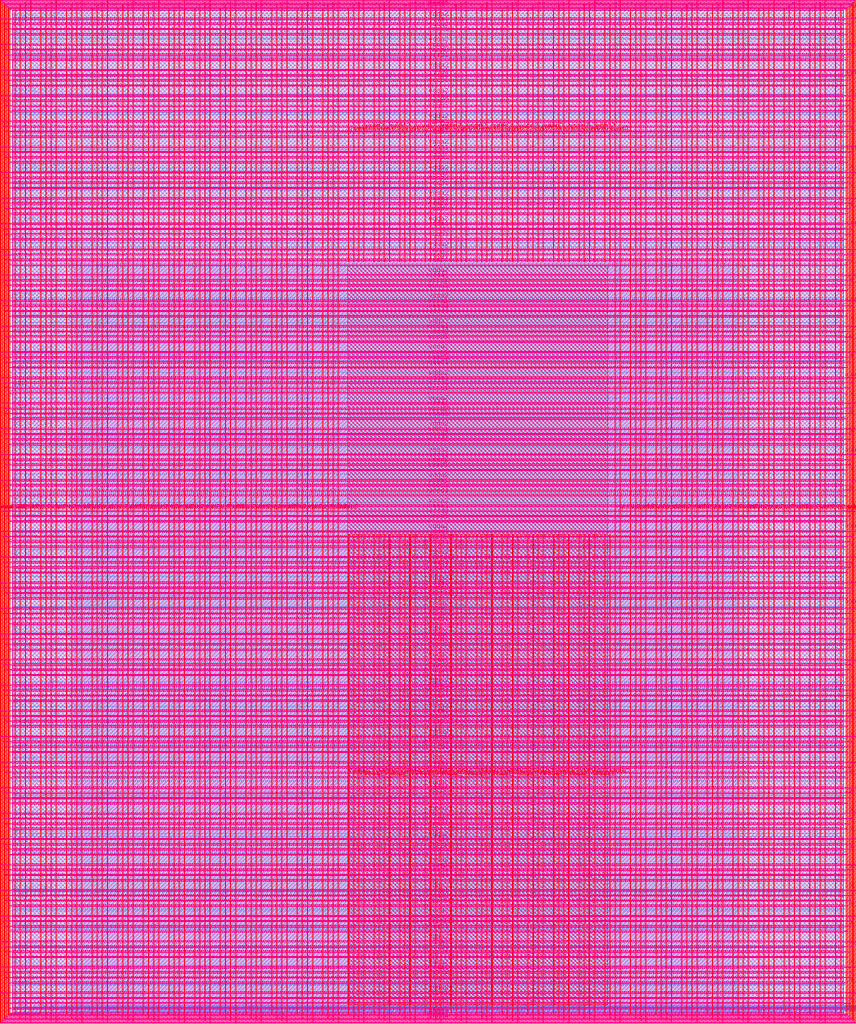
<source format=lef>
VERSION 5.7 ;
  NOWIREEXTENSIONATPIN ON ;
  DIVIDERCHAR "/" ;
  BUSBITCHARS "[]" ;
MACRO user_project_wrapper
  CLASS BLOCK ;
  FOREIGN user_project_wrapper ;
  ORIGIN 0.000 0.000 ;
  SIZE 2920.000 BY 3520.000 ;
  PIN analog_io[0]
    DIRECTION INOUT ;
    USE SIGNAL ;
    PORT
      LAYER met3 ;
        RECT 2917.600 1426.380 2924.800 1427.580 ;
    END
  END analog_io[0]
  PIN analog_io[10]
    DIRECTION INOUT ;
    USE SIGNAL ;
    PORT
      LAYER met2 ;
        RECT 2230.490 3517.600 2231.050 3524.800 ;
    END
  END analog_io[10]
  PIN analog_io[11]
    DIRECTION INOUT ;
    USE SIGNAL ;
    PORT
      LAYER met2 ;
        RECT 1905.730 3517.600 1906.290 3524.800 ;
    END
  END analog_io[11]
  PIN analog_io[12]
    DIRECTION INOUT ;
    USE SIGNAL ;
    PORT
      LAYER met2 ;
        RECT 1581.430 3517.600 1581.990 3524.800 ;
    END
  END analog_io[12]
  PIN analog_io[13]
    DIRECTION INOUT ;
    USE SIGNAL ;
    PORT
      LAYER met2 ;
        RECT 1257.130 3517.600 1257.690 3524.800 ;
    END
  END analog_io[13]
  PIN analog_io[14]
    DIRECTION INOUT ;
    USE SIGNAL ;
    PORT
      LAYER met2 ;
        RECT 932.370 3517.600 932.930 3524.800 ;
    END
  END analog_io[14]
  PIN analog_io[15]
    DIRECTION INOUT ;
    USE SIGNAL ;
    PORT
      LAYER met2 ;
        RECT 608.070 3517.600 608.630 3524.800 ;
    END
  END analog_io[15]
  PIN analog_io[16]
    DIRECTION INOUT ;
    USE SIGNAL ;
    PORT
      LAYER met2 ;
        RECT 283.770 3517.600 284.330 3524.800 ;
    END
  END analog_io[16]
  PIN analog_io[17]
    DIRECTION INOUT ;
    USE SIGNAL ;
    PORT
      LAYER met3 ;
        RECT -4.800 3486.100 2.400 3487.300 ;
    END
  END analog_io[17]
  PIN analog_io[18]
    DIRECTION INOUT ;
    USE SIGNAL ;
    PORT
      LAYER met3 ;
        RECT -4.800 3224.980 2.400 3226.180 ;
    END
  END analog_io[18]
  PIN analog_io[19]
    DIRECTION INOUT ;
    USE SIGNAL ;
    PORT
      LAYER met3 ;
        RECT -4.800 2964.540 2.400 2965.740 ;
    END
  END analog_io[19]
  PIN analog_io[1]
    DIRECTION INOUT ;
    USE SIGNAL ;
    PORT
      LAYER met3 ;
        RECT 2917.600 1692.260 2924.800 1693.460 ;
    END
  END analog_io[1]
  PIN analog_io[20]
    DIRECTION INOUT ;
    USE SIGNAL ;
    PORT
      LAYER met3 ;
        RECT -4.800 2703.420 2.400 2704.620 ;
    END
  END analog_io[20]
  PIN analog_io[21]
    DIRECTION INOUT ;
    USE SIGNAL ;
    PORT
      LAYER met3 ;
        RECT -4.800 2442.980 2.400 2444.180 ;
    END
  END analog_io[21]
  PIN analog_io[22]
    DIRECTION INOUT ;
    USE SIGNAL ;
    PORT
      LAYER met3 ;
        RECT -4.800 2182.540 2.400 2183.740 ;
    END
  END analog_io[22]
  PIN analog_io[23]
    DIRECTION INOUT ;
    USE SIGNAL ;
    PORT
      LAYER met3 ;
        RECT -4.800 1921.420 2.400 1922.620 ;
    END
  END analog_io[23]
  PIN analog_io[24]
    DIRECTION INOUT ;
    USE SIGNAL ;
    PORT
      LAYER met3 ;
        RECT -4.800 1660.980 2.400 1662.180 ;
    END
  END analog_io[24]
  PIN analog_io[25]
    DIRECTION INOUT ;
    USE SIGNAL ;
    PORT
      LAYER met3 ;
        RECT -4.800 1399.860 2.400 1401.060 ;
    END
  END analog_io[25]
  PIN analog_io[26]
    DIRECTION INOUT ;
    USE SIGNAL ;
    PORT
      LAYER met3 ;
        RECT -4.800 1139.420 2.400 1140.620 ;
    END
  END analog_io[26]
  PIN analog_io[27]
    DIRECTION INOUT ;
    USE SIGNAL ;
    PORT
      LAYER met3 ;
        RECT -4.800 878.980 2.400 880.180 ;
    END
  END analog_io[27]
  PIN analog_io[28]
    DIRECTION INOUT ;
    USE SIGNAL ;
    PORT
      LAYER met3 ;
        RECT -4.800 617.860 2.400 619.060 ;
    END
  END analog_io[28]
  PIN analog_io[2]
    DIRECTION INOUT ;
    USE SIGNAL ;
    PORT
      LAYER met3 ;
        RECT 2917.600 1958.140 2924.800 1959.340 ;
    END
  END analog_io[2]
  PIN analog_io[3]
    DIRECTION INOUT ;
    USE SIGNAL ;
    PORT
      LAYER met3 ;
        RECT 2917.600 2223.340 2924.800 2224.540 ;
    END
  END analog_io[3]
  PIN analog_io[4]
    DIRECTION INOUT ;
    USE SIGNAL ;
    PORT
      LAYER met3 ;
        RECT 2917.600 2489.220 2924.800 2490.420 ;
    END
  END analog_io[4]
  PIN analog_io[5]
    DIRECTION INOUT ;
    USE SIGNAL ;
    PORT
      LAYER met3 ;
        RECT 2917.600 2755.100 2924.800 2756.300 ;
    END
  END analog_io[5]
  PIN analog_io[6]
    DIRECTION INOUT ;
    USE SIGNAL ;
    PORT
      LAYER met3 ;
        RECT 2917.600 3020.300 2924.800 3021.500 ;
    END
  END analog_io[6]
  PIN analog_io[7]
    DIRECTION INOUT ;
    USE SIGNAL ;
    PORT
      LAYER met3 ;
        RECT 2917.600 3286.180 2924.800 3287.380 ;
    END
  END analog_io[7]
  PIN analog_io[8]
    DIRECTION INOUT ;
    USE SIGNAL ;
    PORT
      LAYER met2 ;
        RECT 2879.090 3517.600 2879.650 3524.800 ;
    END
  END analog_io[8]
  PIN analog_io[9]
    DIRECTION INOUT ;
    USE SIGNAL ;
    PORT
      LAYER met2 ;
        RECT 2554.790 3517.600 2555.350 3524.800 ;
    END
  END analog_io[9]
  PIN io_in[0]
    DIRECTION INPUT ;
    USE SIGNAL ;
    PORT
      LAYER met3 ;
        RECT 2917.600 32.380 2924.800 33.580 ;
    END
  END io_in[0]
  PIN io_in[10]
    DIRECTION INPUT ;
    USE SIGNAL ;
    PORT
      LAYER met3 ;
        RECT 2917.600 2289.980 2924.800 2291.180 ;
    END
  END io_in[10]
  PIN io_in[11]
    DIRECTION INPUT ;
    USE SIGNAL ;
    PORT
      LAYER met3 ;
        RECT 2917.600 2555.860 2924.800 2557.060 ;
    END
  END io_in[11]
  PIN io_in[12]
    DIRECTION INPUT ;
    USE SIGNAL ;
    PORT
      LAYER met3 ;
        RECT 2917.600 2821.060 2924.800 2822.260 ;
    END
  END io_in[12]
  PIN io_in[13]
    DIRECTION INPUT ;
    USE SIGNAL ;
    PORT
      LAYER met3 ;
        RECT 2917.600 3086.940 2924.800 3088.140 ;
    END
  END io_in[13]
  PIN io_in[14]
    DIRECTION INPUT ;
    USE SIGNAL ;
    PORT
      LAYER met3 ;
        RECT 2917.600 3352.820 2924.800 3354.020 ;
    END
  END io_in[14]
  PIN io_in[15]
    DIRECTION INPUT ;
    USE SIGNAL ;
    PORT
      LAYER met2 ;
        RECT 2798.130 3517.600 2798.690 3524.800 ;
    END
  END io_in[15]
  PIN io_in[16]
    DIRECTION INPUT ;
    USE SIGNAL ;
    PORT
      LAYER met2 ;
        RECT 2473.830 3517.600 2474.390 3524.800 ;
    END
  END io_in[16]
  PIN io_in[17]
    DIRECTION INPUT ;
    USE SIGNAL ;
    PORT
      LAYER met2 ;
        RECT 2149.070 3517.600 2149.630 3524.800 ;
    END
  END io_in[17]
  PIN io_in[18]
    DIRECTION INPUT ;
    USE SIGNAL ;
    PORT
      LAYER met2 ;
        RECT 1824.770 3517.600 1825.330 3524.800 ;
    END
  END io_in[18]
  PIN io_in[19]
    DIRECTION INPUT ;
    USE SIGNAL ;
    PORT
      LAYER met2 ;
        RECT 1500.470 3517.600 1501.030 3524.800 ;
    END
  END io_in[19]
  PIN io_in[1]
    DIRECTION INPUT ;
    USE SIGNAL ;
    PORT
      LAYER met3 ;
        RECT 2917.600 230.940 2924.800 232.140 ;
    END
  END io_in[1]
  PIN io_in[20]
    DIRECTION INPUT ;
    USE SIGNAL ;
    PORT
      LAYER met2 ;
        RECT 1175.710 3517.600 1176.270 3524.800 ;
    END
  END io_in[20]
  PIN io_in[21]
    DIRECTION INPUT ;
    USE SIGNAL ;
    PORT
      LAYER met2 ;
        RECT 851.410 3517.600 851.970 3524.800 ;
    END
  END io_in[21]
  PIN io_in[22]
    DIRECTION INPUT ;
    USE SIGNAL ;
    PORT
      LAYER met2 ;
        RECT 527.110 3517.600 527.670 3524.800 ;
    END
  END io_in[22]
  PIN io_in[23]
    DIRECTION INPUT ;
    USE SIGNAL ;
    PORT
      LAYER met2 ;
        RECT 202.350 3517.600 202.910 3524.800 ;
    END
  END io_in[23]
  PIN io_in[24]
    DIRECTION INPUT ;
    USE SIGNAL ;
    PORT
      LAYER met3 ;
        RECT -4.800 3420.820 2.400 3422.020 ;
    END
  END io_in[24]
  PIN io_in[25]
    DIRECTION INPUT ;
    USE SIGNAL ;
    PORT
      LAYER met3 ;
        RECT -4.800 3159.700 2.400 3160.900 ;
    END
  END io_in[25]
  PIN io_in[26]
    DIRECTION INPUT ;
    USE SIGNAL ;
    PORT
      LAYER met3 ;
        RECT -4.800 2899.260 2.400 2900.460 ;
    END
  END io_in[26]
  PIN io_in[27]
    DIRECTION INPUT ;
    USE SIGNAL ;
    PORT
      LAYER met3 ;
        RECT -4.800 2638.820 2.400 2640.020 ;
    END
  END io_in[27]
  PIN io_in[28]
    DIRECTION INPUT ;
    USE SIGNAL ;
    PORT
      LAYER met3 ;
        RECT -4.800 2377.700 2.400 2378.900 ;
    END
  END io_in[28]
  PIN io_in[29]
    DIRECTION INPUT ;
    USE SIGNAL ;
    PORT
      LAYER met3 ;
        RECT -4.800 2117.260 2.400 2118.460 ;
    END
  END io_in[29]
  PIN io_in[2]
    DIRECTION INPUT ;
    USE SIGNAL ;
    PORT
      LAYER met3 ;
        RECT 2917.600 430.180 2924.800 431.380 ;
    END
  END io_in[2]
  PIN io_in[30]
    DIRECTION INPUT ;
    USE SIGNAL ;
    PORT
      LAYER met3 ;
        RECT -4.800 1856.140 2.400 1857.340 ;
    END
  END io_in[30]
  PIN io_in[31]
    DIRECTION INPUT ;
    USE SIGNAL ;
    PORT
      LAYER met3 ;
        RECT -4.800 1595.700 2.400 1596.900 ;
    END
  END io_in[31]
  PIN io_in[32]
    DIRECTION INPUT ;
    USE SIGNAL ;
    PORT
      LAYER met3 ;
        RECT -4.800 1335.260 2.400 1336.460 ;
    END
  END io_in[32]
  PIN io_in[33]
    DIRECTION INPUT ;
    USE SIGNAL ;
    PORT
      LAYER met3 ;
        RECT -4.800 1074.140 2.400 1075.340 ;
    END
  END io_in[33]
  PIN io_in[34]
    DIRECTION INPUT ;
    USE SIGNAL ;
    PORT
      LAYER met3 ;
        RECT -4.800 813.700 2.400 814.900 ;
    END
  END io_in[34]
  PIN io_in[35]
    DIRECTION INPUT ;
    USE SIGNAL ;
    PORT
      LAYER met3 ;
        RECT -4.800 552.580 2.400 553.780 ;
    END
  END io_in[35]
  PIN io_in[36]
    DIRECTION INPUT ;
    USE SIGNAL ;
    PORT
      LAYER met3 ;
        RECT -4.800 357.420 2.400 358.620 ;
    END
  END io_in[36]
  PIN io_in[37]
    DIRECTION INPUT ;
    USE SIGNAL ;
    PORT
      LAYER met3 ;
        RECT -4.800 161.580 2.400 162.780 ;
    END
  END io_in[37]
  PIN io_in[3]
    DIRECTION INPUT ;
    USE SIGNAL ;
    PORT
      LAYER met3 ;
        RECT 2917.600 629.420 2924.800 630.620 ;
    END
  END io_in[3]
  PIN io_in[4]
    DIRECTION INPUT ;
    USE SIGNAL ;
    PORT
      LAYER met3 ;
        RECT 2917.600 828.660 2924.800 829.860 ;
    END
  END io_in[4]
  PIN io_in[5]
    DIRECTION INPUT ;
    USE SIGNAL ;
    PORT
      LAYER met3 ;
        RECT 2917.600 1027.900 2924.800 1029.100 ;
    END
  END io_in[5]
  PIN io_in[6]
    DIRECTION INPUT ;
    USE SIGNAL ;
    PORT
      LAYER met3 ;
        RECT 2917.600 1227.140 2924.800 1228.340 ;
    END
  END io_in[6]
  PIN io_in[7]
    DIRECTION INPUT ;
    USE SIGNAL ;
    PORT
      LAYER met3 ;
        RECT 2917.600 1493.020 2924.800 1494.220 ;
    END
  END io_in[7]
  PIN io_in[8]
    DIRECTION INPUT ;
    USE SIGNAL ;
    PORT
      LAYER met3 ;
        RECT 2917.600 1758.900 2924.800 1760.100 ;
    END
  END io_in[8]
  PIN io_in[9]
    DIRECTION INPUT ;
    USE SIGNAL ;
    PORT
      LAYER met3 ;
        RECT 2917.600 2024.100 2924.800 2025.300 ;
    END
  END io_in[9]
  PIN io_oeb[0]
    DIRECTION OUTPUT TRISTATE ;
    USE SIGNAL ;
    PORT
      LAYER met3 ;
        RECT 2917.600 164.980 2924.800 166.180 ;
    END
  END io_oeb[0]
  PIN io_oeb[10]
    DIRECTION OUTPUT TRISTATE ;
    USE SIGNAL ;
    PORT
      LAYER met3 ;
        RECT 2917.600 2422.580 2924.800 2423.780 ;
    END
  END io_oeb[10]
  PIN io_oeb[11]
    DIRECTION OUTPUT TRISTATE ;
    USE SIGNAL ;
    PORT
      LAYER met3 ;
        RECT 2917.600 2688.460 2924.800 2689.660 ;
    END
  END io_oeb[11]
  PIN io_oeb[12]
    DIRECTION OUTPUT TRISTATE ;
    USE SIGNAL ;
    PORT
      LAYER met3 ;
        RECT 2917.600 2954.340 2924.800 2955.540 ;
    END
  END io_oeb[12]
  PIN io_oeb[13]
    DIRECTION OUTPUT TRISTATE ;
    USE SIGNAL ;
    PORT
      LAYER met3 ;
        RECT 2917.600 3219.540 2924.800 3220.740 ;
    END
  END io_oeb[13]
  PIN io_oeb[14]
    DIRECTION OUTPUT TRISTATE ;
    USE SIGNAL ;
    PORT
      LAYER met3 ;
        RECT 2917.600 3485.420 2924.800 3486.620 ;
    END
  END io_oeb[14]
  PIN io_oeb[15]
    DIRECTION OUTPUT TRISTATE ;
    USE SIGNAL ;
    PORT
      LAYER met2 ;
        RECT 2635.750 3517.600 2636.310 3524.800 ;
    END
  END io_oeb[15]
  PIN io_oeb[16]
    DIRECTION OUTPUT TRISTATE ;
    USE SIGNAL ;
    PORT
      LAYER met2 ;
        RECT 2311.450 3517.600 2312.010 3524.800 ;
    END
  END io_oeb[16]
  PIN io_oeb[17]
    DIRECTION OUTPUT TRISTATE ;
    USE SIGNAL ;
    PORT
      LAYER met2 ;
        RECT 1987.150 3517.600 1987.710 3524.800 ;
    END
  END io_oeb[17]
  PIN io_oeb[18]
    DIRECTION OUTPUT TRISTATE ;
    USE SIGNAL ;
    PORT
      LAYER met2 ;
        RECT 1662.390 3517.600 1662.950 3524.800 ;
    END
  END io_oeb[18]
  PIN io_oeb[19]
    DIRECTION OUTPUT TRISTATE ;
    USE SIGNAL ;
    PORT
      LAYER met2 ;
        RECT 1338.090 3517.600 1338.650 3524.800 ;
    END
  END io_oeb[19]
  PIN io_oeb[1]
    DIRECTION OUTPUT TRISTATE ;
    USE SIGNAL ;
    PORT
      LAYER met3 ;
        RECT 2917.600 364.220 2924.800 365.420 ;
    END
  END io_oeb[1]
  PIN io_oeb[20]
    DIRECTION OUTPUT TRISTATE ;
    USE SIGNAL ;
    PORT
      LAYER met2 ;
        RECT 1013.790 3517.600 1014.350 3524.800 ;
    END
  END io_oeb[20]
  PIN io_oeb[21]
    DIRECTION OUTPUT TRISTATE ;
    USE SIGNAL ;
    PORT
      LAYER met2 ;
        RECT 689.030 3517.600 689.590 3524.800 ;
    END
  END io_oeb[21]
  PIN io_oeb[22]
    DIRECTION OUTPUT TRISTATE ;
    USE SIGNAL ;
    PORT
      LAYER met2 ;
        RECT 364.730 3517.600 365.290 3524.800 ;
    END
  END io_oeb[22]
  PIN io_oeb[23]
    DIRECTION OUTPUT TRISTATE ;
    USE SIGNAL ;
    PORT
      LAYER met2 ;
        RECT 40.430 3517.600 40.990 3524.800 ;
    END
  END io_oeb[23]
  PIN io_oeb[24]
    DIRECTION OUTPUT TRISTATE ;
    USE SIGNAL ;
    PORT
      LAYER met3 ;
        RECT -4.800 3290.260 2.400 3291.460 ;
    END
  END io_oeb[24]
  PIN io_oeb[25]
    DIRECTION OUTPUT TRISTATE ;
    USE SIGNAL ;
    PORT
      LAYER met3 ;
        RECT -4.800 3029.820 2.400 3031.020 ;
    END
  END io_oeb[25]
  PIN io_oeb[26]
    DIRECTION OUTPUT TRISTATE ;
    USE SIGNAL ;
    PORT
      LAYER met3 ;
        RECT -4.800 2768.700 2.400 2769.900 ;
    END
  END io_oeb[26]
  PIN io_oeb[27]
    DIRECTION OUTPUT TRISTATE ;
    USE SIGNAL ;
    PORT
      LAYER met3 ;
        RECT -4.800 2508.260 2.400 2509.460 ;
    END
  END io_oeb[27]
  PIN io_oeb[28]
    DIRECTION OUTPUT TRISTATE ;
    USE SIGNAL ;
    PORT
      LAYER met3 ;
        RECT -4.800 2247.140 2.400 2248.340 ;
    END
  END io_oeb[28]
  PIN io_oeb[29]
    DIRECTION OUTPUT TRISTATE ;
    USE SIGNAL ;
    PORT
      LAYER met3 ;
        RECT -4.800 1986.700 2.400 1987.900 ;
    END
  END io_oeb[29]
  PIN io_oeb[2]
    DIRECTION OUTPUT TRISTATE ;
    USE SIGNAL ;
    PORT
      LAYER met3 ;
        RECT 2917.600 563.460 2924.800 564.660 ;
    END
  END io_oeb[2]
  PIN io_oeb[30]
    DIRECTION OUTPUT TRISTATE ;
    USE SIGNAL ;
    PORT
      LAYER met3 ;
        RECT -4.800 1726.260 2.400 1727.460 ;
    END
  END io_oeb[30]
  PIN io_oeb[31]
    DIRECTION OUTPUT TRISTATE ;
    USE SIGNAL ;
    PORT
      LAYER met3 ;
        RECT -4.800 1465.140 2.400 1466.340 ;
    END
  END io_oeb[31]
  PIN io_oeb[32]
    DIRECTION OUTPUT TRISTATE ;
    USE SIGNAL ;
    PORT
      LAYER met3 ;
        RECT -4.800 1204.700 2.400 1205.900 ;
    END
  END io_oeb[32]
  PIN io_oeb[33]
    DIRECTION OUTPUT TRISTATE ;
    USE SIGNAL ;
    PORT
      LAYER met3 ;
        RECT -4.800 943.580 2.400 944.780 ;
    END
  END io_oeb[33]
  PIN io_oeb[34]
    DIRECTION OUTPUT TRISTATE ;
    USE SIGNAL ;
    PORT
      LAYER met3 ;
        RECT -4.800 683.140 2.400 684.340 ;
    END
  END io_oeb[34]
  PIN io_oeb[35]
    DIRECTION OUTPUT TRISTATE ;
    USE SIGNAL ;
    PORT
      LAYER met3 ;
        RECT -4.800 422.700 2.400 423.900 ;
    END
  END io_oeb[35]
  PIN io_oeb[36]
    DIRECTION OUTPUT TRISTATE ;
    USE SIGNAL ;
    PORT
      LAYER met3 ;
        RECT -4.800 226.860 2.400 228.060 ;
    END
  END io_oeb[36]
  PIN io_oeb[37]
    DIRECTION OUTPUT TRISTATE ;
    USE SIGNAL ;
    PORT
      LAYER met3 ;
        RECT -4.800 31.700 2.400 32.900 ;
    END
  END io_oeb[37]
  PIN io_oeb[3]
    DIRECTION OUTPUT TRISTATE ;
    USE SIGNAL ;
    PORT
      LAYER met3 ;
        RECT 2917.600 762.700 2924.800 763.900 ;
    END
  END io_oeb[3]
  PIN io_oeb[4]
    DIRECTION OUTPUT TRISTATE ;
    USE SIGNAL ;
    PORT
      LAYER met3 ;
        RECT 2917.600 961.940 2924.800 963.140 ;
    END
  END io_oeb[4]
  PIN io_oeb[5]
    DIRECTION OUTPUT TRISTATE ;
    USE SIGNAL ;
    PORT
      LAYER met3 ;
        RECT 2917.600 1161.180 2924.800 1162.380 ;
    END
  END io_oeb[5]
  PIN io_oeb[6]
    DIRECTION OUTPUT TRISTATE ;
    USE SIGNAL ;
    PORT
      LAYER met3 ;
        RECT 2917.600 1360.420 2924.800 1361.620 ;
    END
  END io_oeb[6]
  PIN io_oeb[7]
    DIRECTION OUTPUT TRISTATE ;
    USE SIGNAL ;
    PORT
      LAYER met3 ;
        RECT 2917.600 1625.620 2924.800 1626.820 ;
    END
  END io_oeb[7]
  PIN io_oeb[8]
    DIRECTION OUTPUT TRISTATE ;
    USE SIGNAL ;
    PORT
      LAYER met3 ;
        RECT 2917.600 1891.500 2924.800 1892.700 ;
    END
  END io_oeb[8]
  PIN io_oeb[9]
    DIRECTION OUTPUT TRISTATE ;
    USE SIGNAL ;
    PORT
      LAYER met3 ;
        RECT 2917.600 2157.380 2924.800 2158.580 ;
    END
  END io_oeb[9]
  PIN io_out[0]
    DIRECTION OUTPUT TRISTATE ;
    USE SIGNAL ;
    PORT
      LAYER met3 ;
        RECT 2917.600 98.340 2924.800 99.540 ;
    END
  END io_out[0]
  PIN io_out[10]
    DIRECTION OUTPUT TRISTATE ;
    USE SIGNAL ;
    PORT
      LAYER met3 ;
        RECT 2917.600 2356.620 2924.800 2357.820 ;
    END
  END io_out[10]
  PIN io_out[11]
    DIRECTION OUTPUT TRISTATE ;
    USE SIGNAL ;
    PORT
      LAYER met3 ;
        RECT 2917.600 2621.820 2924.800 2623.020 ;
    END
  END io_out[11]
  PIN io_out[12]
    DIRECTION OUTPUT TRISTATE ;
    USE SIGNAL ;
    PORT
      LAYER met3 ;
        RECT 2917.600 2887.700 2924.800 2888.900 ;
    END
  END io_out[12]
  PIN io_out[13]
    DIRECTION OUTPUT TRISTATE ;
    USE SIGNAL ;
    PORT
      LAYER met3 ;
        RECT 2917.600 3153.580 2924.800 3154.780 ;
    END
  END io_out[13]
  PIN io_out[14]
    DIRECTION OUTPUT TRISTATE ;
    USE SIGNAL ;
    PORT
      LAYER met3 ;
        RECT 2917.600 3418.780 2924.800 3419.980 ;
    END
  END io_out[14]
  PIN io_out[15]
    DIRECTION OUTPUT TRISTATE ;
    USE SIGNAL ;
    PORT
      LAYER met2 ;
        RECT 2717.170 3517.600 2717.730 3524.800 ;
    END
  END io_out[15]
  PIN io_out[16]
    DIRECTION OUTPUT TRISTATE ;
    USE SIGNAL ;
    PORT
      LAYER met2 ;
        RECT 2392.410 3517.600 2392.970 3524.800 ;
    END
  END io_out[16]
  PIN io_out[17]
    DIRECTION OUTPUT TRISTATE ;
    USE SIGNAL ;
    PORT
      LAYER met2 ;
        RECT 2068.110 3517.600 2068.670 3524.800 ;
    END
  END io_out[17]
  PIN io_out[18]
    DIRECTION OUTPUT TRISTATE ;
    USE SIGNAL ;
    PORT
      LAYER met2 ;
        RECT 1743.810 3517.600 1744.370 3524.800 ;
    END
  END io_out[18]
  PIN io_out[19]
    DIRECTION OUTPUT TRISTATE ;
    USE SIGNAL ;
    PORT
      LAYER met2 ;
        RECT 1419.050 3517.600 1419.610 3524.800 ;
    END
  END io_out[19]
  PIN io_out[1]
    DIRECTION OUTPUT TRISTATE ;
    USE SIGNAL ;
    PORT
      LAYER met3 ;
        RECT 2917.600 297.580 2924.800 298.780 ;
    END
  END io_out[1]
  PIN io_out[20]
    DIRECTION OUTPUT TRISTATE ;
    USE SIGNAL ;
    PORT
      LAYER met2 ;
        RECT 1094.750 3517.600 1095.310 3524.800 ;
    END
  END io_out[20]
  PIN io_out[21]
    DIRECTION OUTPUT TRISTATE ;
    USE SIGNAL ;
    PORT
      LAYER met2 ;
        RECT 770.450 3517.600 771.010 3524.800 ;
    END
  END io_out[21]
  PIN io_out[22]
    DIRECTION OUTPUT TRISTATE ;
    USE SIGNAL ;
    PORT
      LAYER met2 ;
        RECT 445.690 3517.600 446.250 3524.800 ;
    END
  END io_out[22]
  PIN io_out[23]
    DIRECTION OUTPUT TRISTATE ;
    USE SIGNAL ;
    PORT
      LAYER met2 ;
        RECT 121.390 3517.600 121.950 3524.800 ;
    END
  END io_out[23]
  PIN io_out[24]
    DIRECTION OUTPUT TRISTATE ;
    USE SIGNAL ;
    PORT
      LAYER met3 ;
        RECT -4.800 3355.540 2.400 3356.740 ;
    END
  END io_out[24]
  PIN io_out[25]
    DIRECTION OUTPUT TRISTATE ;
    USE SIGNAL ;
    PORT
      LAYER met3 ;
        RECT -4.800 3095.100 2.400 3096.300 ;
    END
  END io_out[25]
  PIN io_out[26]
    DIRECTION OUTPUT TRISTATE ;
    USE SIGNAL ;
    PORT
      LAYER met3 ;
        RECT -4.800 2833.980 2.400 2835.180 ;
    END
  END io_out[26]
  PIN io_out[27]
    DIRECTION OUTPUT TRISTATE ;
    USE SIGNAL ;
    PORT
      LAYER met3 ;
        RECT -4.800 2573.540 2.400 2574.740 ;
    END
  END io_out[27]
  PIN io_out[28]
    DIRECTION OUTPUT TRISTATE ;
    USE SIGNAL ;
    PORT
      LAYER met3 ;
        RECT -4.800 2312.420 2.400 2313.620 ;
    END
  END io_out[28]
  PIN io_out[29]
    DIRECTION OUTPUT TRISTATE ;
    USE SIGNAL ;
    PORT
      LAYER met3 ;
        RECT -4.800 2051.980 2.400 2053.180 ;
    END
  END io_out[29]
  PIN io_out[2]
    DIRECTION OUTPUT TRISTATE ;
    USE SIGNAL ;
    PORT
      LAYER met3 ;
        RECT 2917.600 496.820 2924.800 498.020 ;
    END
  END io_out[2]
  PIN io_out[30]
    DIRECTION OUTPUT TRISTATE ;
    USE SIGNAL ;
    PORT
      LAYER met3 ;
        RECT -4.800 1791.540 2.400 1792.740 ;
    END
  END io_out[30]
  PIN io_out[31]
    DIRECTION OUTPUT TRISTATE ;
    USE SIGNAL ;
    PORT
      LAYER met3 ;
        RECT -4.800 1530.420 2.400 1531.620 ;
    END
  END io_out[31]
  PIN io_out[32]
    DIRECTION OUTPUT TRISTATE ;
    USE SIGNAL ;
    PORT
      LAYER met3 ;
        RECT -4.800 1269.980 2.400 1271.180 ;
    END
  END io_out[32]
  PIN io_out[33]
    DIRECTION OUTPUT TRISTATE ;
    USE SIGNAL ;
    PORT
      LAYER met3 ;
        RECT -4.800 1008.860 2.400 1010.060 ;
    END
  END io_out[33]
  PIN io_out[34]
    DIRECTION OUTPUT TRISTATE ;
    USE SIGNAL ;
    PORT
      LAYER met3 ;
        RECT -4.800 748.420 2.400 749.620 ;
    END
  END io_out[34]
  PIN io_out[35]
    DIRECTION OUTPUT TRISTATE ;
    USE SIGNAL ;
    PORT
      LAYER met3 ;
        RECT -4.800 487.300 2.400 488.500 ;
    END
  END io_out[35]
  PIN io_out[36]
    DIRECTION OUTPUT TRISTATE ;
    USE SIGNAL ;
    PORT
      LAYER met3 ;
        RECT -4.800 292.140 2.400 293.340 ;
    END
  END io_out[36]
  PIN io_out[37]
    DIRECTION OUTPUT TRISTATE ;
    USE SIGNAL ;
    PORT
      LAYER met3 ;
        RECT -4.800 96.300 2.400 97.500 ;
    END
  END io_out[37]
  PIN io_out[3]
    DIRECTION OUTPUT TRISTATE ;
    USE SIGNAL ;
    PORT
      LAYER met3 ;
        RECT 2917.600 696.060 2924.800 697.260 ;
    END
  END io_out[3]
  PIN io_out[4]
    DIRECTION OUTPUT TRISTATE ;
    USE SIGNAL ;
    PORT
      LAYER met3 ;
        RECT 2917.600 895.300 2924.800 896.500 ;
    END
  END io_out[4]
  PIN io_out[5]
    DIRECTION OUTPUT TRISTATE ;
    USE SIGNAL ;
    PORT
      LAYER met3 ;
        RECT 2917.600 1094.540 2924.800 1095.740 ;
    END
  END io_out[5]
  PIN io_out[6]
    DIRECTION OUTPUT TRISTATE ;
    USE SIGNAL ;
    PORT
      LAYER met3 ;
        RECT 2917.600 1293.780 2924.800 1294.980 ;
    END
  END io_out[6]
  PIN io_out[7]
    DIRECTION OUTPUT TRISTATE ;
    USE SIGNAL ;
    PORT
      LAYER met3 ;
        RECT 2917.600 1559.660 2924.800 1560.860 ;
    END
  END io_out[7]
  PIN io_out[8]
    DIRECTION OUTPUT TRISTATE ;
    USE SIGNAL ;
    PORT
      LAYER met3 ;
        RECT 2917.600 1824.860 2924.800 1826.060 ;
    END
  END io_out[8]
  PIN io_out[9]
    DIRECTION OUTPUT TRISTATE ;
    USE SIGNAL ;
    PORT
      LAYER met3 ;
        RECT 2917.600 2090.740 2924.800 2091.940 ;
    END
  END io_out[9]
  PIN la_data_in[0]
    DIRECTION INPUT ;
    USE SIGNAL ;
    PORT
      LAYER met2 ;
        RECT 629.230 -4.800 629.790 2.400 ;
    END
  END la_data_in[0]
  PIN la_data_in[100]
    DIRECTION INPUT ;
    USE SIGNAL ;
    PORT
      LAYER met2 ;
        RECT 2402.530 -4.800 2403.090 2.400 ;
    END
  END la_data_in[100]
  PIN la_data_in[101]
    DIRECTION INPUT ;
    USE SIGNAL ;
    PORT
      LAYER met2 ;
        RECT 2420.010 -4.800 2420.570 2.400 ;
    END
  END la_data_in[101]
  PIN la_data_in[102]
    DIRECTION INPUT ;
    USE SIGNAL ;
    PORT
      LAYER met2 ;
        RECT 2437.950 -4.800 2438.510 2.400 ;
    END
  END la_data_in[102]
  PIN la_data_in[103]
    DIRECTION INPUT ;
    USE SIGNAL ;
    PORT
      LAYER met2 ;
        RECT 2455.430 -4.800 2455.990 2.400 ;
    END
  END la_data_in[103]
  PIN la_data_in[104]
    DIRECTION INPUT ;
    USE SIGNAL ;
    PORT
      LAYER met2 ;
        RECT 2473.370 -4.800 2473.930 2.400 ;
    END
  END la_data_in[104]
  PIN la_data_in[105]
    DIRECTION INPUT ;
    USE SIGNAL ;
    PORT
      LAYER met2 ;
        RECT 2490.850 -4.800 2491.410 2.400 ;
    END
  END la_data_in[105]
  PIN la_data_in[106]
    DIRECTION INPUT ;
    USE SIGNAL ;
    PORT
      LAYER met2 ;
        RECT 2508.790 -4.800 2509.350 2.400 ;
    END
  END la_data_in[106]
  PIN la_data_in[107]
    DIRECTION INPUT ;
    USE SIGNAL ;
    PORT
      LAYER met2 ;
        RECT 2526.730 -4.800 2527.290 2.400 ;
    END
  END la_data_in[107]
  PIN la_data_in[108]
    DIRECTION INPUT ;
    USE SIGNAL ;
    PORT
      LAYER met2 ;
        RECT 2544.210 -4.800 2544.770 2.400 ;
    END
  END la_data_in[108]
  PIN la_data_in[109]
    DIRECTION INPUT ;
    USE SIGNAL ;
    PORT
      LAYER met2 ;
        RECT 2562.150 -4.800 2562.710 2.400 ;
    END
  END la_data_in[109]
  PIN la_data_in[10]
    DIRECTION INPUT ;
    USE SIGNAL ;
    PORT
      LAYER met2 ;
        RECT 806.330 -4.800 806.890 2.400 ;
    END
  END la_data_in[10]
  PIN la_data_in[110]
    DIRECTION INPUT ;
    USE SIGNAL ;
    PORT
      LAYER met2 ;
        RECT 2579.630 -4.800 2580.190 2.400 ;
    END
  END la_data_in[110]
  PIN la_data_in[111]
    DIRECTION INPUT ;
    USE SIGNAL ;
    PORT
      LAYER met2 ;
        RECT 2597.570 -4.800 2598.130 2.400 ;
    END
  END la_data_in[111]
  PIN la_data_in[112]
    DIRECTION INPUT ;
    USE SIGNAL ;
    PORT
      LAYER met2 ;
        RECT 2615.050 -4.800 2615.610 2.400 ;
    END
  END la_data_in[112]
  PIN la_data_in[113]
    DIRECTION INPUT ;
    USE SIGNAL ;
    PORT
      LAYER met2 ;
        RECT 2632.990 -4.800 2633.550 2.400 ;
    END
  END la_data_in[113]
  PIN la_data_in[114]
    DIRECTION INPUT ;
    USE SIGNAL ;
    PORT
      LAYER met2 ;
        RECT 2650.470 -4.800 2651.030 2.400 ;
    END
  END la_data_in[114]
  PIN la_data_in[115]
    DIRECTION INPUT ;
    USE SIGNAL ;
    PORT
      LAYER met2 ;
        RECT 2668.410 -4.800 2668.970 2.400 ;
    END
  END la_data_in[115]
  PIN la_data_in[116]
    DIRECTION INPUT ;
    USE SIGNAL ;
    PORT
      LAYER met2 ;
        RECT 2685.890 -4.800 2686.450 2.400 ;
    END
  END la_data_in[116]
  PIN la_data_in[117]
    DIRECTION INPUT ;
    USE SIGNAL ;
    PORT
      LAYER met2 ;
        RECT 2703.830 -4.800 2704.390 2.400 ;
    END
  END la_data_in[117]
  PIN la_data_in[118]
    DIRECTION INPUT ;
    USE SIGNAL ;
    PORT
      LAYER met2 ;
        RECT 2721.770 -4.800 2722.330 2.400 ;
    END
  END la_data_in[118]
  PIN la_data_in[119]
    DIRECTION INPUT ;
    USE SIGNAL ;
    PORT
      LAYER met2 ;
        RECT 2739.250 -4.800 2739.810 2.400 ;
    END
  END la_data_in[119]
  PIN la_data_in[11]
    DIRECTION INPUT ;
    USE SIGNAL ;
    PORT
      LAYER met2 ;
        RECT 824.270 -4.800 824.830 2.400 ;
    END
  END la_data_in[11]
  PIN la_data_in[120]
    DIRECTION INPUT ;
    USE SIGNAL ;
    PORT
      LAYER met2 ;
        RECT 2757.190 -4.800 2757.750 2.400 ;
    END
  END la_data_in[120]
  PIN la_data_in[121]
    DIRECTION INPUT ;
    USE SIGNAL ;
    PORT
      LAYER met2 ;
        RECT 2774.670 -4.800 2775.230 2.400 ;
    END
  END la_data_in[121]
  PIN la_data_in[122]
    DIRECTION INPUT ;
    USE SIGNAL ;
    PORT
      LAYER met2 ;
        RECT 2792.610 -4.800 2793.170 2.400 ;
    END
  END la_data_in[122]
  PIN la_data_in[123]
    DIRECTION INPUT ;
    USE SIGNAL ;
    PORT
      LAYER met2 ;
        RECT 2810.090 -4.800 2810.650 2.400 ;
    END
  END la_data_in[123]
  PIN la_data_in[124]
    DIRECTION INPUT ;
    USE SIGNAL ;
    PORT
      LAYER met2 ;
        RECT 2828.030 -4.800 2828.590 2.400 ;
    END
  END la_data_in[124]
  PIN la_data_in[125]
    DIRECTION INPUT ;
    USE SIGNAL ;
    PORT
      LAYER met2 ;
        RECT 2845.510 -4.800 2846.070 2.400 ;
    END
  END la_data_in[125]
  PIN la_data_in[126]
    DIRECTION INPUT ;
    USE SIGNAL ;
    PORT
      LAYER met2 ;
        RECT 2863.450 -4.800 2864.010 2.400 ;
    END
  END la_data_in[126]
  PIN la_data_in[127]
    DIRECTION INPUT ;
    USE SIGNAL ;
    PORT
      LAYER met2 ;
        RECT 2881.390 -4.800 2881.950 2.400 ;
    END
  END la_data_in[127]
  PIN la_data_in[12]
    DIRECTION INPUT ;
    USE SIGNAL ;
    PORT
      LAYER met2 ;
        RECT 841.750 -4.800 842.310 2.400 ;
    END
  END la_data_in[12]
  PIN la_data_in[13]
    DIRECTION INPUT ;
    USE SIGNAL ;
    PORT
      LAYER met2 ;
        RECT 859.690 -4.800 860.250 2.400 ;
    END
  END la_data_in[13]
  PIN la_data_in[14]
    DIRECTION INPUT ;
    USE SIGNAL ;
    PORT
      LAYER met2 ;
        RECT 877.170 -4.800 877.730 2.400 ;
    END
  END la_data_in[14]
  PIN la_data_in[15]
    DIRECTION INPUT ;
    USE SIGNAL ;
    PORT
      LAYER met2 ;
        RECT 895.110 -4.800 895.670 2.400 ;
    END
  END la_data_in[15]
  PIN la_data_in[16]
    DIRECTION INPUT ;
    USE SIGNAL ;
    PORT
      LAYER met2 ;
        RECT 912.590 -4.800 913.150 2.400 ;
    END
  END la_data_in[16]
  PIN la_data_in[17]
    DIRECTION INPUT ;
    USE SIGNAL ;
    PORT
      LAYER met2 ;
        RECT 930.530 -4.800 931.090 2.400 ;
    END
  END la_data_in[17]
  PIN la_data_in[18]
    DIRECTION INPUT ;
    USE SIGNAL ;
    PORT
      LAYER met2 ;
        RECT 948.470 -4.800 949.030 2.400 ;
    END
  END la_data_in[18]
  PIN la_data_in[19]
    DIRECTION INPUT ;
    USE SIGNAL ;
    PORT
      LAYER met2 ;
        RECT 965.950 -4.800 966.510 2.400 ;
    END
  END la_data_in[19]
  PIN la_data_in[1]
    DIRECTION INPUT ;
    USE SIGNAL ;
    PORT
      LAYER met2 ;
        RECT 646.710 -4.800 647.270 2.400 ;
    END
  END la_data_in[1]
  PIN la_data_in[20]
    DIRECTION INPUT ;
    USE SIGNAL ;
    PORT
      LAYER met2 ;
        RECT 983.890 -4.800 984.450 2.400 ;
    END
  END la_data_in[20]
  PIN la_data_in[21]
    DIRECTION INPUT ;
    USE SIGNAL ;
    PORT
      LAYER met2 ;
        RECT 1001.370 -4.800 1001.930 2.400 ;
    END
  END la_data_in[21]
  PIN la_data_in[22]
    DIRECTION INPUT ;
    USE SIGNAL ;
    PORT
      LAYER met2 ;
        RECT 1019.310 -4.800 1019.870 2.400 ;
    END
  END la_data_in[22]
  PIN la_data_in[23]
    DIRECTION INPUT ;
    USE SIGNAL ;
    PORT
      LAYER met2 ;
        RECT 1036.790 -4.800 1037.350 2.400 ;
    END
  END la_data_in[23]
  PIN la_data_in[24]
    DIRECTION INPUT ;
    USE SIGNAL ;
    PORT
      LAYER met2 ;
        RECT 1054.730 -4.800 1055.290 2.400 ;
    END
  END la_data_in[24]
  PIN la_data_in[25]
    DIRECTION INPUT ;
    USE SIGNAL ;
    PORT
      LAYER met2 ;
        RECT 1072.210 -4.800 1072.770 2.400 ;
    END
  END la_data_in[25]
  PIN la_data_in[26]
    DIRECTION INPUT ;
    USE SIGNAL ;
    PORT
      LAYER met2 ;
        RECT 1090.150 -4.800 1090.710 2.400 ;
    END
  END la_data_in[26]
  PIN la_data_in[27]
    DIRECTION INPUT ;
    USE SIGNAL ;
    PORT
      LAYER met2 ;
        RECT 1107.630 -4.800 1108.190 2.400 ;
    END
  END la_data_in[27]
  PIN la_data_in[28]
    DIRECTION INPUT ;
    USE SIGNAL ;
    PORT
      LAYER met2 ;
        RECT 1125.570 -4.800 1126.130 2.400 ;
    END
  END la_data_in[28]
  PIN la_data_in[29]
    DIRECTION INPUT ;
    USE SIGNAL ;
    PORT
      LAYER met2 ;
        RECT 1143.510 -4.800 1144.070 2.400 ;
    END
  END la_data_in[29]
  PIN la_data_in[2]
    DIRECTION INPUT ;
    USE SIGNAL ;
    PORT
      LAYER met2 ;
        RECT 664.650 -4.800 665.210 2.400 ;
    END
  END la_data_in[2]
  PIN la_data_in[30]
    DIRECTION INPUT ;
    USE SIGNAL ;
    PORT
      LAYER met2 ;
        RECT 1160.990 -4.800 1161.550 2.400 ;
    END
  END la_data_in[30]
  PIN la_data_in[31]
    DIRECTION INPUT ;
    USE SIGNAL ;
    PORT
      LAYER met2 ;
        RECT 1178.930 -4.800 1179.490 2.400 ;
    END
  END la_data_in[31]
  PIN la_data_in[32]
    DIRECTION INPUT ;
    USE SIGNAL ;
    PORT
      LAYER met2 ;
        RECT 1196.410 -4.800 1196.970 2.400 ;
    END
  END la_data_in[32]
  PIN la_data_in[33]
    DIRECTION INPUT ;
    USE SIGNAL ;
    PORT
      LAYER met2 ;
        RECT 1214.350 -4.800 1214.910 2.400 ;
    END
  END la_data_in[33]
  PIN la_data_in[34]
    DIRECTION INPUT ;
    USE SIGNAL ;
    PORT
      LAYER met2 ;
        RECT 1231.830 -4.800 1232.390 2.400 ;
    END
  END la_data_in[34]
  PIN la_data_in[35]
    DIRECTION INPUT ;
    USE SIGNAL ;
    PORT
      LAYER met2 ;
        RECT 1249.770 -4.800 1250.330 2.400 ;
    END
  END la_data_in[35]
  PIN la_data_in[36]
    DIRECTION INPUT ;
    USE SIGNAL ;
    PORT
      LAYER met2 ;
        RECT 1267.250 -4.800 1267.810 2.400 ;
    END
  END la_data_in[36]
  PIN la_data_in[37]
    DIRECTION INPUT ;
    USE SIGNAL ;
    PORT
      LAYER met2 ;
        RECT 1285.190 -4.800 1285.750 2.400 ;
    END
  END la_data_in[37]
  PIN la_data_in[38]
    DIRECTION INPUT ;
    USE SIGNAL ;
    PORT
      LAYER met2 ;
        RECT 1303.130 -4.800 1303.690 2.400 ;
    END
  END la_data_in[38]
  PIN la_data_in[39]
    DIRECTION INPUT ;
    USE SIGNAL ;
    PORT
      LAYER met2 ;
        RECT 1320.610 -4.800 1321.170 2.400 ;
    END
  END la_data_in[39]
  PIN la_data_in[3]
    DIRECTION INPUT ;
    USE SIGNAL ;
    PORT
      LAYER met2 ;
        RECT 682.130 -4.800 682.690 2.400 ;
    END
  END la_data_in[3]
  PIN la_data_in[40]
    DIRECTION INPUT ;
    USE SIGNAL ;
    PORT
      LAYER met2 ;
        RECT 1338.550 -4.800 1339.110 2.400 ;
    END
  END la_data_in[40]
  PIN la_data_in[41]
    DIRECTION INPUT ;
    USE SIGNAL ;
    PORT
      LAYER met2 ;
        RECT 1356.030 -4.800 1356.590 2.400 ;
    END
  END la_data_in[41]
  PIN la_data_in[42]
    DIRECTION INPUT ;
    USE SIGNAL ;
    PORT
      LAYER met2 ;
        RECT 1373.970 -4.800 1374.530 2.400 ;
    END
  END la_data_in[42]
  PIN la_data_in[43]
    DIRECTION INPUT ;
    USE SIGNAL ;
    PORT
      LAYER met2 ;
        RECT 1391.450 -4.800 1392.010 2.400 ;
    END
  END la_data_in[43]
  PIN la_data_in[44]
    DIRECTION INPUT ;
    USE SIGNAL ;
    PORT
      LAYER met2 ;
        RECT 1409.390 -4.800 1409.950 2.400 ;
    END
  END la_data_in[44]
  PIN la_data_in[45]
    DIRECTION INPUT ;
    USE SIGNAL ;
    PORT
      LAYER met2 ;
        RECT 1426.870 -4.800 1427.430 2.400 ;
    END
  END la_data_in[45]
  PIN la_data_in[46]
    DIRECTION INPUT ;
    USE SIGNAL ;
    PORT
      LAYER met2 ;
        RECT 1444.810 -4.800 1445.370 2.400 ;
    END
  END la_data_in[46]
  PIN la_data_in[47]
    DIRECTION INPUT ;
    USE SIGNAL ;
    PORT
      LAYER met2 ;
        RECT 1462.750 -4.800 1463.310 2.400 ;
    END
  END la_data_in[47]
  PIN la_data_in[48]
    DIRECTION INPUT ;
    USE SIGNAL ;
    PORT
      LAYER met2 ;
        RECT 1480.230 -4.800 1480.790 2.400 ;
    END
  END la_data_in[48]
  PIN la_data_in[49]
    DIRECTION INPUT ;
    USE SIGNAL ;
    PORT
      LAYER met2 ;
        RECT 1498.170 -4.800 1498.730 2.400 ;
    END
  END la_data_in[49]
  PIN la_data_in[4]
    DIRECTION INPUT ;
    USE SIGNAL ;
    PORT
      LAYER met2 ;
        RECT 700.070 -4.800 700.630 2.400 ;
    END
  END la_data_in[4]
  PIN la_data_in[50]
    DIRECTION INPUT ;
    USE SIGNAL ;
    PORT
      LAYER met2 ;
        RECT 1515.650 -4.800 1516.210 2.400 ;
    END
  END la_data_in[50]
  PIN la_data_in[51]
    DIRECTION INPUT ;
    USE SIGNAL ;
    PORT
      LAYER met2 ;
        RECT 1533.590 -4.800 1534.150 2.400 ;
    END
  END la_data_in[51]
  PIN la_data_in[52]
    DIRECTION INPUT ;
    USE SIGNAL ;
    PORT
      LAYER met2 ;
        RECT 1551.070 -4.800 1551.630 2.400 ;
    END
  END la_data_in[52]
  PIN la_data_in[53]
    DIRECTION INPUT ;
    USE SIGNAL ;
    PORT
      LAYER met2 ;
        RECT 1569.010 -4.800 1569.570 2.400 ;
    END
  END la_data_in[53]
  PIN la_data_in[54]
    DIRECTION INPUT ;
    USE SIGNAL ;
    PORT
      LAYER met2 ;
        RECT 1586.490 -4.800 1587.050 2.400 ;
    END
  END la_data_in[54]
  PIN la_data_in[55]
    DIRECTION INPUT ;
    USE SIGNAL ;
    PORT
      LAYER met2 ;
        RECT 1604.430 -4.800 1604.990 2.400 ;
    END
  END la_data_in[55]
  PIN la_data_in[56]
    DIRECTION INPUT ;
    USE SIGNAL ;
    PORT
      LAYER met2 ;
        RECT 1621.910 -4.800 1622.470 2.400 ;
    END
  END la_data_in[56]
  PIN la_data_in[57]
    DIRECTION INPUT ;
    USE SIGNAL ;
    PORT
      LAYER met2 ;
        RECT 1639.850 -4.800 1640.410 2.400 ;
    END
  END la_data_in[57]
  PIN la_data_in[58]
    DIRECTION INPUT ;
    USE SIGNAL ;
    PORT
      LAYER met2 ;
        RECT 1657.790 -4.800 1658.350 2.400 ;
    END
  END la_data_in[58]
  PIN la_data_in[59]
    DIRECTION INPUT ;
    USE SIGNAL ;
    PORT
      LAYER met2 ;
        RECT 1675.270 -4.800 1675.830 2.400 ;
    END
  END la_data_in[59]
  PIN la_data_in[5]
    DIRECTION INPUT ;
    USE SIGNAL ;
    PORT
      LAYER met2 ;
        RECT 717.550 -4.800 718.110 2.400 ;
    END
  END la_data_in[5]
  PIN la_data_in[60]
    DIRECTION INPUT ;
    USE SIGNAL ;
    PORT
      LAYER met2 ;
        RECT 1693.210 -4.800 1693.770 2.400 ;
    END
  END la_data_in[60]
  PIN la_data_in[61]
    DIRECTION INPUT ;
    USE SIGNAL ;
    PORT
      LAYER met2 ;
        RECT 1710.690 -4.800 1711.250 2.400 ;
    END
  END la_data_in[61]
  PIN la_data_in[62]
    DIRECTION INPUT ;
    USE SIGNAL ;
    PORT
      LAYER met2 ;
        RECT 1728.630 -4.800 1729.190 2.400 ;
    END
  END la_data_in[62]
  PIN la_data_in[63]
    DIRECTION INPUT ;
    USE SIGNAL ;
    PORT
      LAYER met2 ;
        RECT 1746.110 -4.800 1746.670 2.400 ;
    END
  END la_data_in[63]
  PIN la_data_in[64]
    DIRECTION INPUT ;
    USE SIGNAL ;
    PORT
      LAYER met2 ;
        RECT 1764.050 -4.800 1764.610 2.400 ;
    END
  END la_data_in[64]
  PIN la_data_in[65]
    DIRECTION INPUT ;
    USE SIGNAL ;
    PORT
      LAYER met2 ;
        RECT 1781.530 -4.800 1782.090 2.400 ;
    END
  END la_data_in[65]
  PIN la_data_in[66]
    DIRECTION INPUT ;
    USE SIGNAL ;
    PORT
      LAYER met2 ;
        RECT 1799.470 -4.800 1800.030 2.400 ;
    END
  END la_data_in[66]
  PIN la_data_in[67]
    DIRECTION INPUT ;
    USE SIGNAL ;
    PORT
      LAYER met2 ;
        RECT 1817.410 -4.800 1817.970 2.400 ;
    END
  END la_data_in[67]
  PIN la_data_in[68]
    DIRECTION INPUT ;
    USE SIGNAL ;
    PORT
      LAYER met2 ;
        RECT 1834.890 -4.800 1835.450 2.400 ;
    END
  END la_data_in[68]
  PIN la_data_in[69]
    DIRECTION INPUT ;
    USE SIGNAL ;
    PORT
      LAYER met2 ;
        RECT 1852.830 -4.800 1853.390 2.400 ;
    END
  END la_data_in[69]
  PIN la_data_in[6]
    DIRECTION INPUT ;
    USE SIGNAL ;
    PORT
      LAYER met2 ;
        RECT 735.490 -4.800 736.050 2.400 ;
    END
  END la_data_in[6]
  PIN la_data_in[70]
    DIRECTION INPUT ;
    USE SIGNAL ;
    PORT
      LAYER met2 ;
        RECT 1870.310 -4.800 1870.870 2.400 ;
    END
  END la_data_in[70]
  PIN la_data_in[71]
    DIRECTION INPUT ;
    USE SIGNAL ;
    PORT
      LAYER met2 ;
        RECT 1888.250 -4.800 1888.810 2.400 ;
    END
  END la_data_in[71]
  PIN la_data_in[72]
    DIRECTION INPUT ;
    USE SIGNAL ;
    PORT
      LAYER met2 ;
        RECT 1905.730 -4.800 1906.290 2.400 ;
    END
  END la_data_in[72]
  PIN la_data_in[73]
    DIRECTION INPUT ;
    USE SIGNAL ;
    PORT
      LAYER met2 ;
        RECT 1923.670 -4.800 1924.230 2.400 ;
    END
  END la_data_in[73]
  PIN la_data_in[74]
    DIRECTION INPUT ;
    USE SIGNAL ;
    PORT
      LAYER met2 ;
        RECT 1941.150 -4.800 1941.710 2.400 ;
    END
  END la_data_in[74]
  PIN la_data_in[75]
    DIRECTION INPUT ;
    USE SIGNAL ;
    PORT
      LAYER met2 ;
        RECT 1959.090 -4.800 1959.650 2.400 ;
    END
  END la_data_in[75]
  PIN la_data_in[76]
    DIRECTION INPUT ;
    USE SIGNAL ;
    PORT
      LAYER met2 ;
        RECT 1976.570 -4.800 1977.130 2.400 ;
    END
  END la_data_in[76]
  PIN la_data_in[77]
    DIRECTION INPUT ;
    USE SIGNAL ;
    PORT
      LAYER met2 ;
        RECT 1994.510 -4.800 1995.070 2.400 ;
    END
  END la_data_in[77]
  PIN la_data_in[78]
    DIRECTION INPUT ;
    USE SIGNAL ;
    PORT
      LAYER met2 ;
        RECT 2012.450 -4.800 2013.010 2.400 ;
    END
  END la_data_in[78]
  PIN la_data_in[79]
    DIRECTION INPUT ;
    USE SIGNAL ;
    PORT
      LAYER met2 ;
        RECT 2029.930 -4.800 2030.490 2.400 ;
    END
  END la_data_in[79]
  PIN la_data_in[7]
    DIRECTION INPUT ;
    USE SIGNAL ;
    PORT
      LAYER met2 ;
        RECT 752.970 -4.800 753.530 2.400 ;
    END
  END la_data_in[7]
  PIN la_data_in[80]
    DIRECTION INPUT ;
    USE SIGNAL ;
    PORT
      LAYER met2 ;
        RECT 2047.870 -4.800 2048.430 2.400 ;
    END
  END la_data_in[80]
  PIN la_data_in[81]
    DIRECTION INPUT ;
    USE SIGNAL ;
    PORT
      LAYER met2 ;
        RECT 2065.350 -4.800 2065.910 2.400 ;
    END
  END la_data_in[81]
  PIN la_data_in[82]
    DIRECTION INPUT ;
    USE SIGNAL ;
    PORT
      LAYER met2 ;
        RECT 2083.290 -4.800 2083.850 2.400 ;
    END
  END la_data_in[82]
  PIN la_data_in[83]
    DIRECTION INPUT ;
    USE SIGNAL ;
    PORT
      LAYER met2 ;
        RECT 2100.770 -4.800 2101.330 2.400 ;
    END
  END la_data_in[83]
  PIN la_data_in[84]
    DIRECTION INPUT ;
    USE SIGNAL ;
    PORT
      LAYER met2 ;
        RECT 2118.710 -4.800 2119.270 2.400 ;
    END
  END la_data_in[84]
  PIN la_data_in[85]
    DIRECTION INPUT ;
    USE SIGNAL ;
    PORT
      LAYER met2 ;
        RECT 2136.190 -4.800 2136.750 2.400 ;
    END
  END la_data_in[85]
  PIN la_data_in[86]
    DIRECTION INPUT ;
    USE SIGNAL ;
    PORT
      LAYER met2 ;
        RECT 2154.130 -4.800 2154.690 2.400 ;
    END
  END la_data_in[86]
  PIN la_data_in[87]
    DIRECTION INPUT ;
    USE SIGNAL ;
    PORT
      LAYER met2 ;
        RECT 2172.070 -4.800 2172.630 2.400 ;
    END
  END la_data_in[87]
  PIN la_data_in[88]
    DIRECTION INPUT ;
    USE SIGNAL ;
    PORT
      LAYER met2 ;
        RECT 2189.550 -4.800 2190.110 2.400 ;
    END
  END la_data_in[88]
  PIN la_data_in[89]
    DIRECTION INPUT ;
    USE SIGNAL ;
    PORT
      LAYER met2 ;
        RECT 2207.490 -4.800 2208.050 2.400 ;
    END
  END la_data_in[89]
  PIN la_data_in[8]
    DIRECTION INPUT ;
    USE SIGNAL ;
    PORT
      LAYER met2 ;
        RECT 770.910 -4.800 771.470 2.400 ;
    END
  END la_data_in[8]
  PIN la_data_in[90]
    DIRECTION INPUT ;
    USE SIGNAL ;
    PORT
      LAYER met2 ;
        RECT 2224.970 -4.800 2225.530 2.400 ;
    END
  END la_data_in[90]
  PIN la_data_in[91]
    DIRECTION INPUT ;
    USE SIGNAL ;
    PORT
      LAYER met2 ;
        RECT 2242.910 -4.800 2243.470 2.400 ;
    END
  END la_data_in[91]
  PIN la_data_in[92]
    DIRECTION INPUT ;
    USE SIGNAL ;
    PORT
      LAYER met2 ;
        RECT 2260.390 -4.800 2260.950 2.400 ;
    END
  END la_data_in[92]
  PIN la_data_in[93]
    DIRECTION INPUT ;
    USE SIGNAL ;
    PORT
      LAYER met2 ;
        RECT 2278.330 -4.800 2278.890 2.400 ;
    END
  END la_data_in[93]
  PIN la_data_in[94]
    DIRECTION INPUT ;
    USE SIGNAL ;
    PORT
      LAYER met2 ;
        RECT 2295.810 -4.800 2296.370 2.400 ;
    END
  END la_data_in[94]
  PIN la_data_in[95]
    DIRECTION INPUT ;
    USE SIGNAL ;
    PORT
      LAYER met2 ;
        RECT 2313.750 -4.800 2314.310 2.400 ;
    END
  END la_data_in[95]
  PIN la_data_in[96]
    DIRECTION INPUT ;
    USE SIGNAL ;
    PORT
      LAYER met2 ;
        RECT 2331.230 -4.800 2331.790 2.400 ;
    END
  END la_data_in[96]
  PIN la_data_in[97]
    DIRECTION INPUT ;
    USE SIGNAL ;
    PORT
      LAYER met2 ;
        RECT 2349.170 -4.800 2349.730 2.400 ;
    END
  END la_data_in[97]
  PIN la_data_in[98]
    DIRECTION INPUT ;
    USE SIGNAL ;
    PORT
      LAYER met2 ;
        RECT 2367.110 -4.800 2367.670 2.400 ;
    END
  END la_data_in[98]
  PIN la_data_in[99]
    DIRECTION INPUT ;
    USE SIGNAL ;
    PORT
      LAYER met2 ;
        RECT 2384.590 -4.800 2385.150 2.400 ;
    END
  END la_data_in[99]
  PIN la_data_in[9]
    DIRECTION INPUT ;
    USE SIGNAL ;
    PORT
      LAYER met2 ;
        RECT 788.850 -4.800 789.410 2.400 ;
    END
  END la_data_in[9]
  PIN la_data_out[0]
    DIRECTION OUTPUT TRISTATE ;
    USE SIGNAL ;
    PORT
      LAYER met2 ;
        RECT 634.750 -4.800 635.310 2.400 ;
    END
  END la_data_out[0]
  PIN la_data_out[100]
    DIRECTION OUTPUT TRISTATE ;
    USE SIGNAL ;
    PORT
      LAYER met2 ;
        RECT 2408.510 -4.800 2409.070 2.400 ;
    END
  END la_data_out[100]
  PIN la_data_out[101]
    DIRECTION OUTPUT TRISTATE ;
    USE SIGNAL ;
    PORT
      LAYER met2 ;
        RECT 2425.990 -4.800 2426.550 2.400 ;
    END
  END la_data_out[101]
  PIN la_data_out[102]
    DIRECTION OUTPUT TRISTATE ;
    USE SIGNAL ;
    PORT
      LAYER met2 ;
        RECT 2443.930 -4.800 2444.490 2.400 ;
    END
  END la_data_out[102]
  PIN la_data_out[103]
    DIRECTION OUTPUT TRISTATE ;
    USE SIGNAL ;
    PORT
      LAYER met2 ;
        RECT 2461.410 -4.800 2461.970 2.400 ;
    END
  END la_data_out[103]
  PIN la_data_out[104]
    DIRECTION OUTPUT TRISTATE ;
    USE SIGNAL ;
    PORT
      LAYER met2 ;
        RECT 2479.350 -4.800 2479.910 2.400 ;
    END
  END la_data_out[104]
  PIN la_data_out[105]
    DIRECTION OUTPUT TRISTATE ;
    USE SIGNAL ;
    PORT
      LAYER met2 ;
        RECT 2496.830 -4.800 2497.390 2.400 ;
    END
  END la_data_out[105]
  PIN la_data_out[106]
    DIRECTION OUTPUT TRISTATE ;
    USE SIGNAL ;
    PORT
      LAYER met2 ;
        RECT 2514.770 -4.800 2515.330 2.400 ;
    END
  END la_data_out[106]
  PIN la_data_out[107]
    DIRECTION OUTPUT TRISTATE ;
    USE SIGNAL ;
    PORT
      LAYER met2 ;
        RECT 2532.250 -4.800 2532.810 2.400 ;
    END
  END la_data_out[107]
  PIN la_data_out[108]
    DIRECTION OUTPUT TRISTATE ;
    USE SIGNAL ;
    PORT
      LAYER met2 ;
        RECT 2550.190 -4.800 2550.750 2.400 ;
    END
  END la_data_out[108]
  PIN la_data_out[109]
    DIRECTION OUTPUT TRISTATE ;
    USE SIGNAL ;
    PORT
      LAYER met2 ;
        RECT 2567.670 -4.800 2568.230 2.400 ;
    END
  END la_data_out[109]
  PIN la_data_out[10]
    DIRECTION OUTPUT TRISTATE ;
    USE SIGNAL ;
    PORT
      LAYER met2 ;
        RECT 812.310 -4.800 812.870 2.400 ;
    END
  END la_data_out[10]
  PIN la_data_out[110]
    DIRECTION OUTPUT TRISTATE ;
    USE SIGNAL ;
    PORT
      LAYER met2 ;
        RECT 2585.610 -4.800 2586.170 2.400 ;
    END
  END la_data_out[110]
  PIN la_data_out[111]
    DIRECTION OUTPUT TRISTATE ;
    USE SIGNAL ;
    PORT
      LAYER met2 ;
        RECT 2603.550 -4.800 2604.110 2.400 ;
    END
  END la_data_out[111]
  PIN la_data_out[112]
    DIRECTION OUTPUT TRISTATE ;
    USE SIGNAL ;
    PORT
      LAYER met2 ;
        RECT 2621.030 -4.800 2621.590 2.400 ;
    END
  END la_data_out[112]
  PIN la_data_out[113]
    DIRECTION OUTPUT TRISTATE ;
    USE SIGNAL ;
    PORT
      LAYER met2 ;
        RECT 2638.970 -4.800 2639.530 2.400 ;
    END
  END la_data_out[113]
  PIN la_data_out[114]
    DIRECTION OUTPUT TRISTATE ;
    USE SIGNAL ;
    PORT
      LAYER met2 ;
        RECT 2656.450 -4.800 2657.010 2.400 ;
    END
  END la_data_out[114]
  PIN la_data_out[115]
    DIRECTION OUTPUT TRISTATE ;
    USE SIGNAL ;
    PORT
      LAYER met2 ;
        RECT 2674.390 -4.800 2674.950 2.400 ;
    END
  END la_data_out[115]
  PIN la_data_out[116]
    DIRECTION OUTPUT TRISTATE ;
    USE SIGNAL ;
    PORT
      LAYER met2 ;
        RECT 2691.870 -4.800 2692.430 2.400 ;
    END
  END la_data_out[116]
  PIN la_data_out[117]
    DIRECTION OUTPUT TRISTATE ;
    USE SIGNAL ;
    PORT
      LAYER met2 ;
        RECT 2709.810 -4.800 2710.370 2.400 ;
    END
  END la_data_out[117]
  PIN la_data_out[118]
    DIRECTION OUTPUT TRISTATE ;
    USE SIGNAL ;
    PORT
      LAYER met2 ;
        RECT 2727.290 -4.800 2727.850 2.400 ;
    END
  END la_data_out[118]
  PIN la_data_out[119]
    DIRECTION OUTPUT TRISTATE ;
    USE SIGNAL ;
    PORT
      LAYER met2 ;
        RECT 2745.230 -4.800 2745.790 2.400 ;
    END
  END la_data_out[119]
  PIN la_data_out[11]
    DIRECTION OUTPUT TRISTATE ;
    USE SIGNAL ;
    PORT
      LAYER met2 ;
        RECT 830.250 -4.800 830.810 2.400 ;
    END
  END la_data_out[11]
  PIN la_data_out[120]
    DIRECTION OUTPUT TRISTATE ;
    USE SIGNAL ;
    PORT
      LAYER met2 ;
        RECT 2763.170 -4.800 2763.730 2.400 ;
    END
  END la_data_out[120]
  PIN la_data_out[121]
    DIRECTION OUTPUT TRISTATE ;
    USE SIGNAL ;
    PORT
      LAYER met2 ;
        RECT 2780.650 -4.800 2781.210 2.400 ;
    END
  END la_data_out[121]
  PIN la_data_out[122]
    DIRECTION OUTPUT TRISTATE ;
    USE SIGNAL ;
    PORT
      LAYER met2 ;
        RECT 2798.590 -4.800 2799.150 2.400 ;
    END
  END la_data_out[122]
  PIN la_data_out[123]
    DIRECTION OUTPUT TRISTATE ;
    USE SIGNAL ;
    PORT
      LAYER met2 ;
        RECT 2816.070 -4.800 2816.630 2.400 ;
    END
  END la_data_out[123]
  PIN la_data_out[124]
    DIRECTION OUTPUT TRISTATE ;
    USE SIGNAL ;
    PORT
      LAYER met2 ;
        RECT 2834.010 -4.800 2834.570 2.400 ;
    END
  END la_data_out[124]
  PIN la_data_out[125]
    DIRECTION OUTPUT TRISTATE ;
    USE SIGNAL ;
    PORT
      LAYER met2 ;
        RECT 2851.490 -4.800 2852.050 2.400 ;
    END
  END la_data_out[125]
  PIN la_data_out[126]
    DIRECTION OUTPUT TRISTATE ;
    USE SIGNAL ;
    PORT
      LAYER met2 ;
        RECT 2869.430 -4.800 2869.990 2.400 ;
    END
  END la_data_out[126]
  PIN la_data_out[127]
    DIRECTION OUTPUT TRISTATE ;
    USE SIGNAL ;
    PORT
      LAYER met2 ;
        RECT 2886.910 -4.800 2887.470 2.400 ;
    END
  END la_data_out[127]
  PIN la_data_out[12]
    DIRECTION OUTPUT TRISTATE ;
    USE SIGNAL ;
    PORT
      LAYER met2 ;
        RECT 847.730 -4.800 848.290 2.400 ;
    END
  END la_data_out[12]
  PIN la_data_out[13]
    DIRECTION OUTPUT TRISTATE ;
    USE SIGNAL ;
    PORT
      LAYER met2 ;
        RECT 865.670 -4.800 866.230 2.400 ;
    END
  END la_data_out[13]
  PIN la_data_out[14]
    DIRECTION OUTPUT TRISTATE ;
    USE SIGNAL ;
    PORT
      LAYER met2 ;
        RECT 883.150 -4.800 883.710 2.400 ;
    END
  END la_data_out[14]
  PIN la_data_out[15]
    DIRECTION OUTPUT TRISTATE ;
    USE SIGNAL ;
    PORT
      LAYER met2 ;
        RECT 901.090 -4.800 901.650 2.400 ;
    END
  END la_data_out[15]
  PIN la_data_out[16]
    DIRECTION OUTPUT TRISTATE ;
    USE SIGNAL ;
    PORT
      LAYER met2 ;
        RECT 918.570 -4.800 919.130 2.400 ;
    END
  END la_data_out[16]
  PIN la_data_out[17]
    DIRECTION OUTPUT TRISTATE ;
    USE SIGNAL ;
    PORT
      LAYER met2 ;
        RECT 936.510 -4.800 937.070 2.400 ;
    END
  END la_data_out[17]
  PIN la_data_out[18]
    DIRECTION OUTPUT TRISTATE ;
    USE SIGNAL ;
    PORT
      LAYER met2 ;
        RECT 953.990 -4.800 954.550 2.400 ;
    END
  END la_data_out[18]
  PIN la_data_out[19]
    DIRECTION OUTPUT TRISTATE ;
    USE SIGNAL ;
    PORT
      LAYER met2 ;
        RECT 971.930 -4.800 972.490 2.400 ;
    END
  END la_data_out[19]
  PIN la_data_out[1]
    DIRECTION OUTPUT TRISTATE ;
    USE SIGNAL ;
    PORT
      LAYER met2 ;
        RECT 652.690 -4.800 653.250 2.400 ;
    END
  END la_data_out[1]
  PIN la_data_out[20]
    DIRECTION OUTPUT TRISTATE ;
    USE SIGNAL ;
    PORT
      LAYER met2 ;
        RECT 989.410 -4.800 989.970 2.400 ;
    END
  END la_data_out[20]
  PIN la_data_out[21]
    DIRECTION OUTPUT TRISTATE ;
    USE SIGNAL ;
    PORT
      LAYER met2 ;
        RECT 1007.350 -4.800 1007.910 2.400 ;
    END
  END la_data_out[21]
  PIN la_data_out[22]
    DIRECTION OUTPUT TRISTATE ;
    USE SIGNAL ;
    PORT
      LAYER met2 ;
        RECT 1025.290 -4.800 1025.850 2.400 ;
    END
  END la_data_out[22]
  PIN la_data_out[23]
    DIRECTION OUTPUT TRISTATE ;
    USE SIGNAL ;
    PORT
      LAYER met2 ;
        RECT 1042.770 -4.800 1043.330 2.400 ;
    END
  END la_data_out[23]
  PIN la_data_out[24]
    DIRECTION OUTPUT TRISTATE ;
    USE SIGNAL ;
    PORT
      LAYER met2 ;
        RECT 1060.710 -4.800 1061.270 2.400 ;
    END
  END la_data_out[24]
  PIN la_data_out[25]
    DIRECTION OUTPUT TRISTATE ;
    USE SIGNAL ;
    PORT
      LAYER met2 ;
        RECT 1078.190 -4.800 1078.750 2.400 ;
    END
  END la_data_out[25]
  PIN la_data_out[26]
    DIRECTION OUTPUT TRISTATE ;
    USE SIGNAL ;
    PORT
      LAYER met2 ;
        RECT 1096.130 -4.800 1096.690 2.400 ;
    END
  END la_data_out[26]
  PIN la_data_out[27]
    DIRECTION OUTPUT TRISTATE ;
    USE SIGNAL ;
    PORT
      LAYER met2 ;
        RECT 1113.610 -4.800 1114.170 2.400 ;
    END
  END la_data_out[27]
  PIN la_data_out[28]
    DIRECTION OUTPUT TRISTATE ;
    USE SIGNAL ;
    PORT
      LAYER met2 ;
        RECT 1131.550 -4.800 1132.110 2.400 ;
    END
  END la_data_out[28]
  PIN la_data_out[29]
    DIRECTION OUTPUT TRISTATE ;
    USE SIGNAL ;
    PORT
      LAYER met2 ;
        RECT 1149.030 -4.800 1149.590 2.400 ;
    END
  END la_data_out[29]
  PIN la_data_out[2]
    DIRECTION OUTPUT TRISTATE ;
    USE SIGNAL ;
    PORT
      LAYER met2 ;
        RECT 670.630 -4.800 671.190 2.400 ;
    END
  END la_data_out[2]
  PIN la_data_out[30]
    DIRECTION OUTPUT TRISTATE ;
    USE SIGNAL ;
    PORT
      LAYER met2 ;
        RECT 1166.970 -4.800 1167.530 2.400 ;
    END
  END la_data_out[30]
  PIN la_data_out[31]
    DIRECTION OUTPUT TRISTATE ;
    USE SIGNAL ;
    PORT
      LAYER met2 ;
        RECT 1184.910 -4.800 1185.470 2.400 ;
    END
  END la_data_out[31]
  PIN la_data_out[32]
    DIRECTION OUTPUT TRISTATE ;
    USE SIGNAL ;
    PORT
      LAYER met2 ;
        RECT 1202.390 -4.800 1202.950 2.400 ;
    END
  END la_data_out[32]
  PIN la_data_out[33]
    DIRECTION OUTPUT TRISTATE ;
    USE SIGNAL ;
    PORT
      LAYER met2 ;
        RECT 1220.330 -4.800 1220.890 2.400 ;
    END
  END la_data_out[33]
  PIN la_data_out[34]
    DIRECTION OUTPUT TRISTATE ;
    USE SIGNAL ;
    PORT
      LAYER met2 ;
        RECT 1237.810 -4.800 1238.370 2.400 ;
    END
  END la_data_out[34]
  PIN la_data_out[35]
    DIRECTION OUTPUT TRISTATE ;
    USE SIGNAL ;
    PORT
      LAYER met2 ;
        RECT 1255.750 -4.800 1256.310 2.400 ;
    END
  END la_data_out[35]
  PIN la_data_out[36]
    DIRECTION OUTPUT TRISTATE ;
    USE SIGNAL ;
    PORT
      LAYER met2 ;
        RECT 1273.230 -4.800 1273.790 2.400 ;
    END
  END la_data_out[36]
  PIN la_data_out[37]
    DIRECTION OUTPUT TRISTATE ;
    USE SIGNAL ;
    PORT
      LAYER met2 ;
        RECT 1291.170 -4.800 1291.730 2.400 ;
    END
  END la_data_out[37]
  PIN la_data_out[38]
    DIRECTION OUTPUT TRISTATE ;
    USE SIGNAL ;
    PORT
      LAYER met2 ;
        RECT 1308.650 -4.800 1309.210 2.400 ;
    END
  END la_data_out[38]
  PIN la_data_out[39]
    DIRECTION OUTPUT TRISTATE ;
    USE SIGNAL ;
    PORT
      LAYER met2 ;
        RECT 1326.590 -4.800 1327.150 2.400 ;
    END
  END la_data_out[39]
  PIN la_data_out[3]
    DIRECTION OUTPUT TRISTATE ;
    USE SIGNAL ;
    PORT
      LAYER met2 ;
        RECT 688.110 -4.800 688.670 2.400 ;
    END
  END la_data_out[3]
  PIN la_data_out[40]
    DIRECTION OUTPUT TRISTATE ;
    USE SIGNAL ;
    PORT
      LAYER met2 ;
        RECT 1344.070 -4.800 1344.630 2.400 ;
    END
  END la_data_out[40]
  PIN la_data_out[41]
    DIRECTION OUTPUT TRISTATE ;
    USE SIGNAL ;
    PORT
      LAYER met2 ;
        RECT 1362.010 -4.800 1362.570 2.400 ;
    END
  END la_data_out[41]
  PIN la_data_out[42]
    DIRECTION OUTPUT TRISTATE ;
    USE SIGNAL ;
    PORT
      LAYER met2 ;
        RECT 1379.950 -4.800 1380.510 2.400 ;
    END
  END la_data_out[42]
  PIN la_data_out[43]
    DIRECTION OUTPUT TRISTATE ;
    USE SIGNAL ;
    PORT
      LAYER met2 ;
        RECT 1397.430 -4.800 1397.990 2.400 ;
    END
  END la_data_out[43]
  PIN la_data_out[44]
    DIRECTION OUTPUT TRISTATE ;
    USE SIGNAL ;
    PORT
      LAYER met2 ;
        RECT 1415.370 -4.800 1415.930 2.400 ;
    END
  END la_data_out[44]
  PIN la_data_out[45]
    DIRECTION OUTPUT TRISTATE ;
    USE SIGNAL ;
    PORT
      LAYER met2 ;
        RECT 1432.850 -4.800 1433.410 2.400 ;
    END
  END la_data_out[45]
  PIN la_data_out[46]
    DIRECTION OUTPUT TRISTATE ;
    USE SIGNAL ;
    PORT
      LAYER met2 ;
        RECT 1450.790 -4.800 1451.350 2.400 ;
    END
  END la_data_out[46]
  PIN la_data_out[47]
    DIRECTION OUTPUT TRISTATE ;
    USE SIGNAL ;
    PORT
      LAYER met2 ;
        RECT 1468.270 -4.800 1468.830 2.400 ;
    END
  END la_data_out[47]
  PIN la_data_out[48]
    DIRECTION OUTPUT TRISTATE ;
    USE SIGNAL ;
    PORT
      LAYER met2 ;
        RECT 1486.210 -4.800 1486.770 2.400 ;
    END
  END la_data_out[48]
  PIN la_data_out[49]
    DIRECTION OUTPUT TRISTATE ;
    USE SIGNAL ;
    PORT
      LAYER met2 ;
        RECT 1503.690 -4.800 1504.250 2.400 ;
    END
  END la_data_out[49]
  PIN la_data_out[4]
    DIRECTION OUTPUT TRISTATE ;
    USE SIGNAL ;
    PORT
      LAYER met2 ;
        RECT 706.050 -4.800 706.610 2.400 ;
    END
  END la_data_out[4]
  PIN la_data_out[50]
    DIRECTION OUTPUT TRISTATE ;
    USE SIGNAL ;
    PORT
      LAYER met2 ;
        RECT 1521.630 -4.800 1522.190 2.400 ;
    END
  END la_data_out[50]
  PIN la_data_out[51]
    DIRECTION OUTPUT TRISTATE ;
    USE SIGNAL ;
    PORT
      LAYER met2 ;
        RECT 1539.570 -4.800 1540.130 2.400 ;
    END
  END la_data_out[51]
  PIN la_data_out[52]
    DIRECTION OUTPUT TRISTATE ;
    USE SIGNAL ;
    PORT
      LAYER met2 ;
        RECT 1557.050 -4.800 1557.610 2.400 ;
    END
  END la_data_out[52]
  PIN la_data_out[53]
    DIRECTION OUTPUT TRISTATE ;
    USE SIGNAL ;
    PORT
      LAYER met2 ;
        RECT 1574.990 -4.800 1575.550 2.400 ;
    END
  END la_data_out[53]
  PIN la_data_out[54]
    DIRECTION OUTPUT TRISTATE ;
    USE SIGNAL ;
    PORT
      LAYER met2 ;
        RECT 1592.470 -4.800 1593.030 2.400 ;
    END
  END la_data_out[54]
  PIN la_data_out[55]
    DIRECTION OUTPUT TRISTATE ;
    USE SIGNAL ;
    PORT
      LAYER met2 ;
        RECT 1610.410 -4.800 1610.970 2.400 ;
    END
  END la_data_out[55]
  PIN la_data_out[56]
    DIRECTION OUTPUT TRISTATE ;
    USE SIGNAL ;
    PORT
      LAYER met2 ;
        RECT 1627.890 -4.800 1628.450 2.400 ;
    END
  END la_data_out[56]
  PIN la_data_out[57]
    DIRECTION OUTPUT TRISTATE ;
    USE SIGNAL ;
    PORT
      LAYER met2 ;
        RECT 1645.830 -4.800 1646.390 2.400 ;
    END
  END la_data_out[57]
  PIN la_data_out[58]
    DIRECTION OUTPUT TRISTATE ;
    USE SIGNAL ;
    PORT
      LAYER met2 ;
        RECT 1663.310 -4.800 1663.870 2.400 ;
    END
  END la_data_out[58]
  PIN la_data_out[59]
    DIRECTION OUTPUT TRISTATE ;
    USE SIGNAL ;
    PORT
      LAYER met2 ;
        RECT 1681.250 -4.800 1681.810 2.400 ;
    END
  END la_data_out[59]
  PIN la_data_out[5]
    DIRECTION OUTPUT TRISTATE ;
    USE SIGNAL ;
    PORT
      LAYER met2 ;
        RECT 723.530 -4.800 724.090 2.400 ;
    END
  END la_data_out[5]
  PIN la_data_out[60]
    DIRECTION OUTPUT TRISTATE ;
    USE SIGNAL ;
    PORT
      LAYER met2 ;
        RECT 1699.190 -4.800 1699.750 2.400 ;
    END
  END la_data_out[60]
  PIN la_data_out[61]
    DIRECTION OUTPUT TRISTATE ;
    USE SIGNAL ;
    PORT
      LAYER met2 ;
        RECT 1716.670 -4.800 1717.230 2.400 ;
    END
  END la_data_out[61]
  PIN la_data_out[62]
    DIRECTION OUTPUT TRISTATE ;
    USE SIGNAL ;
    PORT
      LAYER met2 ;
        RECT 1734.610 -4.800 1735.170 2.400 ;
    END
  END la_data_out[62]
  PIN la_data_out[63]
    DIRECTION OUTPUT TRISTATE ;
    USE SIGNAL ;
    PORT
      LAYER met2 ;
        RECT 1752.090 -4.800 1752.650 2.400 ;
    END
  END la_data_out[63]
  PIN la_data_out[64]
    DIRECTION OUTPUT TRISTATE ;
    USE SIGNAL ;
    PORT
      LAYER met2 ;
        RECT 1770.030 -4.800 1770.590 2.400 ;
    END
  END la_data_out[64]
  PIN la_data_out[65]
    DIRECTION OUTPUT TRISTATE ;
    USE SIGNAL ;
    PORT
      LAYER met2 ;
        RECT 1787.510 -4.800 1788.070 2.400 ;
    END
  END la_data_out[65]
  PIN la_data_out[66]
    DIRECTION OUTPUT TRISTATE ;
    USE SIGNAL ;
    PORT
      LAYER met2 ;
        RECT 1805.450 -4.800 1806.010 2.400 ;
    END
  END la_data_out[66]
  PIN la_data_out[67]
    DIRECTION OUTPUT TRISTATE ;
    USE SIGNAL ;
    PORT
      LAYER met2 ;
        RECT 1822.930 -4.800 1823.490 2.400 ;
    END
  END la_data_out[67]
  PIN la_data_out[68]
    DIRECTION OUTPUT TRISTATE ;
    USE SIGNAL ;
    PORT
      LAYER met2 ;
        RECT 1840.870 -4.800 1841.430 2.400 ;
    END
  END la_data_out[68]
  PIN la_data_out[69]
    DIRECTION OUTPUT TRISTATE ;
    USE SIGNAL ;
    PORT
      LAYER met2 ;
        RECT 1858.350 -4.800 1858.910 2.400 ;
    END
  END la_data_out[69]
  PIN la_data_out[6]
    DIRECTION OUTPUT TRISTATE ;
    USE SIGNAL ;
    PORT
      LAYER met2 ;
        RECT 741.470 -4.800 742.030 2.400 ;
    END
  END la_data_out[6]
  PIN la_data_out[70]
    DIRECTION OUTPUT TRISTATE ;
    USE SIGNAL ;
    PORT
      LAYER met2 ;
        RECT 1876.290 -4.800 1876.850 2.400 ;
    END
  END la_data_out[70]
  PIN la_data_out[71]
    DIRECTION OUTPUT TRISTATE ;
    USE SIGNAL ;
    PORT
      LAYER met2 ;
        RECT 1894.230 -4.800 1894.790 2.400 ;
    END
  END la_data_out[71]
  PIN la_data_out[72]
    DIRECTION OUTPUT TRISTATE ;
    USE SIGNAL ;
    PORT
      LAYER met2 ;
        RECT 1911.710 -4.800 1912.270 2.400 ;
    END
  END la_data_out[72]
  PIN la_data_out[73]
    DIRECTION OUTPUT TRISTATE ;
    USE SIGNAL ;
    PORT
      LAYER met2 ;
        RECT 1929.650 -4.800 1930.210 2.400 ;
    END
  END la_data_out[73]
  PIN la_data_out[74]
    DIRECTION OUTPUT TRISTATE ;
    USE SIGNAL ;
    PORT
      LAYER met2 ;
        RECT 1947.130 -4.800 1947.690 2.400 ;
    END
  END la_data_out[74]
  PIN la_data_out[75]
    DIRECTION OUTPUT TRISTATE ;
    USE SIGNAL ;
    PORT
      LAYER met2 ;
        RECT 1965.070 -4.800 1965.630 2.400 ;
    END
  END la_data_out[75]
  PIN la_data_out[76]
    DIRECTION OUTPUT TRISTATE ;
    USE SIGNAL ;
    PORT
      LAYER met2 ;
        RECT 1982.550 -4.800 1983.110 2.400 ;
    END
  END la_data_out[76]
  PIN la_data_out[77]
    DIRECTION OUTPUT TRISTATE ;
    USE SIGNAL ;
    PORT
      LAYER met2 ;
        RECT 2000.490 -4.800 2001.050 2.400 ;
    END
  END la_data_out[77]
  PIN la_data_out[78]
    DIRECTION OUTPUT TRISTATE ;
    USE SIGNAL ;
    PORT
      LAYER met2 ;
        RECT 2017.970 -4.800 2018.530 2.400 ;
    END
  END la_data_out[78]
  PIN la_data_out[79]
    DIRECTION OUTPUT TRISTATE ;
    USE SIGNAL ;
    PORT
      LAYER met2 ;
        RECT 2035.910 -4.800 2036.470 2.400 ;
    END
  END la_data_out[79]
  PIN la_data_out[7]
    DIRECTION OUTPUT TRISTATE ;
    USE SIGNAL ;
    PORT
      LAYER met2 ;
        RECT 758.950 -4.800 759.510 2.400 ;
    END
  END la_data_out[7]
  PIN la_data_out[80]
    DIRECTION OUTPUT TRISTATE ;
    USE SIGNAL ;
    PORT
      LAYER met2 ;
        RECT 2053.850 -4.800 2054.410 2.400 ;
    END
  END la_data_out[80]
  PIN la_data_out[81]
    DIRECTION OUTPUT TRISTATE ;
    USE SIGNAL ;
    PORT
      LAYER met2 ;
        RECT 2071.330 -4.800 2071.890 2.400 ;
    END
  END la_data_out[81]
  PIN la_data_out[82]
    DIRECTION OUTPUT TRISTATE ;
    USE SIGNAL ;
    PORT
      LAYER met2 ;
        RECT 2089.270 -4.800 2089.830 2.400 ;
    END
  END la_data_out[82]
  PIN la_data_out[83]
    DIRECTION OUTPUT TRISTATE ;
    USE SIGNAL ;
    PORT
      LAYER met2 ;
        RECT 2106.750 -4.800 2107.310 2.400 ;
    END
  END la_data_out[83]
  PIN la_data_out[84]
    DIRECTION OUTPUT TRISTATE ;
    USE SIGNAL ;
    PORT
      LAYER met2 ;
        RECT 2124.690 -4.800 2125.250 2.400 ;
    END
  END la_data_out[84]
  PIN la_data_out[85]
    DIRECTION OUTPUT TRISTATE ;
    USE SIGNAL ;
    PORT
      LAYER met2 ;
        RECT 2142.170 -4.800 2142.730 2.400 ;
    END
  END la_data_out[85]
  PIN la_data_out[86]
    DIRECTION OUTPUT TRISTATE ;
    USE SIGNAL ;
    PORT
      LAYER met2 ;
        RECT 2160.110 -4.800 2160.670 2.400 ;
    END
  END la_data_out[86]
  PIN la_data_out[87]
    DIRECTION OUTPUT TRISTATE ;
    USE SIGNAL ;
    PORT
      LAYER met2 ;
        RECT 2177.590 -4.800 2178.150 2.400 ;
    END
  END la_data_out[87]
  PIN la_data_out[88]
    DIRECTION OUTPUT TRISTATE ;
    USE SIGNAL ;
    PORT
      LAYER met2 ;
        RECT 2195.530 -4.800 2196.090 2.400 ;
    END
  END la_data_out[88]
  PIN la_data_out[89]
    DIRECTION OUTPUT TRISTATE ;
    USE SIGNAL ;
    PORT
      LAYER met2 ;
        RECT 2213.010 -4.800 2213.570 2.400 ;
    END
  END la_data_out[89]
  PIN la_data_out[8]
    DIRECTION OUTPUT TRISTATE ;
    USE SIGNAL ;
    PORT
      LAYER met2 ;
        RECT 776.890 -4.800 777.450 2.400 ;
    END
  END la_data_out[8]
  PIN la_data_out[90]
    DIRECTION OUTPUT TRISTATE ;
    USE SIGNAL ;
    PORT
      LAYER met2 ;
        RECT 2230.950 -4.800 2231.510 2.400 ;
    END
  END la_data_out[90]
  PIN la_data_out[91]
    DIRECTION OUTPUT TRISTATE ;
    USE SIGNAL ;
    PORT
      LAYER met2 ;
        RECT 2248.890 -4.800 2249.450 2.400 ;
    END
  END la_data_out[91]
  PIN la_data_out[92]
    DIRECTION OUTPUT TRISTATE ;
    USE SIGNAL ;
    PORT
      LAYER met2 ;
        RECT 2266.370 -4.800 2266.930 2.400 ;
    END
  END la_data_out[92]
  PIN la_data_out[93]
    DIRECTION OUTPUT TRISTATE ;
    USE SIGNAL ;
    PORT
      LAYER met2 ;
        RECT 2284.310 -4.800 2284.870 2.400 ;
    END
  END la_data_out[93]
  PIN la_data_out[94]
    DIRECTION OUTPUT TRISTATE ;
    USE SIGNAL ;
    PORT
      LAYER met2 ;
        RECT 2301.790 -4.800 2302.350 2.400 ;
    END
  END la_data_out[94]
  PIN la_data_out[95]
    DIRECTION OUTPUT TRISTATE ;
    USE SIGNAL ;
    PORT
      LAYER met2 ;
        RECT 2319.730 -4.800 2320.290 2.400 ;
    END
  END la_data_out[95]
  PIN la_data_out[96]
    DIRECTION OUTPUT TRISTATE ;
    USE SIGNAL ;
    PORT
      LAYER met2 ;
        RECT 2337.210 -4.800 2337.770 2.400 ;
    END
  END la_data_out[96]
  PIN la_data_out[97]
    DIRECTION OUTPUT TRISTATE ;
    USE SIGNAL ;
    PORT
      LAYER met2 ;
        RECT 2355.150 -4.800 2355.710 2.400 ;
    END
  END la_data_out[97]
  PIN la_data_out[98]
    DIRECTION OUTPUT TRISTATE ;
    USE SIGNAL ;
    PORT
      LAYER met2 ;
        RECT 2372.630 -4.800 2373.190 2.400 ;
    END
  END la_data_out[98]
  PIN la_data_out[99]
    DIRECTION OUTPUT TRISTATE ;
    USE SIGNAL ;
    PORT
      LAYER met2 ;
        RECT 2390.570 -4.800 2391.130 2.400 ;
    END
  END la_data_out[99]
  PIN la_data_out[9]
    DIRECTION OUTPUT TRISTATE ;
    USE SIGNAL ;
    PORT
      LAYER met2 ;
        RECT 794.370 -4.800 794.930 2.400 ;
    END
  END la_data_out[9]
  PIN la_oenb[0]
    DIRECTION INPUT ;
    USE SIGNAL ;
    PORT
      LAYER met2 ;
        RECT 640.730 -4.800 641.290 2.400 ;
    END
  END la_oenb[0]
  PIN la_oenb[100]
    DIRECTION INPUT ;
    USE SIGNAL ;
    PORT
      LAYER met2 ;
        RECT 2414.030 -4.800 2414.590 2.400 ;
    END
  END la_oenb[100]
  PIN la_oenb[101]
    DIRECTION INPUT ;
    USE SIGNAL ;
    PORT
      LAYER met2 ;
        RECT 2431.970 -4.800 2432.530 2.400 ;
    END
  END la_oenb[101]
  PIN la_oenb[102]
    DIRECTION INPUT ;
    USE SIGNAL ;
    PORT
      LAYER met2 ;
        RECT 2449.450 -4.800 2450.010 2.400 ;
    END
  END la_oenb[102]
  PIN la_oenb[103]
    DIRECTION INPUT ;
    USE SIGNAL ;
    PORT
      LAYER met2 ;
        RECT 2467.390 -4.800 2467.950 2.400 ;
    END
  END la_oenb[103]
  PIN la_oenb[104]
    DIRECTION INPUT ;
    USE SIGNAL ;
    PORT
      LAYER met2 ;
        RECT 2485.330 -4.800 2485.890 2.400 ;
    END
  END la_oenb[104]
  PIN la_oenb[105]
    DIRECTION INPUT ;
    USE SIGNAL ;
    PORT
      LAYER met2 ;
        RECT 2502.810 -4.800 2503.370 2.400 ;
    END
  END la_oenb[105]
  PIN la_oenb[106]
    DIRECTION INPUT ;
    USE SIGNAL ;
    PORT
      LAYER met2 ;
        RECT 2520.750 -4.800 2521.310 2.400 ;
    END
  END la_oenb[106]
  PIN la_oenb[107]
    DIRECTION INPUT ;
    USE SIGNAL ;
    PORT
      LAYER met2 ;
        RECT 2538.230 -4.800 2538.790 2.400 ;
    END
  END la_oenb[107]
  PIN la_oenb[108]
    DIRECTION INPUT ;
    USE SIGNAL ;
    PORT
      LAYER met2 ;
        RECT 2556.170 -4.800 2556.730 2.400 ;
    END
  END la_oenb[108]
  PIN la_oenb[109]
    DIRECTION INPUT ;
    USE SIGNAL ;
    PORT
      LAYER met2 ;
        RECT 2573.650 -4.800 2574.210 2.400 ;
    END
  END la_oenb[109]
  PIN la_oenb[10]
    DIRECTION INPUT ;
    USE SIGNAL ;
    PORT
      LAYER met2 ;
        RECT 818.290 -4.800 818.850 2.400 ;
    END
  END la_oenb[10]
  PIN la_oenb[110]
    DIRECTION INPUT ;
    USE SIGNAL ;
    PORT
      LAYER met2 ;
        RECT 2591.590 -4.800 2592.150 2.400 ;
    END
  END la_oenb[110]
  PIN la_oenb[111]
    DIRECTION INPUT ;
    USE SIGNAL ;
    PORT
      LAYER met2 ;
        RECT 2609.070 -4.800 2609.630 2.400 ;
    END
  END la_oenb[111]
  PIN la_oenb[112]
    DIRECTION INPUT ;
    USE SIGNAL ;
    PORT
      LAYER met2 ;
        RECT 2627.010 -4.800 2627.570 2.400 ;
    END
  END la_oenb[112]
  PIN la_oenb[113]
    DIRECTION INPUT ;
    USE SIGNAL ;
    PORT
      LAYER met2 ;
        RECT 2644.950 -4.800 2645.510 2.400 ;
    END
  END la_oenb[113]
  PIN la_oenb[114]
    DIRECTION INPUT ;
    USE SIGNAL ;
    PORT
      LAYER met2 ;
        RECT 2662.430 -4.800 2662.990 2.400 ;
    END
  END la_oenb[114]
  PIN la_oenb[115]
    DIRECTION INPUT ;
    USE SIGNAL ;
    PORT
      LAYER met2 ;
        RECT 2680.370 -4.800 2680.930 2.400 ;
    END
  END la_oenb[115]
  PIN la_oenb[116]
    DIRECTION INPUT ;
    USE SIGNAL ;
    PORT
      LAYER met2 ;
        RECT 2697.850 -4.800 2698.410 2.400 ;
    END
  END la_oenb[116]
  PIN la_oenb[117]
    DIRECTION INPUT ;
    USE SIGNAL ;
    PORT
      LAYER met2 ;
        RECT 2715.790 -4.800 2716.350 2.400 ;
    END
  END la_oenb[117]
  PIN la_oenb[118]
    DIRECTION INPUT ;
    USE SIGNAL ;
    PORT
      LAYER met2 ;
        RECT 2733.270 -4.800 2733.830 2.400 ;
    END
  END la_oenb[118]
  PIN la_oenb[119]
    DIRECTION INPUT ;
    USE SIGNAL ;
    PORT
      LAYER met2 ;
        RECT 2751.210 -4.800 2751.770 2.400 ;
    END
  END la_oenb[119]
  PIN la_oenb[11]
    DIRECTION INPUT ;
    USE SIGNAL ;
    PORT
      LAYER met2 ;
        RECT 835.770 -4.800 836.330 2.400 ;
    END
  END la_oenb[11]
  PIN la_oenb[120]
    DIRECTION INPUT ;
    USE SIGNAL ;
    PORT
      LAYER met2 ;
        RECT 2768.690 -4.800 2769.250 2.400 ;
    END
  END la_oenb[120]
  PIN la_oenb[121]
    DIRECTION INPUT ;
    USE SIGNAL ;
    PORT
      LAYER met2 ;
        RECT 2786.630 -4.800 2787.190 2.400 ;
    END
  END la_oenb[121]
  PIN la_oenb[122]
    DIRECTION INPUT ;
    USE SIGNAL ;
    PORT
      LAYER met2 ;
        RECT 2804.110 -4.800 2804.670 2.400 ;
    END
  END la_oenb[122]
  PIN la_oenb[123]
    DIRECTION INPUT ;
    USE SIGNAL ;
    PORT
      LAYER met2 ;
        RECT 2822.050 -4.800 2822.610 2.400 ;
    END
  END la_oenb[123]
  PIN la_oenb[124]
    DIRECTION INPUT ;
    USE SIGNAL ;
    PORT
      LAYER met2 ;
        RECT 2839.990 -4.800 2840.550 2.400 ;
    END
  END la_oenb[124]
  PIN la_oenb[125]
    DIRECTION INPUT ;
    USE SIGNAL ;
    PORT
      LAYER met2 ;
        RECT 2857.470 -4.800 2858.030 2.400 ;
    END
  END la_oenb[125]
  PIN la_oenb[126]
    DIRECTION INPUT ;
    USE SIGNAL ;
    PORT
      LAYER met2 ;
        RECT 2875.410 -4.800 2875.970 2.400 ;
    END
  END la_oenb[126]
  PIN la_oenb[127]
    DIRECTION INPUT ;
    USE SIGNAL ;
    PORT
      LAYER met2 ;
        RECT 2892.890 -4.800 2893.450 2.400 ;
    END
  END la_oenb[127]
  PIN la_oenb[12]
    DIRECTION INPUT ;
    USE SIGNAL ;
    PORT
      LAYER met2 ;
        RECT 853.710 -4.800 854.270 2.400 ;
    END
  END la_oenb[12]
  PIN la_oenb[13]
    DIRECTION INPUT ;
    USE SIGNAL ;
    PORT
      LAYER met2 ;
        RECT 871.190 -4.800 871.750 2.400 ;
    END
  END la_oenb[13]
  PIN la_oenb[14]
    DIRECTION INPUT ;
    USE SIGNAL ;
    PORT
      LAYER met2 ;
        RECT 889.130 -4.800 889.690 2.400 ;
    END
  END la_oenb[14]
  PIN la_oenb[15]
    DIRECTION INPUT ;
    USE SIGNAL ;
    PORT
      LAYER met2 ;
        RECT 907.070 -4.800 907.630 2.400 ;
    END
  END la_oenb[15]
  PIN la_oenb[16]
    DIRECTION INPUT ;
    USE SIGNAL ;
    PORT
      LAYER met2 ;
        RECT 924.550 -4.800 925.110 2.400 ;
    END
  END la_oenb[16]
  PIN la_oenb[17]
    DIRECTION INPUT ;
    USE SIGNAL ;
    PORT
      LAYER met2 ;
        RECT 942.490 -4.800 943.050 2.400 ;
    END
  END la_oenb[17]
  PIN la_oenb[18]
    DIRECTION INPUT ;
    USE SIGNAL ;
    PORT
      LAYER met2 ;
        RECT 959.970 -4.800 960.530 2.400 ;
    END
  END la_oenb[18]
  PIN la_oenb[19]
    DIRECTION INPUT ;
    USE SIGNAL ;
    PORT
      LAYER met2 ;
        RECT 977.910 -4.800 978.470 2.400 ;
    END
  END la_oenb[19]
  PIN la_oenb[1]
    DIRECTION INPUT ;
    USE SIGNAL ;
    PORT
      LAYER met2 ;
        RECT 658.670 -4.800 659.230 2.400 ;
    END
  END la_oenb[1]
  PIN la_oenb[20]
    DIRECTION INPUT ;
    USE SIGNAL ;
    PORT
      LAYER met2 ;
        RECT 995.390 -4.800 995.950 2.400 ;
    END
  END la_oenb[20]
  PIN la_oenb[21]
    DIRECTION INPUT ;
    USE SIGNAL ;
    PORT
      LAYER met2 ;
        RECT 1013.330 -4.800 1013.890 2.400 ;
    END
  END la_oenb[21]
  PIN la_oenb[22]
    DIRECTION INPUT ;
    USE SIGNAL ;
    PORT
      LAYER met2 ;
        RECT 1030.810 -4.800 1031.370 2.400 ;
    END
  END la_oenb[22]
  PIN la_oenb[23]
    DIRECTION INPUT ;
    USE SIGNAL ;
    PORT
      LAYER met2 ;
        RECT 1048.750 -4.800 1049.310 2.400 ;
    END
  END la_oenb[23]
  PIN la_oenb[24]
    DIRECTION INPUT ;
    USE SIGNAL ;
    PORT
      LAYER met2 ;
        RECT 1066.690 -4.800 1067.250 2.400 ;
    END
  END la_oenb[24]
  PIN la_oenb[25]
    DIRECTION INPUT ;
    USE SIGNAL ;
    PORT
      LAYER met2 ;
        RECT 1084.170 -4.800 1084.730 2.400 ;
    END
  END la_oenb[25]
  PIN la_oenb[26]
    DIRECTION INPUT ;
    USE SIGNAL ;
    PORT
      LAYER met2 ;
        RECT 1102.110 -4.800 1102.670 2.400 ;
    END
  END la_oenb[26]
  PIN la_oenb[27]
    DIRECTION INPUT ;
    USE SIGNAL ;
    PORT
      LAYER met2 ;
        RECT 1119.590 -4.800 1120.150 2.400 ;
    END
  END la_oenb[27]
  PIN la_oenb[28]
    DIRECTION INPUT ;
    USE SIGNAL ;
    PORT
      LAYER met2 ;
        RECT 1137.530 -4.800 1138.090 2.400 ;
    END
  END la_oenb[28]
  PIN la_oenb[29]
    DIRECTION INPUT ;
    USE SIGNAL ;
    PORT
      LAYER met2 ;
        RECT 1155.010 -4.800 1155.570 2.400 ;
    END
  END la_oenb[29]
  PIN la_oenb[2]
    DIRECTION INPUT ;
    USE SIGNAL ;
    PORT
      LAYER met2 ;
        RECT 676.150 -4.800 676.710 2.400 ;
    END
  END la_oenb[2]
  PIN la_oenb[30]
    DIRECTION INPUT ;
    USE SIGNAL ;
    PORT
      LAYER met2 ;
        RECT 1172.950 -4.800 1173.510 2.400 ;
    END
  END la_oenb[30]
  PIN la_oenb[31]
    DIRECTION INPUT ;
    USE SIGNAL ;
    PORT
      LAYER met2 ;
        RECT 1190.430 -4.800 1190.990 2.400 ;
    END
  END la_oenb[31]
  PIN la_oenb[32]
    DIRECTION INPUT ;
    USE SIGNAL ;
    PORT
      LAYER met2 ;
        RECT 1208.370 -4.800 1208.930 2.400 ;
    END
  END la_oenb[32]
  PIN la_oenb[33]
    DIRECTION INPUT ;
    USE SIGNAL ;
    PORT
      LAYER met2 ;
        RECT 1225.850 -4.800 1226.410 2.400 ;
    END
  END la_oenb[33]
  PIN la_oenb[34]
    DIRECTION INPUT ;
    USE SIGNAL ;
    PORT
      LAYER met2 ;
        RECT 1243.790 -4.800 1244.350 2.400 ;
    END
  END la_oenb[34]
  PIN la_oenb[35]
    DIRECTION INPUT ;
    USE SIGNAL ;
    PORT
      LAYER met2 ;
        RECT 1261.730 -4.800 1262.290 2.400 ;
    END
  END la_oenb[35]
  PIN la_oenb[36]
    DIRECTION INPUT ;
    USE SIGNAL ;
    PORT
      LAYER met2 ;
        RECT 1279.210 -4.800 1279.770 2.400 ;
    END
  END la_oenb[36]
  PIN la_oenb[37]
    DIRECTION INPUT ;
    USE SIGNAL ;
    PORT
      LAYER met2 ;
        RECT 1297.150 -4.800 1297.710 2.400 ;
    END
  END la_oenb[37]
  PIN la_oenb[38]
    DIRECTION INPUT ;
    USE SIGNAL ;
    PORT
      LAYER met2 ;
        RECT 1314.630 -4.800 1315.190 2.400 ;
    END
  END la_oenb[38]
  PIN la_oenb[39]
    DIRECTION INPUT ;
    USE SIGNAL ;
    PORT
      LAYER met2 ;
        RECT 1332.570 -4.800 1333.130 2.400 ;
    END
  END la_oenb[39]
  PIN la_oenb[3]
    DIRECTION INPUT ;
    USE SIGNAL ;
    PORT
      LAYER met2 ;
        RECT 694.090 -4.800 694.650 2.400 ;
    END
  END la_oenb[3]
  PIN la_oenb[40]
    DIRECTION INPUT ;
    USE SIGNAL ;
    PORT
      LAYER met2 ;
        RECT 1350.050 -4.800 1350.610 2.400 ;
    END
  END la_oenb[40]
  PIN la_oenb[41]
    DIRECTION INPUT ;
    USE SIGNAL ;
    PORT
      LAYER met2 ;
        RECT 1367.990 -4.800 1368.550 2.400 ;
    END
  END la_oenb[41]
  PIN la_oenb[42]
    DIRECTION INPUT ;
    USE SIGNAL ;
    PORT
      LAYER met2 ;
        RECT 1385.470 -4.800 1386.030 2.400 ;
    END
  END la_oenb[42]
  PIN la_oenb[43]
    DIRECTION INPUT ;
    USE SIGNAL ;
    PORT
      LAYER met2 ;
        RECT 1403.410 -4.800 1403.970 2.400 ;
    END
  END la_oenb[43]
  PIN la_oenb[44]
    DIRECTION INPUT ;
    USE SIGNAL ;
    PORT
      LAYER met2 ;
        RECT 1421.350 -4.800 1421.910 2.400 ;
    END
  END la_oenb[44]
  PIN la_oenb[45]
    DIRECTION INPUT ;
    USE SIGNAL ;
    PORT
      LAYER met2 ;
        RECT 1438.830 -4.800 1439.390 2.400 ;
    END
  END la_oenb[45]
  PIN la_oenb[46]
    DIRECTION INPUT ;
    USE SIGNAL ;
    PORT
      LAYER met2 ;
        RECT 1456.770 -4.800 1457.330 2.400 ;
    END
  END la_oenb[46]
  PIN la_oenb[47]
    DIRECTION INPUT ;
    USE SIGNAL ;
    PORT
      LAYER met2 ;
        RECT 1474.250 -4.800 1474.810 2.400 ;
    END
  END la_oenb[47]
  PIN la_oenb[48]
    DIRECTION INPUT ;
    USE SIGNAL ;
    PORT
      LAYER met2 ;
        RECT 1492.190 -4.800 1492.750 2.400 ;
    END
  END la_oenb[48]
  PIN la_oenb[49]
    DIRECTION INPUT ;
    USE SIGNAL ;
    PORT
      LAYER met2 ;
        RECT 1509.670 -4.800 1510.230 2.400 ;
    END
  END la_oenb[49]
  PIN la_oenb[4]
    DIRECTION INPUT ;
    USE SIGNAL ;
    PORT
      LAYER met2 ;
        RECT 712.030 -4.800 712.590 2.400 ;
    END
  END la_oenb[4]
  PIN la_oenb[50]
    DIRECTION INPUT ;
    USE SIGNAL ;
    PORT
      LAYER met2 ;
        RECT 1527.610 -4.800 1528.170 2.400 ;
    END
  END la_oenb[50]
  PIN la_oenb[51]
    DIRECTION INPUT ;
    USE SIGNAL ;
    PORT
      LAYER met2 ;
        RECT 1545.090 -4.800 1545.650 2.400 ;
    END
  END la_oenb[51]
  PIN la_oenb[52]
    DIRECTION INPUT ;
    USE SIGNAL ;
    PORT
      LAYER met2 ;
        RECT 1563.030 -4.800 1563.590 2.400 ;
    END
  END la_oenb[52]
  PIN la_oenb[53]
    DIRECTION INPUT ;
    USE SIGNAL ;
    PORT
      LAYER met2 ;
        RECT 1580.970 -4.800 1581.530 2.400 ;
    END
  END la_oenb[53]
  PIN la_oenb[54]
    DIRECTION INPUT ;
    USE SIGNAL ;
    PORT
      LAYER met2 ;
        RECT 1598.450 -4.800 1599.010 2.400 ;
    END
  END la_oenb[54]
  PIN la_oenb[55]
    DIRECTION INPUT ;
    USE SIGNAL ;
    PORT
      LAYER met2 ;
        RECT 1616.390 -4.800 1616.950 2.400 ;
    END
  END la_oenb[55]
  PIN la_oenb[56]
    DIRECTION INPUT ;
    USE SIGNAL ;
    PORT
      LAYER met2 ;
        RECT 1633.870 -4.800 1634.430 2.400 ;
    END
  END la_oenb[56]
  PIN la_oenb[57]
    DIRECTION INPUT ;
    USE SIGNAL ;
    PORT
      LAYER met2 ;
        RECT 1651.810 -4.800 1652.370 2.400 ;
    END
  END la_oenb[57]
  PIN la_oenb[58]
    DIRECTION INPUT ;
    USE SIGNAL ;
    PORT
      LAYER met2 ;
        RECT 1669.290 -4.800 1669.850 2.400 ;
    END
  END la_oenb[58]
  PIN la_oenb[59]
    DIRECTION INPUT ;
    USE SIGNAL ;
    PORT
      LAYER met2 ;
        RECT 1687.230 -4.800 1687.790 2.400 ;
    END
  END la_oenb[59]
  PIN la_oenb[5]
    DIRECTION INPUT ;
    USE SIGNAL ;
    PORT
      LAYER met2 ;
        RECT 729.510 -4.800 730.070 2.400 ;
    END
  END la_oenb[5]
  PIN la_oenb[60]
    DIRECTION INPUT ;
    USE SIGNAL ;
    PORT
      LAYER met2 ;
        RECT 1704.710 -4.800 1705.270 2.400 ;
    END
  END la_oenb[60]
  PIN la_oenb[61]
    DIRECTION INPUT ;
    USE SIGNAL ;
    PORT
      LAYER met2 ;
        RECT 1722.650 -4.800 1723.210 2.400 ;
    END
  END la_oenb[61]
  PIN la_oenb[62]
    DIRECTION INPUT ;
    USE SIGNAL ;
    PORT
      LAYER met2 ;
        RECT 1740.130 -4.800 1740.690 2.400 ;
    END
  END la_oenb[62]
  PIN la_oenb[63]
    DIRECTION INPUT ;
    USE SIGNAL ;
    PORT
      LAYER met2 ;
        RECT 1758.070 -4.800 1758.630 2.400 ;
    END
  END la_oenb[63]
  PIN la_oenb[64]
    DIRECTION INPUT ;
    USE SIGNAL ;
    PORT
      LAYER met2 ;
        RECT 1776.010 -4.800 1776.570 2.400 ;
    END
  END la_oenb[64]
  PIN la_oenb[65]
    DIRECTION INPUT ;
    USE SIGNAL ;
    PORT
      LAYER met2 ;
        RECT 1793.490 -4.800 1794.050 2.400 ;
    END
  END la_oenb[65]
  PIN la_oenb[66]
    DIRECTION INPUT ;
    USE SIGNAL ;
    PORT
      LAYER met2 ;
        RECT 1811.430 -4.800 1811.990 2.400 ;
    END
  END la_oenb[66]
  PIN la_oenb[67]
    DIRECTION INPUT ;
    USE SIGNAL ;
    PORT
      LAYER met2 ;
        RECT 1828.910 -4.800 1829.470 2.400 ;
    END
  END la_oenb[67]
  PIN la_oenb[68]
    DIRECTION INPUT ;
    USE SIGNAL ;
    PORT
      LAYER met2 ;
        RECT 1846.850 -4.800 1847.410 2.400 ;
    END
  END la_oenb[68]
  PIN la_oenb[69]
    DIRECTION INPUT ;
    USE SIGNAL ;
    PORT
      LAYER met2 ;
        RECT 1864.330 -4.800 1864.890 2.400 ;
    END
  END la_oenb[69]
  PIN la_oenb[6]
    DIRECTION INPUT ;
    USE SIGNAL ;
    PORT
      LAYER met2 ;
        RECT 747.450 -4.800 748.010 2.400 ;
    END
  END la_oenb[6]
  PIN la_oenb[70]
    DIRECTION INPUT ;
    USE SIGNAL ;
    PORT
      LAYER met2 ;
        RECT 1882.270 -4.800 1882.830 2.400 ;
    END
  END la_oenb[70]
  PIN la_oenb[71]
    DIRECTION INPUT ;
    USE SIGNAL ;
    PORT
      LAYER met2 ;
        RECT 1899.750 -4.800 1900.310 2.400 ;
    END
  END la_oenb[71]
  PIN la_oenb[72]
    DIRECTION INPUT ;
    USE SIGNAL ;
    PORT
      LAYER met2 ;
        RECT 1917.690 -4.800 1918.250 2.400 ;
    END
  END la_oenb[72]
  PIN la_oenb[73]
    DIRECTION INPUT ;
    USE SIGNAL ;
    PORT
      LAYER met2 ;
        RECT 1935.630 -4.800 1936.190 2.400 ;
    END
  END la_oenb[73]
  PIN la_oenb[74]
    DIRECTION INPUT ;
    USE SIGNAL ;
    PORT
      LAYER met2 ;
        RECT 1953.110 -4.800 1953.670 2.400 ;
    END
  END la_oenb[74]
  PIN la_oenb[75]
    DIRECTION INPUT ;
    USE SIGNAL ;
    PORT
      LAYER met2 ;
        RECT 1971.050 -4.800 1971.610 2.400 ;
    END
  END la_oenb[75]
  PIN la_oenb[76]
    DIRECTION INPUT ;
    USE SIGNAL ;
    PORT
      LAYER met2 ;
        RECT 1988.530 -4.800 1989.090 2.400 ;
    END
  END la_oenb[76]
  PIN la_oenb[77]
    DIRECTION INPUT ;
    USE SIGNAL ;
    PORT
      LAYER met2 ;
        RECT 2006.470 -4.800 2007.030 2.400 ;
    END
  END la_oenb[77]
  PIN la_oenb[78]
    DIRECTION INPUT ;
    USE SIGNAL ;
    PORT
      LAYER met2 ;
        RECT 2023.950 -4.800 2024.510 2.400 ;
    END
  END la_oenb[78]
  PIN la_oenb[79]
    DIRECTION INPUT ;
    USE SIGNAL ;
    PORT
      LAYER met2 ;
        RECT 2041.890 -4.800 2042.450 2.400 ;
    END
  END la_oenb[79]
  PIN la_oenb[7]
    DIRECTION INPUT ;
    USE SIGNAL ;
    PORT
      LAYER met2 ;
        RECT 764.930 -4.800 765.490 2.400 ;
    END
  END la_oenb[7]
  PIN la_oenb[80]
    DIRECTION INPUT ;
    USE SIGNAL ;
    PORT
      LAYER met2 ;
        RECT 2059.370 -4.800 2059.930 2.400 ;
    END
  END la_oenb[80]
  PIN la_oenb[81]
    DIRECTION INPUT ;
    USE SIGNAL ;
    PORT
      LAYER met2 ;
        RECT 2077.310 -4.800 2077.870 2.400 ;
    END
  END la_oenb[81]
  PIN la_oenb[82]
    DIRECTION INPUT ;
    USE SIGNAL ;
    PORT
      LAYER met2 ;
        RECT 2094.790 -4.800 2095.350 2.400 ;
    END
  END la_oenb[82]
  PIN la_oenb[83]
    DIRECTION INPUT ;
    USE SIGNAL ;
    PORT
      LAYER met2 ;
        RECT 2112.730 -4.800 2113.290 2.400 ;
    END
  END la_oenb[83]
  PIN la_oenb[84]
    DIRECTION INPUT ;
    USE SIGNAL ;
    PORT
      LAYER met2 ;
        RECT 2130.670 -4.800 2131.230 2.400 ;
    END
  END la_oenb[84]
  PIN la_oenb[85]
    DIRECTION INPUT ;
    USE SIGNAL ;
    PORT
      LAYER met2 ;
        RECT 2148.150 -4.800 2148.710 2.400 ;
    END
  END la_oenb[85]
  PIN la_oenb[86]
    DIRECTION INPUT ;
    USE SIGNAL ;
    PORT
      LAYER met2 ;
        RECT 2166.090 -4.800 2166.650 2.400 ;
    END
  END la_oenb[86]
  PIN la_oenb[87]
    DIRECTION INPUT ;
    USE SIGNAL ;
    PORT
      LAYER met2 ;
        RECT 2183.570 -4.800 2184.130 2.400 ;
    END
  END la_oenb[87]
  PIN la_oenb[88]
    DIRECTION INPUT ;
    USE SIGNAL ;
    PORT
      LAYER met2 ;
        RECT 2201.510 -4.800 2202.070 2.400 ;
    END
  END la_oenb[88]
  PIN la_oenb[89]
    DIRECTION INPUT ;
    USE SIGNAL ;
    PORT
      LAYER met2 ;
        RECT 2218.990 -4.800 2219.550 2.400 ;
    END
  END la_oenb[89]
  PIN la_oenb[8]
    DIRECTION INPUT ;
    USE SIGNAL ;
    PORT
      LAYER met2 ;
        RECT 782.870 -4.800 783.430 2.400 ;
    END
  END la_oenb[8]
  PIN la_oenb[90]
    DIRECTION INPUT ;
    USE SIGNAL ;
    PORT
      LAYER met2 ;
        RECT 2236.930 -4.800 2237.490 2.400 ;
    END
  END la_oenb[90]
  PIN la_oenb[91]
    DIRECTION INPUT ;
    USE SIGNAL ;
    PORT
      LAYER met2 ;
        RECT 2254.410 -4.800 2254.970 2.400 ;
    END
  END la_oenb[91]
  PIN la_oenb[92]
    DIRECTION INPUT ;
    USE SIGNAL ;
    PORT
      LAYER met2 ;
        RECT 2272.350 -4.800 2272.910 2.400 ;
    END
  END la_oenb[92]
  PIN la_oenb[93]
    DIRECTION INPUT ;
    USE SIGNAL ;
    PORT
      LAYER met2 ;
        RECT 2290.290 -4.800 2290.850 2.400 ;
    END
  END la_oenb[93]
  PIN la_oenb[94]
    DIRECTION INPUT ;
    USE SIGNAL ;
    PORT
      LAYER met2 ;
        RECT 2307.770 -4.800 2308.330 2.400 ;
    END
  END la_oenb[94]
  PIN la_oenb[95]
    DIRECTION INPUT ;
    USE SIGNAL ;
    PORT
      LAYER met2 ;
        RECT 2325.710 -4.800 2326.270 2.400 ;
    END
  END la_oenb[95]
  PIN la_oenb[96]
    DIRECTION INPUT ;
    USE SIGNAL ;
    PORT
      LAYER met2 ;
        RECT 2343.190 -4.800 2343.750 2.400 ;
    END
  END la_oenb[96]
  PIN la_oenb[97]
    DIRECTION INPUT ;
    USE SIGNAL ;
    PORT
      LAYER met2 ;
        RECT 2361.130 -4.800 2361.690 2.400 ;
    END
  END la_oenb[97]
  PIN la_oenb[98]
    DIRECTION INPUT ;
    USE SIGNAL ;
    PORT
      LAYER met2 ;
        RECT 2378.610 -4.800 2379.170 2.400 ;
    END
  END la_oenb[98]
  PIN la_oenb[99]
    DIRECTION INPUT ;
    USE SIGNAL ;
    PORT
      LAYER met2 ;
        RECT 2396.550 -4.800 2397.110 2.400 ;
    END
  END la_oenb[99]
  PIN la_oenb[9]
    DIRECTION INPUT ;
    USE SIGNAL ;
    PORT
      LAYER met2 ;
        RECT 800.350 -4.800 800.910 2.400 ;
    END
  END la_oenb[9]
  PIN user_clock2
    DIRECTION INPUT ;
    USE SIGNAL ;
    PORT
      LAYER met2 ;
        RECT 2898.870 -4.800 2899.430 2.400 ;
    END
  END user_clock2
  PIN user_irq[0]
    DIRECTION OUTPUT TRISTATE ;
    USE SIGNAL ;
    PORT
      LAYER met2 ;
        RECT 2904.850 -4.800 2905.410 2.400 ;
    END
  END user_irq[0]
  PIN user_irq[1]
    DIRECTION OUTPUT TRISTATE ;
    USE SIGNAL ;
    PORT
      LAYER met2 ;
        RECT 2910.830 -4.800 2911.390 2.400 ;
    END
  END user_irq[1]
  PIN user_irq[2]
    DIRECTION OUTPUT TRISTATE ;
    USE SIGNAL ;
    PORT
      LAYER met2 ;
        RECT 2916.810 -4.800 2917.370 2.400 ;
    END
  END user_irq[2]
  PIN wb_clk_i
    DIRECTION INPUT ;
    USE SIGNAL ;
    PORT
      LAYER met2 ;
        RECT 2.710 -4.800 3.270 2.400 ;
    END
  END wb_clk_i
  PIN wb_rst_i
    DIRECTION INPUT ;
    USE SIGNAL ;
    PORT
      LAYER met2 ;
        RECT 8.230 -4.800 8.790 2.400 ;
    END
  END wb_rst_i
  PIN wbs_ack_o
    DIRECTION OUTPUT TRISTATE ;
    USE SIGNAL ;
    PORT
      LAYER met2 ;
        RECT 14.210 -4.800 14.770 2.400 ;
    END
  END wbs_ack_o
  PIN wbs_adr_i[0]
    DIRECTION INPUT ;
    USE SIGNAL ;
    PORT
      LAYER met2 ;
        RECT 38.130 -4.800 38.690 2.400 ;
    END
  END wbs_adr_i[0]
  PIN wbs_adr_i[10]
    DIRECTION INPUT ;
    USE SIGNAL ;
    PORT
      LAYER met2 ;
        RECT 239.150 -4.800 239.710 2.400 ;
    END
  END wbs_adr_i[10]
  PIN wbs_adr_i[11]
    DIRECTION INPUT ;
    USE SIGNAL ;
    PORT
      LAYER met2 ;
        RECT 256.630 -4.800 257.190 2.400 ;
    END
  END wbs_adr_i[11]
  PIN wbs_adr_i[12]
    DIRECTION INPUT ;
    USE SIGNAL ;
    PORT
      LAYER met2 ;
        RECT 274.570 -4.800 275.130 2.400 ;
    END
  END wbs_adr_i[12]
  PIN wbs_adr_i[13]
    DIRECTION INPUT ;
    USE SIGNAL ;
    PORT
      LAYER met2 ;
        RECT 292.050 -4.800 292.610 2.400 ;
    END
  END wbs_adr_i[13]
  PIN wbs_adr_i[14]
    DIRECTION INPUT ;
    USE SIGNAL ;
    PORT
      LAYER met2 ;
        RECT 309.990 -4.800 310.550 2.400 ;
    END
  END wbs_adr_i[14]
  PIN wbs_adr_i[15]
    DIRECTION INPUT ;
    USE SIGNAL ;
    PORT
      LAYER met2 ;
        RECT 327.470 -4.800 328.030 2.400 ;
    END
  END wbs_adr_i[15]
  PIN wbs_adr_i[16]
    DIRECTION INPUT ;
    USE SIGNAL ;
    PORT
      LAYER met2 ;
        RECT 345.410 -4.800 345.970 2.400 ;
    END
  END wbs_adr_i[16]
  PIN wbs_adr_i[17]
    DIRECTION INPUT ;
    USE SIGNAL ;
    PORT
      LAYER met2 ;
        RECT 362.890 -4.800 363.450 2.400 ;
    END
  END wbs_adr_i[17]
  PIN wbs_adr_i[18]
    DIRECTION INPUT ;
    USE SIGNAL ;
    PORT
      LAYER met2 ;
        RECT 380.830 -4.800 381.390 2.400 ;
    END
  END wbs_adr_i[18]
  PIN wbs_adr_i[19]
    DIRECTION INPUT ;
    USE SIGNAL ;
    PORT
      LAYER met2 ;
        RECT 398.310 -4.800 398.870 2.400 ;
    END
  END wbs_adr_i[19]
  PIN wbs_adr_i[1]
    DIRECTION INPUT ;
    USE SIGNAL ;
    PORT
      LAYER met2 ;
        RECT 61.590 -4.800 62.150 2.400 ;
    END
  END wbs_adr_i[1]
  PIN wbs_adr_i[20]
    DIRECTION INPUT ;
    USE SIGNAL ;
    PORT
      LAYER met2 ;
        RECT 416.250 -4.800 416.810 2.400 ;
    END
  END wbs_adr_i[20]
  PIN wbs_adr_i[21]
    DIRECTION INPUT ;
    USE SIGNAL ;
    PORT
      LAYER met2 ;
        RECT 434.190 -4.800 434.750 2.400 ;
    END
  END wbs_adr_i[21]
  PIN wbs_adr_i[22]
    DIRECTION INPUT ;
    USE SIGNAL ;
    PORT
      LAYER met2 ;
        RECT 451.670 -4.800 452.230 2.400 ;
    END
  END wbs_adr_i[22]
  PIN wbs_adr_i[23]
    DIRECTION INPUT ;
    USE SIGNAL ;
    PORT
      LAYER met2 ;
        RECT 469.610 -4.800 470.170 2.400 ;
    END
  END wbs_adr_i[23]
  PIN wbs_adr_i[24]
    DIRECTION INPUT ;
    USE SIGNAL ;
    PORT
      LAYER met2 ;
        RECT 487.090 -4.800 487.650 2.400 ;
    END
  END wbs_adr_i[24]
  PIN wbs_adr_i[25]
    DIRECTION INPUT ;
    USE SIGNAL ;
    PORT
      LAYER met2 ;
        RECT 505.030 -4.800 505.590 2.400 ;
    END
  END wbs_adr_i[25]
  PIN wbs_adr_i[26]
    DIRECTION INPUT ;
    USE SIGNAL ;
    PORT
      LAYER met2 ;
        RECT 522.510 -4.800 523.070 2.400 ;
    END
  END wbs_adr_i[26]
  PIN wbs_adr_i[27]
    DIRECTION INPUT ;
    USE SIGNAL ;
    PORT
      LAYER met2 ;
        RECT 540.450 -4.800 541.010 2.400 ;
    END
  END wbs_adr_i[27]
  PIN wbs_adr_i[28]
    DIRECTION INPUT ;
    USE SIGNAL ;
    PORT
      LAYER met2 ;
        RECT 557.930 -4.800 558.490 2.400 ;
    END
  END wbs_adr_i[28]
  PIN wbs_adr_i[29]
    DIRECTION INPUT ;
    USE SIGNAL ;
    PORT
      LAYER met2 ;
        RECT 575.870 -4.800 576.430 2.400 ;
    END
  END wbs_adr_i[29]
  PIN wbs_adr_i[2]
    DIRECTION INPUT ;
    USE SIGNAL ;
    PORT
      LAYER met2 ;
        RECT 85.050 -4.800 85.610 2.400 ;
    END
  END wbs_adr_i[2]
  PIN wbs_adr_i[30]
    DIRECTION INPUT ;
    USE SIGNAL ;
    PORT
      LAYER met2 ;
        RECT 593.810 -4.800 594.370 2.400 ;
    END
  END wbs_adr_i[30]
  PIN wbs_adr_i[31]
    DIRECTION INPUT ;
    USE SIGNAL ;
    PORT
      LAYER met2 ;
        RECT 611.290 -4.800 611.850 2.400 ;
    END
  END wbs_adr_i[31]
  PIN wbs_adr_i[3]
    DIRECTION INPUT ;
    USE SIGNAL ;
    PORT
      LAYER met2 ;
        RECT 108.970 -4.800 109.530 2.400 ;
    END
  END wbs_adr_i[3]
  PIN wbs_adr_i[4]
    DIRECTION INPUT ;
    USE SIGNAL ;
    PORT
      LAYER met2 ;
        RECT 132.430 -4.800 132.990 2.400 ;
    END
  END wbs_adr_i[4]
  PIN wbs_adr_i[5]
    DIRECTION INPUT ;
    USE SIGNAL ;
    PORT
      LAYER met2 ;
        RECT 150.370 -4.800 150.930 2.400 ;
    END
  END wbs_adr_i[5]
  PIN wbs_adr_i[6]
    DIRECTION INPUT ;
    USE SIGNAL ;
    PORT
      LAYER met2 ;
        RECT 167.850 -4.800 168.410 2.400 ;
    END
  END wbs_adr_i[6]
  PIN wbs_adr_i[7]
    DIRECTION INPUT ;
    USE SIGNAL ;
    PORT
      LAYER met2 ;
        RECT 185.790 -4.800 186.350 2.400 ;
    END
  END wbs_adr_i[7]
  PIN wbs_adr_i[8]
    DIRECTION INPUT ;
    USE SIGNAL ;
    PORT
      LAYER met2 ;
        RECT 203.270 -4.800 203.830 2.400 ;
    END
  END wbs_adr_i[8]
  PIN wbs_adr_i[9]
    DIRECTION INPUT ;
    USE SIGNAL ;
    PORT
      LAYER met2 ;
        RECT 221.210 -4.800 221.770 2.400 ;
    END
  END wbs_adr_i[9]
  PIN wbs_cyc_i
    DIRECTION INPUT ;
    USE SIGNAL ;
    PORT
      LAYER met2 ;
        RECT 20.190 -4.800 20.750 2.400 ;
    END
  END wbs_cyc_i
  PIN wbs_dat_i[0]
    DIRECTION INPUT ;
    USE SIGNAL ;
    PORT
      LAYER met2 ;
        RECT 43.650 -4.800 44.210 2.400 ;
    END
  END wbs_dat_i[0]
  PIN wbs_dat_i[10]
    DIRECTION INPUT ;
    USE SIGNAL ;
    PORT
      LAYER met2 ;
        RECT 244.670 -4.800 245.230 2.400 ;
    END
  END wbs_dat_i[10]
  PIN wbs_dat_i[11]
    DIRECTION INPUT ;
    USE SIGNAL ;
    PORT
      LAYER met2 ;
        RECT 262.610 -4.800 263.170 2.400 ;
    END
  END wbs_dat_i[11]
  PIN wbs_dat_i[12]
    DIRECTION INPUT ;
    USE SIGNAL ;
    PORT
      LAYER met2 ;
        RECT 280.090 -4.800 280.650 2.400 ;
    END
  END wbs_dat_i[12]
  PIN wbs_dat_i[13]
    DIRECTION INPUT ;
    USE SIGNAL ;
    PORT
      LAYER met2 ;
        RECT 298.030 -4.800 298.590 2.400 ;
    END
  END wbs_dat_i[13]
  PIN wbs_dat_i[14]
    DIRECTION INPUT ;
    USE SIGNAL ;
    PORT
      LAYER met2 ;
        RECT 315.970 -4.800 316.530 2.400 ;
    END
  END wbs_dat_i[14]
  PIN wbs_dat_i[15]
    DIRECTION INPUT ;
    USE SIGNAL ;
    PORT
      LAYER met2 ;
        RECT 333.450 -4.800 334.010 2.400 ;
    END
  END wbs_dat_i[15]
  PIN wbs_dat_i[16]
    DIRECTION INPUT ;
    USE SIGNAL ;
    PORT
      LAYER met2 ;
        RECT 351.390 -4.800 351.950 2.400 ;
    END
  END wbs_dat_i[16]
  PIN wbs_dat_i[17]
    DIRECTION INPUT ;
    USE SIGNAL ;
    PORT
      LAYER met2 ;
        RECT 368.870 -4.800 369.430 2.400 ;
    END
  END wbs_dat_i[17]
  PIN wbs_dat_i[18]
    DIRECTION INPUT ;
    USE SIGNAL ;
    PORT
      LAYER met2 ;
        RECT 386.810 -4.800 387.370 2.400 ;
    END
  END wbs_dat_i[18]
  PIN wbs_dat_i[19]
    DIRECTION INPUT ;
    USE SIGNAL ;
    PORT
      LAYER met2 ;
        RECT 404.290 -4.800 404.850 2.400 ;
    END
  END wbs_dat_i[19]
  PIN wbs_dat_i[1]
    DIRECTION INPUT ;
    USE SIGNAL ;
    PORT
      LAYER met2 ;
        RECT 67.570 -4.800 68.130 2.400 ;
    END
  END wbs_dat_i[1]
  PIN wbs_dat_i[20]
    DIRECTION INPUT ;
    USE SIGNAL ;
    PORT
      LAYER met2 ;
        RECT 422.230 -4.800 422.790 2.400 ;
    END
  END wbs_dat_i[20]
  PIN wbs_dat_i[21]
    DIRECTION INPUT ;
    USE SIGNAL ;
    PORT
      LAYER met2 ;
        RECT 439.710 -4.800 440.270 2.400 ;
    END
  END wbs_dat_i[21]
  PIN wbs_dat_i[22]
    DIRECTION INPUT ;
    USE SIGNAL ;
    PORT
      LAYER met2 ;
        RECT 457.650 -4.800 458.210 2.400 ;
    END
  END wbs_dat_i[22]
  PIN wbs_dat_i[23]
    DIRECTION INPUT ;
    USE SIGNAL ;
    PORT
      LAYER met2 ;
        RECT 475.590 -4.800 476.150 2.400 ;
    END
  END wbs_dat_i[23]
  PIN wbs_dat_i[24]
    DIRECTION INPUT ;
    USE SIGNAL ;
    PORT
      LAYER met2 ;
        RECT 493.070 -4.800 493.630 2.400 ;
    END
  END wbs_dat_i[24]
  PIN wbs_dat_i[25]
    DIRECTION INPUT ;
    USE SIGNAL ;
    PORT
      LAYER met2 ;
        RECT 511.010 -4.800 511.570 2.400 ;
    END
  END wbs_dat_i[25]
  PIN wbs_dat_i[26]
    DIRECTION INPUT ;
    USE SIGNAL ;
    PORT
      LAYER met2 ;
        RECT 528.490 -4.800 529.050 2.400 ;
    END
  END wbs_dat_i[26]
  PIN wbs_dat_i[27]
    DIRECTION INPUT ;
    USE SIGNAL ;
    PORT
      LAYER met2 ;
        RECT 546.430 -4.800 546.990 2.400 ;
    END
  END wbs_dat_i[27]
  PIN wbs_dat_i[28]
    DIRECTION INPUT ;
    USE SIGNAL ;
    PORT
      LAYER met2 ;
        RECT 563.910 -4.800 564.470 2.400 ;
    END
  END wbs_dat_i[28]
  PIN wbs_dat_i[29]
    DIRECTION INPUT ;
    USE SIGNAL ;
    PORT
      LAYER met2 ;
        RECT 581.850 -4.800 582.410 2.400 ;
    END
  END wbs_dat_i[29]
  PIN wbs_dat_i[2]
    DIRECTION INPUT ;
    USE SIGNAL ;
    PORT
      LAYER met2 ;
        RECT 91.030 -4.800 91.590 2.400 ;
    END
  END wbs_dat_i[2]
  PIN wbs_dat_i[30]
    DIRECTION INPUT ;
    USE SIGNAL ;
    PORT
      LAYER met2 ;
        RECT 599.330 -4.800 599.890 2.400 ;
    END
  END wbs_dat_i[30]
  PIN wbs_dat_i[31]
    DIRECTION INPUT ;
    USE SIGNAL ;
    PORT
      LAYER met2 ;
        RECT 617.270 -4.800 617.830 2.400 ;
    END
  END wbs_dat_i[31]
  PIN wbs_dat_i[3]
    DIRECTION INPUT ;
    USE SIGNAL ;
    PORT
      LAYER met2 ;
        RECT 114.950 -4.800 115.510 2.400 ;
    END
  END wbs_dat_i[3]
  PIN wbs_dat_i[4]
    DIRECTION INPUT ;
    USE SIGNAL ;
    PORT
      LAYER met2 ;
        RECT 138.410 -4.800 138.970 2.400 ;
    END
  END wbs_dat_i[4]
  PIN wbs_dat_i[5]
    DIRECTION INPUT ;
    USE SIGNAL ;
    PORT
      LAYER met2 ;
        RECT 156.350 -4.800 156.910 2.400 ;
    END
  END wbs_dat_i[5]
  PIN wbs_dat_i[6]
    DIRECTION INPUT ;
    USE SIGNAL ;
    PORT
      LAYER met2 ;
        RECT 173.830 -4.800 174.390 2.400 ;
    END
  END wbs_dat_i[6]
  PIN wbs_dat_i[7]
    DIRECTION INPUT ;
    USE SIGNAL ;
    PORT
      LAYER met2 ;
        RECT 191.770 -4.800 192.330 2.400 ;
    END
  END wbs_dat_i[7]
  PIN wbs_dat_i[8]
    DIRECTION INPUT ;
    USE SIGNAL ;
    PORT
      LAYER met2 ;
        RECT 209.250 -4.800 209.810 2.400 ;
    END
  END wbs_dat_i[8]
  PIN wbs_dat_i[9]
    DIRECTION INPUT ;
    USE SIGNAL ;
    PORT
      LAYER met2 ;
        RECT 227.190 -4.800 227.750 2.400 ;
    END
  END wbs_dat_i[9]
  PIN wbs_dat_o[0]
    DIRECTION OUTPUT TRISTATE ;
    USE SIGNAL ;
    PORT
      LAYER met2 ;
        RECT 49.630 -4.800 50.190 2.400 ;
    END
  END wbs_dat_o[0]
  PIN wbs_dat_o[10]
    DIRECTION OUTPUT TRISTATE ;
    USE SIGNAL ;
    PORT
      LAYER met2 ;
        RECT 250.650 -4.800 251.210 2.400 ;
    END
  END wbs_dat_o[10]
  PIN wbs_dat_o[11]
    DIRECTION OUTPUT TRISTATE ;
    USE SIGNAL ;
    PORT
      LAYER met2 ;
        RECT 268.590 -4.800 269.150 2.400 ;
    END
  END wbs_dat_o[11]
  PIN wbs_dat_o[12]
    DIRECTION OUTPUT TRISTATE ;
    USE SIGNAL ;
    PORT
      LAYER met2 ;
        RECT 286.070 -4.800 286.630 2.400 ;
    END
  END wbs_dat_o[12]
  PIN wbs_dat_o[13]
    DIRECTION OUTPUT TRISTATE ;
    USE SIGNAL ;
    PORT
      LAYER met2 ;
        RECT 304.010 -4.800 304.570 2.400 ;
    END
  END wbs_dat_o[13]
  PIN wbs_dat_o[14]
    DIRECTION OUTPUT TRISTATE ;
    USE SIGNAL ;
    PORT
      LAYER met2 ;
        RECT 321.490 -4.800 322.050 2.400 ;
    END
  END wbs_dat_o[14]
  PIN wbs_dat_o[15]
    DIRECTION OUTPUT TRISTATE ;
    USE SIGNAL ;
    PORT
      LAYER met2 ;
        RECT 339.430 -4.800 339.990 2.400 ;
    END
  END wbs_dat_o[15]
  PIN wbs_dat_o[16]
    DIRECTION OUTPUT TRISTATE ;
    USE SIGNAL ;
    PORT
      LAYER met2 ;
        RECT 357.370 -4.800 357.930 2.400 ;
    END
  END wbs_dat_o[16]
  PIN wbs_dat_o[17]
    DIRECTION OUTPUT TRISTATE ;
    USE SIGNAL ;
    PORT
      LAYER met2 ;
        RECT 374.850 -4.800 375.410 2.400 ;
    END
  END wbs_dat_o[17]
  PIN wbs_dat_o[18]
    DIRECTION OUTPUT TRISTATE ;
    USE SIGNAL ;
    PORT
      LAYER met2 ;
        RECT 392.790 -4.800 393.350 2.400 ;
    END
  END wbs_dat_o[18]
  PIN wbs_dat_o[19]
    DIRECTION OUTPUT TRISTATE ;
    USE SIGNAL ;
    PORT
      LAYER met2 ;
        RECT 410.270 -4.800 410.830 2.400 ;
    END
  END wbs_dat_o[19]
  PIN wbs_dat_o[1]
    DIRECTION OUTPUT TRISTATE ;
    USE SIGNAL ;
    PORT
      LAYER met2 ;
        RECT 73.550 -4.800 74.110 2.400 ;
    END
  END wbs_dat_o[1]
  PIN wbs_dat_o[20]
    DIRECTION OUTPUT TRISTATE ;
    USE SIGNAL ;
    PORT
      LAYER met2 ;
        RECT 428.210 -4.800 428.770 2.400 ;
    END
  END wbs_dat_o[20]
  PIN wbs_dat_o[21]
    DIRECTION OUTPUT TRISTATE ;
    USE SIGNAL ;
    PORT
      LAYER met2 ;
        RECT 445.690 -4.800 446.250 2.400 ;
    END
  END wbs_dat_o[21]
  PIN wbs_dat_o[22]
    DIRECTION OUTPUT TRISTATE ;
    USE SIGNAL ;
    PORT
      LAYER met2 ;
        RECT 463.630 -4.800 464.190 2.400 ;
    END
  END wbs_dat_o[22]
  PIN wbs_dat_o[23]
    DIRECTION OUTPUT TRISTATE ;
    USE SIGNAL ;
    PORT
      LAYER met2 ;
        RECT 481.110 -4.800 481.670 2.400 ;
    END
  END wbs_dat_o[23]
  PIN wbs_dat_o[24]
    DIRECTION OUTPUT TRISTATE ;
    USE SIGNAL ;
    PORT
      LAYER met2 ;
        RECT 499.050 -4.800 499.610 2.400 ;
    END
  END wbs_dat_o[24]
  PIN wbs_dat_o[25]
    DIRECTION OUTPUT TRISTATE ;
    USE SIGNAL ;
    PORT
      LAYER met2 ;
        RECT 516.530 -4.800 517.090 2.400 ;
    END
  END wbs_dat_o[25]
  PIN wbs_dat_o[26]
    DIRECTION OUTPUT TRISTATE ;
    USE SIGNAL ;
    PORT
      LAYER met2 ;
        RECT 534.470 -4.800 535.030 2.400 ;
    END
  END wbs_dat_o[26]
  PIN wbs_dat_o[27]
    DIRECTION OUTPUT TRISTATE ;
    USE SIGNAL ;
    PORT
      LAYER met2 ;
        RECT 552.410 -4.800 552.970 2.400 ;
    END
  END wbs_dat_o[27]
  PIN wbs_dat_o[28]
    DIRECTION OUTPUT TRISTATE ;
    USE SIGNAL ;
    PORT
      LAYER met2 ;
        RECT 569.890 -4.800 570.450 2.400 ;
    END
  END wbs_dat_o[28]
  PIN wbs_dat_o[29]
    DIRECTION OUTPUT TRISTATE ;
    USE SIGNAL ;
    PORT
      LAYER met2 ;
        RECT 587.830 -4.800 588.390 2.400 ;
    END
  END wbs_dat_o[29]
  PIN wbs_dat_o[2]
    DIRECTION OUTPUT TRISTATE ;
    USE SIGNAL ;
    PORT
      LAYER met2 ;
        RECT 97.010 -4.800 97.570 2.400 ;
    END
  END wbs_dat_o[2]
  PIN wbs_dat_o[30]
    DIRECTION OUTPUT TRISTATE ;
    USE SIGNAL ;
    PORT
      LAYER met2 ;
        RECT 605.310 -4.800 605.870 2.400 ;
    END
  END wbs_dat_o[30]
  PIN wbs_dat_o[31]
    DIRECTION OUTPUT TRISTATE ;
    USE SIGNAL ;
    PORT
      LAYER met2 ;
        RECT 623.250 -4.800 623.810 2.400 ;
    END
  END wbs_dat_o[31]
  PIN wbs_dat_o[3]
    DIRECTION OUTPUT TRISTATE ;
    USE SIGNAL ;
    PORT
      LAYER met2 ;
        RECT 120.930 -4.800 121.490 2.400 ;
    END
  END wbs_dat_o[3]
  PIN wbs_dat_o[4]
    DIRECTION OUTPUT TRISTATE ;
    USE SIGNAL ;
    PORT
      LAYER met2 ;
        RECT 144.390 -4.800 144.950 2.400 ;
    END
  END wbs_dat_o[4]
  PIN wbs_dat_o[5]
    DIRECTION OUTPUT TRISTATE ;
    USE SIGNAL ;
    PORT
      LAYER met2 ;
        RECT 161.870 -4.800 162.430 2.400 ;
    END
  END wbs_dat_o[5]
  PIN wbs_dat_o[6]
    DIRECTION OUTPUT TRISTATE ;
    USE SIGNAL ;
    PORT
      LAYER met2 ;
        RECT 179.810 -4.800 180.370 2.400 ;
    END
  END wbs_dat_o[6]
  PIN wbs_dat_o[7]
    DIRECTION OUTPUT TRISTATE ;
    USE SIGNAL ;
    PORT
      LAYER met2 ;
        RECT 197.750 -4.800 198.310 2.400 ;
    END
  END wbs_dat_o[7]
  PIN wbs_dat_o[8]
    DIRECTION OUTPUT TRISTATE ;
    USE SIGNAL ;
    PORT
      LAYER met2 ;
        RECT 215.230 -4.800 215.790 2.400 ;
    END
  END wbs_dat_o[8]
  PIN wbs_dat_o[9]
    DIRECTION OUTPUT TRISTATE ;
    USE SIGNAL ;
    PORT
      LAYER met2 ;
        RECT 233.170 -4.800 233.730 2.400 ;
    END
  END wbs_dat_o[9]
  PIN wbs_sel_i[0]
    DIRECTION INPUT ;
    USE SIGNAL ;
    PORT
      LAYER met2 ;
        RECT 55.610 -4.800 56.170 2.400 ;
    END
  END wbs_sel_i[0]
  PIN wbs_sel_i[1]
    DIRECTION INPUT ;
    USE SIGNAL ;
    PORT
      LAYER met2 ;
        RECT 79.530 -4.800 80.090 2.400 ;
    END
  END wbs_sel_i[1]
  PIN wbs_sel_i[2]
    DIRECTION INPUT ;
    USE SIGNAL ;
    PORT
      LAYER met2 ;
        RECT 102.990 -4.800 103.550 2.400 ;
    END
  END wbs_sel_i[2]
  PIN wbs_sel_i[3]
    DIRECTION INPUT ;
    USE SIGNAL ;
    PORT
      LAYER met2 ;
        RECT 126.450 -4.800 127.010 2.400 ;
    END
  END wbs_sel_i[3]
  PIN wbs_stb_i
    DIRECTION INPUT ;
    USE SIGNAL ;
    PORT
      LAYER met2 ;
        RECT 26.170 -4.800 26.730 2.400 ;
    END
  END wbs_stb_i
  PIN wbs_we_i
    DIRECTION INPUT ;
    USE SIGNAL ;
    PORT
      LAYER met2 ;
        RECT 32.150 -4.800 32.710 2.400 ;
    END
  END wbs_we_i
  PIN vccd1
    DIRECTION INOUT ;
    USE POWER ;
    PORT
      LAYER met4 ;
        RECT 2889.020 -9.320 2892.020 3529.000 ;
    END
  END vccd1
  PIN vccd1
    DIRECTION INOUT ;
    USE POWER ;
    PORT
      LAYER met4 ;
        RECT 2709.020 -9.320 2712.020 3529.000 ;
    END
  END vccd1
  PIN vccd1
    DIRECTION INOUT ;
    USE POWER ;
    PORT
      LAYER met4 ;
        RECT 2529.020 -9.320 2532.020 3529.000 ;
    END
  END vccd1
  PIN vccd1
    DIRECTION INOUT ;
    USE POWER ;
    PORT
      LAYER met4 ;
        RECT 2349.020 -9.320 2352.020 3529.000 ;
    END
  END vccd1
  PIN vccd1
    DIRECTION INOUT ;
    USE POWER ;
    PORT
      LAYER met4 ;
        RECT 2169.020 -9.320 2172.020 3529.000 ;
    END
  END vccd1
  PIN vccd1
    DIRECTION INOUT ;
    USE POWER ;
    PORT
      LAYER met4 ;
        RECT 1989.020 2636.120 1992.020 3529.000 ;
    END
  END vccd1
  PIN vccd1
    DIRECTION INOUT ;
    USE POWER ;
    PORT
      LAYER met4 ;
        RECT 1809.020 2636.120 1812.020 3529.000 ;
    END
  END vccd1
  PIN vccd1
    DIRECTION INOUT ;
    USE POWER ;
    PORT
      LAYER met4 ;
        RECT 1629.020 2636.120 1632.020 3529.000 ;
    END
  END vccd1
  PIN vccd1
    DIRECTION INOUT ;
    USE POWER ;
    PORT
      LAYER met4 ;
        RECT 1449.020 2636.120 1452.020 3529.000 ;
    END
  END vccd1
  PIN vccd1
    DIRECTION INOUT ;
    USE POWER ;
    PORT
      LAYER met4 ;
        RECT 1269.020 2636.120 1272.020 3529.000 ;
    END
  END vccd1
  PIN vccd1
    DIRECTION INOUT ;
    USE POWER ;
    PORT
      LAYER met4 ;
        RECT 1089.020 -9.320 1092.020 3529.000 ;
    END
  END vccd1
  PIN vccd1
    DIRECTION INOUT ;
    USE POWER ;
    PORT
      LAYER met4 ;
        RECT 909.020 -9.320 912.020 3529.000 ;
    END
  END vccd1
  PIN vccd1
    DIRECTION INOUT ;
    USE POWER ;
    PORT
      LAYER met4 ;
        RECT 729.020 -9.320 732.020 3529.000 ;
    END
  END vccd1
  PIN vccd1
    DIRECTION INOUT ;
    USE POWER ;
    PORT
      LAYER met4 ;
        RECT 549.020 -9.320 552.020 3529.000 ;
    END
  END vccd1
  PIN vccd1
    DIRECTION INOUT ;
    USE POWER ;
    PORT
      LAYER met4 ;
        RECT 369.020 -9.320 372.020 3529.000 ;
    END
  END vccd1
  PIN vccd1
    DIRECTION INOUT ;
    USE POWER ;
    PORT
      LAYER met4 ;
        RECT 189.020 -9.320 192.020 3529.000 ;
    END
  END vccd1
  PIN vccd1
    DIRECTION INOUT ;
    USE POWER ;
    PORT
      LAYER met4 ;
        RECT 9.020 -9.320 12.020 3529.000 ;
    END
  END vccd1
  PIN vccd1
    DIRECTION INOUT ;
    USE POWER ;
    PORT
      LAYER met4 ;
        RECT 2926.600 -4.620 2929.600 3524.300 ;
    END
  END vccd1
  PIN vccd1
    DIRECTION INOUT ;
    USE POWER ;
    PORT
      LAYER met4 ;
        RECT -9.980 -4.620 -6.980 3524.300 ;
    END
  END vccd1
  PIN vccd1
    DIRECTION INOUT ;
    USE POWER ;
    PORT
      LAYER met4 ;
        RECT 1989.020 -9.320 1992.020 1680.240 ;
    END
  END vccd1
  PIN vccd1
    DIRECTION INOUT ;
    USE POWER ;
    PORT
      LAYER met4 ;
        RECT 1809.020 -9.320 1812.020 1680.240 ;
    END
  END vccd1
  PIN vccd1
    DIRECTION INOUT ;
    USE POWER ;
    PORT
      LAYER met4 ;
        RECT 1629.020 -9.320 1632.020 1680.240 ;
    END
  END vccd1
  PIN vccd1
    DIRECTION INOUT ;
    USE POWER ;
    PORT
      LAYER met4 ;
        RECT 1449.020 -9.320 1452.020 1680.240 ;
    END
  END vccd1
  PIN vccd1
    DIRECTION INOUT ;
    USE POWER ;
    PORT
      LAYER met4 ;
        RECT 1269.020 -9.320 1272.020 1680.240 ;
    END
  END vccd1
  PIN vccd1
    DIRECTION INOUT ;
    USE POWER ;
    PORT
      LAYER met5 ;
        RECT -9.980 3521.300 2929.600 3524.300 ;
    END
  END vccd1
  PIN vccd1
    DIRECTION INOUT ;
    USE POWER ;
    PORT
      LAYER met5 ;
        RECT -14.680 3434.140 2934.300 3437.140 ;
    END
  END vccd1
  PIN vccd1
    DIRECTION INOUT ;
    USE POWER ;
    PORT
      LAYER met5 ;
        RECT -14.680 3254.140 2934.300 3257.140 ;
    END
  END vccd1
  PIN vccd1
    DIRECTION INOUT ;
    USE POWER ;
    PORT
      LAYER met5 ;
        RECT -14.680 3074.140 2934.300 3077.140 ;
    END
  END vccd1
  PIN vccd1
    DIRECTION INOUT ;
    USE POWER ;
    PORT
      LAYER met5 ;
        RECT -14.680 2894.140 2934.300 2897.140 ;
    END
  END vccd1
  PIN vccd1
    DIRECTION INOUT ;
    USE POWER ;
    PORT
      LAYER met5 ;
        RECT -14.680 2714.140 2934.300 2717.140 ;
    END
  END vccd1
  PIN vccd1
    DIRECTION INOUT ;
    USE POWER ;
    PORT
      LAYER met5 ;
        RECT -14.680 2534.140 2934.300 2537.140 ;
    END
  END vccd1
  PIN vccd1
    DIRECTION INOUT ;
    USE POWER ;
    PORT
      LAYER met5 ;
        RECT -14.680 2354.140 2934.300 2357.140 ;
    END
  END vccd1
  PIN vccd1
    DIRECTION INOUT ;
    USE POWER ;
    PORT
      LAYER met5 ;
        RECT -14.680 2174.140 2934.300 2177.140 ;
    END
  END vccd1
  PIN vccd1
    DIRECTION INOUT ;
    USE POWER ;
    PORT
      LAYER met5 ;
        RECT -14.680 1994.140 2934.300 1997.140 ;
    END
  END vccd1
  PIN vccd1
    DIRECTION INOUT ;
    USE POWER ;
    PORT
      LAYER met5 ;
        RECT -14.680 1814.140 2934.300 1817.140 ;
    END
  END vccd1
  PIN vccd1
    DIRECTION INOUT ;
    USE POWER ;
    PORT
      LAYER met5 ;
        RECT -14.680 1634.140 2934.300 1637.140 ;
    END
  END vccd1
  PIN vccd1
    DIRECTION INOUT ;
    USE POWER ;
    PORT
      LAYER met5 ;
        RECT -14.680 1454.140 2934.300 1457.140 ;
    END
  END vccd1
  PIN vccd1
    DIRECTION INOUT ;
    USE POWER ;
    PORT
      LAYER met5 ;
        RECT -14.680 1274.140 2934.300 1277.140 ;
    END
  END vccd1
  PIN vccd1
    DIRECTION INOUT ;
    USE POWER ;
    PORT
      LAYER met5 ;
        RECT -14.680 1094.140 2934.300 1097.140 ;
    END
  END vccd1
  PIN vccd1
    DIRECTION INOUT ;
    USE POWER ;
    PORT
      LAYER met5 ;
        RECT -14.680 914.140 2934.300 917.140 ;
    END
  END vccd1
  PIN vccd1
    DIRECTION INOUT ;
    USE POWER ;
    PORT
      LAYER met5 ;
        RECT -14.680 734.140 2934.300 737.140 ;
    END
  END vccd1
  PIN vccd1
    DIRECTION INOUT ;
    USE POWER ;
    PORT
      LAYER met5 ;
        RECT -14.680 554.140 2934.300 557.140 ;
    END
  END vccd1
  PIN vccd1
    DIRECTION INOUT ;
    USE POWER ;
    PORT
      LAYER met5 ;
        RECT -14.680 374.140 2934.300 377.140 ;
    END
  END vccd1
  PIN vccd1
    DIRECTION INOUT ;
    USE POWER ;
    PORT
      LAYER met5 ;
        RECT -14.680 194.140 2934.300 197.140 ;
    END
  END vccd1
  PIN vccd1
    DIRECTION INOUT ;
    USE POWER ;
    PORT
      LAYER met5 ;
        RECT -14.680 14.140 2934.300 17.140 ;
    END
  END vccd1
  PIN vccd1
    DIRECTION INOUT ;
    USE POWER ;
    PORT
      LAYER met5 ;
        RECT -9.980 -4.620 2929.600 -1.620 ;
    END
  END vccd1
  PIN vssd1
    DIRECTION INOUT ;
    USE GROUND ;
    PORT
      LAYER met4 ;
        RECT 2931.300 -9.320 2934.300 3529.000 ;
    END
  END vssd1
  PIN vssd1
    DIRECTION INOUT ;
    USE GROUND ;
    PORT
      LAYER met4 ;
        RECT 2799.020 -9.320 2802.020 3529.000 ;
    END
  END vssd1
  PIN vssd1
    DIRECTION INOUT ;
    USE GROUND ;
    PORT
      LAYER met4 ;
        RECT 2619.020 -9.320 2622.020 3529.000 ;
    END
  END vssd1
  PIN vssd1
    DIRECTION INOUT ;
    USE GROUND ;
    PORT
      LAYER met4 ;
        RECT 2439.020 -9.320 2442.020 3529.000 ;
    END
  END vssd1
  PIN vssd1
    DIRECTION INOUT ;
    USE GROUND ;
    PORT
      LAYER met4 ;
        RECT 2259.020 -9.320 2262.020 3529.000 ;
    END
  END vssd1
  PIN vssd1
    DIRECTION INOUT ;
    USE GROUND ;
    PORT
      LAYER met4 ;
        RECT 2079.020 2636.120 2082.020 3529.000 ;
    END
  END vssd1
  PIN vssd1
    DIRECTION INOUT ;
    USE GROUND ;
    PORT
      LAYER met4 ;
        RECT 1899.020 2636.120 1902.020 3529.000 ;
    END
  END vssd1
  PIN vssd1
    DIRECTION INOUT ;
    USE GROUND ;
    PORT
      LAYER met4 ;
        RECT 1719.020 2636.120 1722.020 3529.000 ;
    END
  END vssd1
  PIN vssd1
    DIRECTION INOUT ;
    USE GROUND ;
    PORT
      LAYER met4 ;
        RECT 1539.020 2636.120 1542.020 3529.000 ;
    END
  END vssd1
  PIN vssd1
    DIRECTION INOUT ;
    USE GROUND ;
    PORT
      LAYER met4 ;
        RECT 1359.020 2636.120 1362.020 3529.000 ;
    END
  END vssd1
  PIN vssd1
    DIRECTION INOUT ;
    USE GROUND ;
    PORT
      LAYER met4 ;
        RECT 1179.020 2636.120 1182.020 3529.000 ;
    END
  END vssd1
  PIN vssd1
    DIRECTION INOUT ;
    USE GROUND ;
    PORT
      LAYER met4 ;
        RECT 999.020 -9.320 1002.020 3529.000 ;
    END
  END vssd1
  PIN vssd1
    DIRECTION INOUT ;
    USE GROUND ;
    PORT
      LAYER met4 ;
        RECT 819.020 -9.320 822.020 3529.000 ;
    END
  END vssd1
  PIN vssd1
    DIRECTION INOUT ;
    USE GROUND ;
    PORT
      LAYER met4 ;
        RECT 639.020 -9.320 642.020 3529.000 ;
    END
  END vssd1
  PIN vssd1
    DIRECTION INOUT ;
    USE GROUND ;
    PORT
      LAYER met4 ;
        RECT 459.020 -9.320 462.020 3529.000 ;
    END
  END vssd1
  PIN vssd1
    DIRECTION INOUT ;
    USE GROUND ;
    PORT
      LAYER met4 ;
        RECT 279.020 -9.320 282.020 3529.000 ;
    END
  END vssd1
  PIN vssd1
    DIRECTION INOUT ;
    USE GROUND ;
    PORT
      LAYER met4 ;
        RECT 99.020 -9.320 102.020 3529.000 ;
    END
  END vssd1
  PIN vssd1
    DIRECTION INOUT ;
    USE GROUND ;
    PORT
      LAYER met4 ;
        RECT -14.680 -9.320 -11.680 3529.000 ;
    END
  END vssd1
  PIN vssd1
    DIRECTION INOUT ;
    USE GROUND ;
    PORT
      LAYER met4 ;
        RECT 2079.020 -9.320 2082.020 1680.240 ;
    END
  END vssd1
  PIN vssd1
    DIRECTION INOUT ;
    USE GROUND ;
    PORT
      LAYER met4 ;
        RECT 1899.020 -9.320 1902.020 1680.240 ;
    END
  END vssd1
  PIN vssd1
    DIRECTION INOUT ;
    USE GROUND ;
    PORT
      LAYER met4 ;
        RECT 1719.020 -9.320 1722.020 1680.240 ;
    END
  END vssd1
  PIN vssd1
    DIRECTION INOUT ;
    USE GROUND ;
    PORT
      LAYER met4 ;
        RECT 1539.020 -9.320 1542.020 1680.240 ;
    END
  END vssd1
  PIN vssd1
    DIRECTION INOUT ;
    USE GROUND ;
    PORT
      LAYER met4 ;
        RECT 1359.020 -9.320 1362.020 1680.240 ;
    END
  END vssd1
  PIN vssd1
    DIRECTION INOUT ;
    USE GROUND ;
    PORT
      LAYER met4 ;
        RECT 1179.020 -9.320 1182.020 1680.240 ;
    END
  END vssd1
  PIN vssd1
    DIRECTION INOUT ;
    USE GROUND ;
    PORT
      LAYER met5 ;
        RECT -14.680 3526.000 2934.300 3529.000 ;
    END
  END vssd1
  PIN vssd1
    DIRECTION INOUT ;
    USE GROUND ;
    PORT
      LAYER met5 ;
        RECT -14.680 3344.140 2934.300 3347.140 ;
    END
  END vssd1
  PIN vssd1
    DIRECTION INOUT ;
    USE GROUND ;
    PORT
      LAYER met5 ;
        RECT -14.680 3164.140 2934.300 3167.140 ;
    END
  END vssd1
  PIN vssd1
    DIRECTION INOUT ;
    USE GROUND ;
    PORT
      LAYER met5 ;
        RECT -14.680 2984.140 2934.300 2987.140 ;
    END
  END vssd1
  PIN vssd1
    DIRECTION INOUT ;
    USE GROUND ;
    PORT
      LAYER met5 ;
        RECT -14.680 2804.140 2934.300 2807.140 ;
    END
  END vssd1
  PIN vssd1
    DIRECTION INOUT ;
    USE GROUND ;
    PORT
      LAYER met5 ;
        RECT -14.680 2624.140 2934.300 2627.140 ;
    END
  END vssd1
  PIN vssd1
    DIRECTION INOUT ;
    USE GROUND ;
    PORT
      LAYER met5 ;
        RECT -14.680 2444.140 2934.300 2447.140 ;
    END
  END vssd1
  PIN vssd1
    DIRECTION INOUT ;
    USE GROUND ;
    PORT
      LAYER met5 ;
        RECT -14.680 2264.140 2934.300 2267.140 ;
    END
  END vssd1
  PIN vssd1
    DIRECTION INOUT ;
    USE GROUND ;
    PORT
      LAYER met5 ;
        RECT -14.680 2084.140 2934.300 2087.140 ;
    END
  END vssd1
  PIN vssd1
    DIRECTION INOUT ;
    USE GROUND ;
    PORT
      LAYER met5 ;
        RECT -14.680 1904.140 2934.300 1907.140 ;
    END
  END vssd1
  PIN vssd1
    DIRECTION INOUT ;
    USE GROUND ;
    PORT
      LAYER met5 ;
        RECT -14.680 1724.140 2934.300 1727.140 ;
    END
  END vssd1
  PIN vssd1
    DIRECTION INOUT ;
    USE GROUND ;
    PORT
      LAYER met5 ;
        RECT -14.680 1544.140 2934.300 1547.140 ;
    END
  END vssd1
  PIN vssd1
    DIRECTION INOUT ;
    USE GROUND ;
    PORT
      LAYER met5 ;
        RECT -14.680 1364.140 2934.300 1367.140 ;
    END
  END vssd1
  PIN vssd1
    DIRECTION INOUT ;
    USE GROUND ;
    PORT
      LAYER met5 ;
        RECT -14.680 1184.140 2934.300 1187.140 ;
    END
  END vssd1
  PIN vssd1
    DIRECTION INOUT ;
    USE GROUND ;
    PORT
      LAYER met5 ;
        RECT -14.680 1004.140 2934.300 1007.140 ;
    END
  END vssd1
  PIN vssd1
    DIRECTION INOUT ;
    USE GROUND ;
    PORT
      LAYER met5 ;
        RECT -14.680 824.140 2934.300 827.140 ;
    END
  END vssd1
  PIN vssd1
    DIRECTION INOUT ;
    USE GROUND ;
    PORT
      LAYER met5 ;
        RECT -14.680 644.140 2934.300 647.140 ;
    END
  END vssd1
  PIN vssd1
    DIRECTION INOUT ;
    USE GROUND ;
    PORT
      LAYER met5 ;
        RECT -14.680 464.140 2934.300 467.140 ;
    END
  END vssd1
  PIN vssd1
    DIRECTION INOUT ;
    USE GROUND ;
    PORT
      LAYER met5 ;
        RECT -14.680 284.140 2934.300 287.140 ;
    END
  END vssd1
  PIN vssd1
    DIRECTION INOUT ;
    USE GROUND ;
    PORT
      LAYER met5 ;
        RECT -14.680 104.140 2934.300 107.140 ;
    END
  END vssd1
  PIN vssd1
    DIRECTION INOUT ;
    USE GROUND ;
    PORT
      LAYER met5 ;
        RECT -14.680 -9.320 2934.300 -6.320 ;
    END
  END vssd1
  PIN vccd2
    DIRECTION INOUT ;
    USE POWER ;
    PORT
      LAYER met4 ;
        RECT 2907.020 -18.720 2910.020 3538.400 ;
    END
  END vccd2
  PIN vccd2
    DIRECTION INOUT ;
    USE POWER ;
    PORT
      LAYER met4 ;
        RECT 2727.020 -18.720 2730.020 3538.400 ;
    END
  END vccd2
  PIN vccd2
    DIRECTION INOUT ;
    USE POWER ;
    PORT
      LAYER met4 ;
        RECT 2547.020 -18.720 2550.020 3538.400 ;
    END
  END vccd2
  PIN vccd2
    DIRECTION INOUT ;
    USE POWER ;
    PORT
      LAYER met4 ;
        RECT 2367.020 -18.720 2370.020 3538.400 ;
    END
  END vccd2
  PIN vccd2
    DIRECTION INOUT ;
    USE POWER ;
    PORT
      LAYER met4 ;
        RECT 2187.020 -18.720 2190.020 3538.400 ;
    END
  END vccd2
  PIN vccd2
    DIRECTION INOUT ;
    USE POWER ;
    PORT
      LAYER met4 ;
        RECT 2007.020 2636.360 2010.020 3538.400 ;
    END
  END vccd2
  PIN vccd2
    DIRECTION INOUT ;
    USE POWER ;
    PORT
      LAYER met4 ;
        RECT 1827.020 2636.360 1830.020 3538.400 ;
    END
  END vccd2
  PIN vccd2
    DIRECTION INOUT ;
    USE POWER ;
    PORT
      LAYER met4 ;
        RECT 1647.020 2636.360 1650.020 3538.400 ;
    END
  END vccd2
  PIN vccd2
    DIRECTION INOUT ;
    USE POWER ;
    PORT
      LAYER met4 ;
        RECT 1467.020 2636.360 1470.020 3538.400 ;
    END
  END vccd2
  PIN vccd2
    DIRECTION INOUT ;
    USE POWER ;
    PORT
      LAYER met4 ;
        RECT 1287.020 2636.360 1290.020 3538.400 ;
    END
  END vccd2
  PIN vccd2
    DIRECTION INOUT ;
    USE POWER ;
    PORT
      LAYER met4 ;
        RECT 1107.020 -18.720 1110.020 3538.400 ;
    END
  END vccd2
  PIN vccd2
    DIRECTION INOUT ;
    USE POWER ;
    PORT
      LAYER met4 ;
        RECT 927.020 -18.720 930.020 3538.400 ;
    END
  END vccd2
  PIN vccd2
    DIRECTION INOUT ;
    USE POWER ;
    PORT
      LAYER met4 ;
        RECT 747.020 -18.720 750.020 3538.400 ;
    END
  END vccd2
  PIN vccd2
    DIRECTION INOUT ;
    USE POWER ;
    PORT
      LAYER met4 ;
        RECT 567.020 -18.720 570.020 3538.400 ;
    END
  END vccd2
  PIN vccd2
    DIRECTION INOUT ;
    USE POWER ;
    PORT
      LAYER met4 ;
        RECT 387.020 -18.720 390.020 3538.400 ;
    END
  END vccd2
  PIN vccd2
    DIRECTION INOUT ;
    USE POWER ;
    PORT
      LAYER met4 ;
        RECT 207.020 -18.720 210.020 3538.400 ;
    END
  END vccd2
  PIN vccd2
    DIRECTION INOUT ;
    USE POWER ;
    PORT
      LAYER met4 ;
        RECT 27.020 -18.720 30.020 3538.400 ;
    END
  END vccd2
  PIN vccd2
    DIRECTION INOUT ;
    USE POWER ;
    PORT
      LAYER met4 ;
        RECT 2936.000 -14.020 2939.000 3533.700 ;
    END
  END vccd2
  PIN vccd2
    DIRECTION INOUT ;
    USE POWER ;
    PORT
      LAYER met4 ;
        RECT -19.380 -14.020 -16.380 3533.700 ;
    END
  END vccd2
  PIN vccd2
    DIRECTION INOUT ;
    USE POWER ;
    PORT
      LAYER met4 ;
        RECT 2007.020 -18.720 2010.020 1680.000 ;
    END
  END vccd2
  PIN vccd2
    DIRECTION INOUT ;
    USE POWER ;
    PORT
      LAYER met4 ;
        RECT 1827.020 -18.720 1830.020 1680.000 ;
    END
  END vccd2
  PIN vccd2
    DIRECTION INOUT ;
    USE POWER ;
    PORT
      LAYER met4 ;
        RECT 1647.020 -18.720 1650.020 1680.000 ;
    END
  END vccd2
  PIN vccd2
    DIRECTION INOUT ;
    USE POWER ;
    PORT
      LAYER met4 ;
        RECT 1467.020 -18.720 1470.020 1680.000 ;
    END
  END vccd2
  PIN vccd2
    DIRECTION INOUT ;
    USE POWER ;
    PORT
      LAYER met4 ;
        RECT 1287.020 -18.720 1290.020 1680.000 ;
    END
  END vccd2
  PIN vccd2
    DIRECTION INOUT ;
    USE POWER ;
    PORT
      LAYER met5 ;
        RECT -19.380 3530.700 2939.000 3533.700 ;
    END
  END vccd2
  PIN vccd2
    DIRECTION INOUT ;
    USE POWER ;
    PORT
      LAYER met5 ;
        RECT -24.080 3452.380 2943.700 3455.380 ;
    END
  END vccd2
  PIN vccd2
    DIRECTION INOUT ;
    USE POWER ;
    PORT
      LAYER met5 ;
        RECT -24.080 3272.380 2943.700 3275.380 ;
    END
  END vccd2
  PIN vccd2
    DIRECTION INOUT ;
    USE POWER ;
    PORT
      LAYER met5 ;
        RECT -24.080 3092.380 2943.700 3095.380 ;
    END
  END vccd2
  PIN vccd2
    DIRECTION INOUT ;
    USE POWER ;
    PORT
      LAYER met5 ;
        RECT -24.080 2912.380 2943.700 2915.380 ;
    END
  END vccd2
  PIN vccd2
    DIRECTION INOUT ;
    USE POWER ;
    PORT
      LAYER met5 ;
        RECT -24.080 2732.380 2943.700 2735.380 ;
    END
  END vccd2
  PIN vccd2
    DIRECTION INOUT ;
    USE POWER ;
    PORT
      LAYER met5 ;
        RECT -24.080 2552.380 2943.700 2555.380 ;
    END
  END vccd2
  PIN vccd2
    DIRECTION INOUT ;
    USE POWER ;
    PORT
      LAYER met5 ;
        RECT -24.080 2372.380 2943.700 2375.380 ;
    END
  END vccd2
  PIN vccd2
    DIRECTION INOUT ;
    USE POWER ;
    PORT
      LAYER met5 ;
        RECT -24.080 2192.380 2943.700 2195.380 ;
    END
  END vccd2
  PIN vccd2
    DIRECTION INOUT ;
    USE POWER ;
    PORT
      LAYER met5 ;
        RECT -24.080 2012.380 2943.700 2015.380 ;
    END
  END vccd2
  PIN vccd2
    DIRECTION INOUT ;
    USE POWER ;
    PORT
      LAYER met5 ;
        RECT -24.080 1832.380 2943.700 1835.380 ;
    END
  END vccd2
  PIN vccd2
    DIRECTION INOUT ;
    USE POWER ;
    PORT
      LAYER met5 ;
        RECT -24.080 1652.380 2943.700 1655.380 ;
    END
  END vccd2
  PIN vccd2
    DIRECTION INOUT ;
    USE POWER ;
    PORT
      LAYER met5 ;
        RECT -24.080 1472.380 2943.700 1475.380 ;
    END
  END vccd2
  PIN vccd2
    DIRECTION INOUT ;
    USE POWER ;
    PORT
      LAYER met5 ;
        RECT -24.080 1292.380 2943.700 1295.380 ;
    END
  END vccd2
  PIN vccd2
    DIRECTION INOUT ;
    USE POWER ;
    PORT
      LAYER met5 ;
        RECT -24.080 1112.380 2943.700 1115.380 ;
    END
  END vccd2
  PIN vccd2
    DIRECTION INOUT ;
    USE POWER ;
    PORT
      LAYER met5 ;
        RECT -24.080 932.380 2943.700 935.380 ;
    END
  END vccd2
  PIN vccd2
    DIRECTION INOUT ;
    USE POWER ;
    PORT
      LAYER met5 ;
        RECT -24.080 752.380 2943.700 755.380 ;
    END
  END vccd2
  PIN vccd2
    DIRECTION INOUT ;
    USE POWER ;
    PORT
      LAYER met5 ;
        RECT -24.080 572.380 2943.700 575.380 ;
    END
  END vccd2
  PIN vccd2
    DIRECTION INOUT ;
    USE POWER ;
    PORT
      LAYER met5 ;
        RECT -24.080 392.380 2943.700 395.380 ;
    END
  END vccd2
  PIN vccd2
    DIRECTION INOUT ;
    USE POWER ;
    PORT
      LAYER met5 ;
        RECT -24.080 212.380 2943.700 215.380 ;
    END
  END vccd2
  PIN vccd2
    DIRECTION INOUT ;
    USE POWER ;
    PORT
      LAYER met5 ;
        RECT -24.080 32.380 2943.700 35.380 ;
    END
  END vccd2
  PIN vccd2
    DIRECTION INOUT ;
    USE POWER ;
    PORT
      LAYER met5 ;
        RECT -19.380 -14.020 2939.000 -11.020 ;
    END
  END vccd2
  PIN vssd2
    DIRECTION INOUT ;
    USE GROUND ;
    PORT
      LAYER met4 ;
        RECT 2940.700 -18.720 2943.700 3538.400 ;
    END
  END vssd2
  PIN vssd2
    DIRECTION INOUT ;
    USE GROUND ;
    PORT
      LAYER met4 ;
        RECT 2817.020 -18.720 2820.020 3538.400 ;
    END
  END vssd2
  PIN vssd2
    DIRECTION INOUT ;
    USE GROUND ;
    PORT
      LAYER met4 ;
        RECT 2637.020 -18.720 2640.020 3538.400 ;
    END
  END vssd2
  PIN vssd2
    DIRECTION INOUT ;
    USE GROUND ;
    PORT
      LAYER met4 ;
        RECT 2457.020 -18.720 2460.020 3538.400 ;
    END
  END vssd2
  PIN vssd2
    DIRECTION INOUT ;
    USE GROUND ;
    PORT
      LAYER met4 ;
        RECT 2277.020 -18.720 2280.020 3538.400 ;
    END
  END vssd2
  PIN vssd2
    DIRECTION INOUT ;
    USE GROUND ;
    PORT
      LAYER met4 ;
        RECT 2097.020 2636.360 2100.020 3538.400 ;
    END
  END vssd2
  PIN vssd2
    DIRECTION INOUT ;
    USE GROUND ;
    PORT
      LAYER met4 ;
        RECT 1917.020 2636.360 1920.020 3538.400 ;
    END
  END vssd2
  PIN vssd2
    DIRECTION INOUT ;
    USE GROUND ;
    PORT
      LAYER met4 ;
        RECT 1737.020 2636.360 1740.020 3538.400 ;
    END
  END vssd2
  PIN vssd2
    DIRECTION INOUT ;
    USE GROUND ;
    PORT
      LAYER met4 ;
        RECT 1557.020 2636.360 1560.020 3538.400 ;
    END
  END vssd2
  PIN vssd2
    DIRECTION INOUT ;
    USE GROUND ;
    PORT
      LAYER met4 ;
        RECT 1377.020 2636.360 1380.020 3538.400 ;
    END
  END vssd2
  PIN vssd2
    DIRECTION INOUT ;
    USE GROUND ;
    PORT
      LAYER met4 ;
        RECT 1197.020 2636.360 1200.020 3538.400 ;
    END
  END vssd2
  PIN vssd2
    DIRECTION INOUT ;
    USE GROUND ;
    PORT
      LAYER met4 ;
        RECT 1017.020 -18.720 1020.020 3538.400 ;
    END
  END vssd2
  PIN vssd2
    DIRECTION INOUT ;
    USE GROUND ;
    PORT
      LAYER met4 ;
        RECT 837.020 -18.720 840.020 3538.400 ;
    END
  END vssd2
  PIN vssd2
    DIRECTION INOUT ;
    USE GROUND ;
    PORT
      LAYER met4 ;
        RECT 657.020 -18.720 660.020 3538.400 ;
    END
  END vssd2
  PIN vssd2
    DIRECTION INOUT ;
    USE GROUND ;
    PORT
      LAYER met4 ;
        RECT 477.020 -18.720 480.020 3538.400 ;
    END
  END vssd2
  PIN vssd2
    DIRECTION INOUT ;
    USE GROUND ;
    PORT
      LAYER met4 ;
        RECT 297.020 -18.720 300.020 3538.400 ;
    END
  END vssd2
  PIN vssd2
    DIRECTION INOUT ;
    USE GROUND ;
    PORT
      LAYER met4 ;
        RECT 117.020 -18.720 120.020 3538.400 ;
    END
  END vssd2
  PIN vssd2
    DIRECTION INOUT ;
    USE GROUND ;
    PORT
      LAYER met4 ;
        RECT -24.080 -18.720 -21.080 3538.400 ;
    END
  END vssd2
  PIN vssd2
    DIRECTION INOUT ;
    USE GROUND ;
    PORT
      LAYER met4 ;
        RECT 2097.020 -18.720 2100.020 1680.000 ;
    END
  END vssd2
  PIN vssd2
    DIRECTION INOUT ;
    USE GROUND ;
    PORT
      LAYER met4 ;
        RECT 1917.020 -18.720 1920.020 1680.000 ;
    END
  END vssd2
  PIN vssd2
    DIRECTION INOUT ;
    USE GROUND ;
    PORT
      LAYER met4 ;
        RECT 1737.020 -18.720 1740.020 1680.000 ;
    END
  END vssd2
  PIN vssd2
    DIRECTION INOUT ;
    USE GROUND ;
    PORT
      LAYER met4 ;
        RECT 1557.020 -18.720 1560.020 1680.000 ;
    END
  END vssd2
  PIN vssd2
    DIRECTION INOUT ;
    USE GROUND ;
    PORT
      LAYER met4 ;
        RECT 1377.020 -18.720 1380.020 1680.000 ;
    END
  END vssd2
  PIN vssd2
    DIRECTION INOUT ;
    USE GROUND ;
    PORT
      LAYER met4 ;
        RECT 1197.020 -18.720 1200.020 1680.000 ;
    END
  END vssd2
  PIN vssd2
    DIRECTION INOUT ;
    USE GROUND ;
    PORT
      LAYER met5 ;
        RECT -24.080 3535.400 2943.700 3538.400 ;
    END
  END vssd2
  PIN vssd2
    DIRECTION INOUT ;
    USE GROUND ;
    PORT
      LAYER met5 ;
        RECT -24.080 3362.380 2943.700 3365.380 ;
    END
  END vssd2
  PIN vssd2
    DIRECTION INOUT ;
    USE GROUND ;
    PORT
      LAYER met5 ;
        RECT -24.080 3182.380 2943.700 3185.380 ;
    END
  END vssd2
  PIN vssd2
    DIRECTION INOUT ;
    USE GROUND ;
    PORT
      LAYER met5 ;
        RECT -24.080 3002.380 2943.700 3005.380 ;
    END
  END vssd2
  PIN vssd2
    DIRECTION INOUT ;
    USE GROUND ;
    PORT
      LAYER met5 ;
        RECT -24.080 2822.380 2943.700 2825.380 ;
    END
  END vssd2
  PIN vssd2
    DIRECTION INOUT ;
    USE GROUND ;
    PORT
      LAYER met5 ;
        RECT -24.080 2642.380 2943.700 2645.380 ;
    END
  END vssd2
  PIN vssd2
    DIRECTION INOUT ;
    USE GROUND ;
    PORT
      LAYER met5 ;
        RECT -24.080 2462.380 2943.700 2465.380 ;
    END
  END vssd2
  PIN vssd2
    DIRECTION INOUT ;
    USE GROUND ;
    PORT
      LAYER met5 ;
        RECT -24.080 2282.380 2943.700 2285.380 ;
    END
  END vssd2
  PIN vssd2
    DIRECTION INOUT ;
    USE GROUND ;
    PORT
      LAYER met5 ;
        RECT -24.080 2102.380 2943.700 2105.380 ;
    END
  END vssd2
  PIN vssd2
    DIRECTION INOUT ;
    USE GROUND ;
    PORT
      LAYER met5 ;
        RECT -24.080 1922.380 2943.700 1925.380 ;
    END
  END vssd2
  PIN vssd2
    DIRECTION INOUT ;
    USE GROUND ;
    PORT
      LAYER met5 ;
        RECT -24.080 1742.380 2943.700 1745.380 ;
    END
  END vssd2
  PIN vssd2
    DIRECTION INOUT ;
    USE GROUND ;
    PORT
      LAYER met5 ;
        RECT -24.080 1562.380 2943.700 1565.380 ;
    END
  END vssd2
  PIN vssd2
    DIRECTION INOUT ;
    USE GROUND ;
    PORT
      LAYER met5 ;
        RECT -24.080 1382.380 2943.700 1385.380 ;
    END
  END vssd2
  PIN vssd2
    DIRECTION INOUT ;
    USE GROUND ;
    PORT
      LAYER met5 ;
        RECT -24.080 1202.380 2943.700 1205.380 ;
    END
  END vssd2
  PIN vssd2
    DIRECTION INOUT ;
    USE GROUND ;
    PORT
      LAYER met5 ;
        RECT -24.080 1022.380 2943.700 1025.380 ;
    END
  END vssd2
  PIN vssd2
    DIRECTION INOUT ;
    USE GROUND ;
    PORT
      LAYER met5 ;
        RECT -24.080 842.380 2943.700 845.380 ;
    END
  END vssd2
  PIN vssd2
    DIRECTION INOUT ;
    USE GROUND ;
    PORT
      LAYER met5 ;
        RECT -24.080 662.380 2943.700 665.380 ;
    END
  END vssd2
  PIN vssd2
    DIRECTION INOUT ;
    USE GROUND ;
    PORT
      LAYER met5 ;
        RECT -24.080 482.380 2943.700 485.380 ;
    END
  END vssd2
  PIN vssd2
    DIRECTION INOUT ;
    USE GROUND ;
    PORT
      LAYER met5 ;
        RECT -24.080 302.380 2943.700 305.380 ;
    END
  END vssd2
  PIN vssd2
    DIRECTION INOUT ;
    USE GROUND ;
    PORT
      LAYER met5 ;
        RECT -24.080 122.380 2943.700 125.380 ;
    END
  END vssd2
  PIN vssd2
    DIRECTION INOUT ;
    USE GROUND ;
    PORT
      LAYER met5 ;
        RECT -24.080 -18.720 2943.700 -15.720 ;
    END
  END vssd2
  PIN vdda1
    DIRECTION INOUT ;
    USE POWER ;
    PORT
      LAYER met4 ;
        RECT 2745.020 -28.120 2748.020 3547.800 ;
    END
  END vdda1
  PIN vdda1
    DIRECTION INOUT ;
    USE POWER ;
    PORT
      LAYER met4 ;
        RECT 2565.020 -28.120 2568.020 3547.800 ;
    END
  END vdda1
  PIN vdda1
    DIRECTION INOUT ;
    USE POWER ;
    PORT
      LAYER met4 ;
        RECT 2385.020 -28.120 2388.020 3547.800 ;
    END
  END vdda1
  PIN vdda1
    DIRECTION INOUT ;
    USE POWER ;
    PORT
      LAYER met4 ;
        RECT 2205.020 -28.120 2208.020 3547.800 ;
    END
  END vdda1
  PIN vdda1
    DIRECTION INOUT ;
    USE POWER ;
    PORT
      LAYER met4 ;
        RECT 2025.020 2636.360 2028.020 3547.800 ;
    END
  END vdda1
  PIN vdda1
    DIRECTION INOUT ;
    USE POWER ;
    PORT
      LAYER met4 ;
        RECT 1845.020 2636.360 1848.020 3547.800 ;
    END
  END vdda1
  PIN vdda1
    DIRECTION INOUT ;
    USE POWER ;
    PORT
      LAYER met4 ;
        RECT 1665.020 2636.360 1668.020 3547.800 ;
    END
  END vdda1
  PIN vdda1
    DIRECTION INOUT ;
    USE POWER ;
    PORT
      LAYER met4 ;
        RECT 1485.020 2636.360 1488.020 3547.800 ;
    END
  END vdda1
  PIN vdda1
    DIRECTION INOUT ;
    USE POWER ;
    PORT
      LAYER met4 ;
        RECT 1305.020 2636.360 1308.020 3547.800 ;
    END
  END vdda1
  PIN vdda1
    DIRECTION INOUT ;
    USE POWER ;
    PORT
      LAYER met4 ;
        RECT 1125.020 -28.120 1128.020 3547.800 ;
    END
  END vdda1
  PIN vdda1
    DIRECTION INOUT ;
    USE POWER ;
    PORT
      LAYER met4 ;
        RECT 945.020 -28.120 948.020 3547.800 ;
    END
  END vdda1
  PIN vdda1
    DIRECTION INOUT ;
    USE POWER ;
    PORT
      LAYER met4 ;
        RECT 765.020 -28.120 768.020 3547.800 ;
    END
  END vdda1
  PIN vdda1
    DIRECTION INOUT ;
    USE POWER ;
    PORT
      LAYER met4 ;
        RECT 585.020 -28.120 588.020 3547.800 ;
    END
  END vdda1
  PIN vdda1
    DIRECTION INOUT ;
    USE POWER ;
    PORT
      LAYER met4 ;
        RECT 405.020 -28.120 408.020 3547.800 ;
    END
  END vdda1
  PIN vdda1
    DIRECTION INOUT ;
    USE POWER ;
    PORT
      LAYER met4 ;
        RECT 225.020 -28.120 228.020 3547.800 ;
    END
  END vdda1
  PIN vdda1
    DIRECTION INOUT ;
    USE POWER ;
    PORT
      LAYER met4 ;
        RECT 45.020 -28.120 48.020 3547.800 ;
    END
  END vdda1
  PIN vdda1
    DIRECTION INOUT ;
    USE POWER ;
    PORT
      LAYER met4 ;
        RECT 2945.400 -23.420 2948.400 3543.100 ;
    END
  END vdda1
  PIN vdda1
    DIRECTION INOUT ;
    USE POWER ;
    PORT
      LAYER met4 ;
        RECT -28.780 -23.420 -25.780 3543.100 ;
    END
  END vdda1
  PIN vdda1
    DIRECTION INOUT ;
    USE POWER ;
    PORT
      LAYER met4 ;
        RECT 2025.020 -28.120 2028.020 1680.000 ;
    END
  END vdda1
  PIN vdda1
    DIRECTION INOUT ;
    USE POWER ;
    PORT
      LAYER met4 ;
        RECT 1845.020 -28.120 1848.020 1680.000 ;
    END
  END vdda1
  PIN vdda1
    DIRECTION INOUT ;
    USE POWER ;
    PORT
      LAYER met4 ;
        RECT 1665.020 -28.120 1668.020 1680.000 ;
    END
  END vdda1
  PIN vdda1
    DIRECTION INOUT ;
    USE POWER ;
    PORT
      LAYER met4 ;
        RECT 1485.020 -28.120 1488.020 1680.000 ;
    END
  END vdda1
  PIN vdda1
    DIRECTION INOUT ;
    USE POWER ;
    PORT
      LAYER met4 ;
        RECT 1305.020 -28.120 1308.020 1680.000 ;
    END
  END vdda1
  PIN vdda1
    DIRECTION INOUT ;
    USE POWER ;
    PORT
      LAYER met5 ;
        RECT -28.780 3540.100 2948.400 3543.100 ;
    END
  END vdda1
  PIN vdda1
    DIRECTION INOUT ;
    USE POWER ;
    PORT
      LAYER met5 ;
        RECT -33.480 3470.380 2953.100 3473.380 ;
    END
  END vdda1
  PIN vdda1
    DIRECTION INOUT ;
    USE POWER ;
    PORT
      LAYER met5 ;
        RECT -33.480 3290.380 2953.100 3293.380 ;
    END
  END vdda1
  PIN vdda1
    DIRECTION INOUT ;
    USE POWER ;
    PORT
      LAYER met5 ;
        RECT -33.480 3110.380 2953.100 3113.380 ;
    END
  END vdda1
  PIN vdda1
    DIRECTION INOUT ;
    USE POWER ;
    PORT
      LAYER met5 ;
        RECT -33.480 2930.380 2953.100 2933.380 ;
    END
  END vdda1
  PIN vdda1
    DIRECTION INOUT ;
    USE POWER ;
    PORT
      LAYER met5 ;
        RECT -33.480 2750.380 2953.100 2753.380 ;
    END
  END vdda1
  PIN vdda1
    DIRECTION INOUT ;
    USE POWER ;
    PORT
      LAYER met5 ;
        RECT -33.480 2570.380 2953.100 2573.380 ;
    END
  END vdda1
  PIN vdda1
    DIRECTION INOUT ;
    USE POWER ;
    PORT
      LAYER met5 ;
        RECT -33.480 2390.380 2953.100 2393.380 ;
    END
  END vdda1
  PIN vdda1
    DIRECTION INOUT ;
    USE POWER ;
    PORT
      LAYER met5 ;
        RECT -33.480 2210.380 2953.100 2213.380 ;
    END
  END vdda1
  PIN vdda1
    DIRECTION INOUT ;
    USE POWER ;
    PORT
      LAYER met5 ;
        RECT -33.480 2030.380 2953.100 2033.380 ;
    END
  END vdda1
  PIN vdda1
    DIRECTION INOUT ;
    USE POWER ;
    PORT
      LAYER met5 ;
        RECT -33.480 1850.380 2953.100 1853.380 ;
    END
  END vdda1
  PIN vdda1
    DIRECTION INOUT ;
    USE POWER ;
    PORT
      LAYER met5 ;
        RECT -33.480 1670.380 2953.100 1673.380 ;
    END
  END vdda1
  PIN vdda1
    DIRECTION INOUT ;
    USE POWER ;
    PORT
      LAYER met5 ;
        RECT -33.480 1490.380 2953.100 1493.380 ;
    END
  END vdda1
  PIN vdda1
    DIRECTION INOUT ;
    USE POWER ;
    PORT
      LAYER met5 ;
        RECT -33.480 1310.380 2953.100 1313.380 ;
    END
  END vdda1
  PIN vdda1
    DIRECTION INOUT ;
    USE POWER ;
    PORT
      LAYER met5 ;
        RECT -33.480 1130.380 2953.100 1133.380 ;
    END
  END vdda1
  PIN vdda1
    DIRECTION INOUT ;
    USE POWER ;
    PORT
      LAYER met5 ;
        RECT -33.480 950.380 2953.100 953.380 ;
    END
  END vdda1
  PIN vdda1
    DIRECTION INOUT ;
    USE POWER ;
    PORT
      LAYER met5 ;
        RECT -33.480 770.380 2953.100 773.380 ;
    END
  END vdda1
  PIN vdda1
    DIRECTION INOUT ;
    USE POWER ;
    PORT
      LAYER met5 ;
        RECT -33.480 590.380 2953.100 593.380 ;
    END
  END vdda1
  PIN vdda1
    DIRECTION INOUT ;
    USE POWER ;
    PORT
      LAYER met5 ;
        RECT -33.480 410.380 2953.100 413.380 ;
    END
  END vdda1
  PIN vdda1
    DIRECTION INOUT ;
    USE POWER ;
    PORT
      LAYER met5 ;
        RECT -33.480 230.380 2953.100 233.380 ;
    END
  END vdda1
  PIN vdda1
    DIRECTION INOUT ;
    USE POWER ;
    PORT
      LAYER met5 ;
        RECT -33.480 50.380 2953.100 53.380 ;
    END
  END vdda1
  PIN vdda1
    DIRECTION INOUT ;
    USE POWER ;
    PORT
      LAYER met5 ;
        RECT -28.780 -23.420 2948.400 -20.420 ;
    END
  END vdda1
  PIN vssa1
    DIRECTION INOUT ;
    USE GROUND ;
    PORT
      LAYER met4 ;
        RECT 2950.100 -28.120 2953.100 3547.800 ;
    END
  END vssa1
  PIN vssa1
    DIRECTION INOUT ;
    USE GROUND ;
    PORT
      LAYER met4 ;
        RECT 2835.020 -28.120 2838.020 3547.800 ;
    END
  END vssa1
  PIN vssa1
    DIRECTION INOUT ;
    USE GROUND ;
    PORT
      LAYER met4 ;
        RECT 2655.020 -28.120 2658.020 3547.800 ;
    END
  END vssa1
  PIN vssa1
    DIRECTION INOUT ;
    USE GROUND ;
    PORT
      LAYER met4 ;
        RECT 2475.020 -28.120 2478.020 3547.800 ;
    END
  END vssa1
  PIN vssa1
    DIRECTION INOUT ;
    USE GROUND ;
    PORT
      LAYER met4 ;
        RECT 2295.020 -28.120 2298.020 3547.800 ;
    END
  END vssa1
  PIN vssa1
    DIRECTION INOUT ;
    USE GROUND ;
    PORT
      LAYER met4 ;
        RECT 2115.020 -28.120 2118.020 3547.800 ;
    END
  END vssa1
  PIN vssa1
    DIRECTION INOUT ;
    USE GROUND ;
    PORT
      LAYER met4 ;
        RECT 1935.020 2636.360 1938.020 3547.800 ;
    END
  END vssa1
  PIN vssa1
    DIRECTION INOUT ;
    USE GROUND ;
    PORT
      LAYER met4 ;
        RECT 1755.020 2636.360 1758.020 3547.800 ;
    END
  END vssa1
  PIN vssa1
    DIRECTION INOUT ;
    USE GROUND ;
    PORT
      LAYER met4 ;
        RECT 1575.020 2636.360 1578.020 3547.800 ;
    END
  END vssa1
  PIN vssa1
    DIRECTION INOUT ;
    USE GROUND ;
    PORT
      LAYER met4 ;
        RECT 1395.020 2636.360 1398.020 3547.800 ;
    END
  END vssa1
  PIN vssa1
    DIRECTION INOUT ;
    USE GROUND ;
    PORT
      LAYER met4 ;
        RECT 1215.020 2636.360 1218.020 3547.800 ;
    END
  END vssa1
  PIN vssa1
    DIRECTION INOUT ;
    USE GROUND ;
    PORT
      LAYER met4 ;
        RECT 1035.020 -28.120 1038.020 3547.800 ;
    END
  END vssa1
  PIN vssa1
    DIRECTION INOUT ;
    USE GROUND ;
    PORT
      LAYER met4 ;
        RECT 855.020 -28.120 858.020 3547.800 ;
    END
  END vssa1
  PIN vssa1
    DIRECTION INOUT ;
    USE GROUND ;
    PORT
      LAYER met4 ;
        RECT 675.020 -28.120 678.020 3547.800 ;
    END
  END vssa1
  PIN vssa1
    DIRECTION INOUT ;
    USE GROUND ;
    PORT
      LAYER met4 ;
        RECT 495.020 -28.120 498.020 3547.800 ;
    END
  END vssa1
  PIN vssa1
    DIRECTION INOUT ;
    USE GROUND ;
    PORT
      LAYER met4 ;
        RECT 315.020 -28.120 318.020 3547.800 ;
    END
  END vssa1
  PIN vssa1
    DIRECTION INOUT ;
    USE GROUND ;
    PORT
      LAYER met4 ;
        RECT 135.020 -28.120 138.020 3547.800 ;
    END
  END vssa1
  PIN vssa1
    DIRECTION INOUT ;
    USE GROUND ;
    PORT
      LAYER met4 ;
        RECT -33.480 -28.120 -30.480 3547.800 ;
    END
  END vssa1
  PIN vssa1
    DIRECTION INOUT ;
    USE GROUND ;
    PORT
      LAYER met4 ;
        RECT 1935.020 -28.120 1938.020 1680.000 ;
    END
  END vssa1
  PIN vssa1
    DIRECTION INOUT ;
    USE GROUND ;
    PORT
      LAYER met4 ;
        RECT 1755.020 -28.120 1758.020 1680.000 ;
    END
  END vssa1
  PIN vssa1
    DIRECTION INOUT ;
    USE GROUND ;
    PORT
      LAYER met4 ;
        RECT 1575.020 -28.120 1578.020 1680.000 ;
    END
  END vssa1
  PIN vssa1
    DIRECTION INOUT ;
    USE GROUND ;
    PORT
      LAYER met4 ;
        RECT 1395.020 -28.120 1398.020 1680.000 ;
    END
  END vssa1
  PIN vssa1
    DIRECTION INOUT ;
    USE GROUND ;
    PORT
      LAYER met4 ;
        RECT 1215.020 -28.120 1218.020 1680.000 ;
    END
  END vssa1
  PIN vssa1
    DIRECTION INOUT ;
    USE GROUND ;
    PORT
      LAYER met5 ;
        RECT -33.480 3544.800 2953.100 3547.800 ;
    END
  END vssa1
  PIN vssa1
    DIRECTION INOUT ;
    USE GROUND ;
    PORT
      LAYER met5 ;
        RECT -33.480 3380.380 2953.100 3383.380 ;
    END
  END vssa1
  PIN vssa1
    DIRECTION INOUT ;
    USE GROUND ;
    PORT
      LAYER met5 ;
        RECT -33.480 3200.380 2953.100 3203.380 ;
    END
  END vssa1
  PIN vssa1
    DIRECTION INOUT ;
    USE GROUND ;
    PORT
      LAYER met5 ;
        RECT -33.480 3020.380 2953.100 3023.380 ;
    END
  END vssa1
  PIN vssa1
    DIRECTION INOUT ;
    USE GROUND ;
    PORT
      LAYER met5 ;
        RECT -33.480 2840.380 2953.100 2843.380 ;
    END
  END vssa1
  PIN vssa1
    DIRECTION INOUT ;
    USE GROUND ;
    PORT
      LAYER met5 ;
        RECT -33.480 2660.380 2953.100 2663.380 ;
    END
  END vssa1
  PIN vssa1
    DIRECTION INOUT ;
    USE GROUND ;
    PORT
      LAYER met5 ;
        RECT -33.480 2480.380 2953.100 2483.380 ;
    END
  END vssa1
  PIN vssa1
    DIRECTION INOUT ;
    USE GROUND ;
    PORT
      LAYER met5 ;
        RECT -33.480 2300.380 2953.100 2303.380 ;
    END
  END vssa1
  PIN vssa1
    DIRECTION INOUT ;
    USE GROUND ;
    PORT
      LAYER met5 ;
        RECT -33.480 2120.380 2953.100 2123.380 ;
    END
  END vssa1
  PIN vssa1
    DIRECTION INOUT ;
    USE GROUND ;
    PORT
      LAYER met5 ;
        RECT -33.480 1940.380 2953.100 1943.380 ;
    END
  END vssa1
  PIN vssa1
    DIRECTION INOUT ;
    USE GROUND ;
    PORT
      LAYER met5 ;
        RECT -33.480 1760.380 2953.100 1763.380 ;
    END
  END vssa1
  PIN vssa1
    DIRECTION INOUT ;
    USE GROUND ;
    PORT
      LAYER met5 ;
        RECT -33.480 1580.380 2953.100 1583.380 ;
    END
  END vssa1
  PIN vssa1
    DIRECTION INOUT ;
    USE GROUND ;
    PORT
      LAYER met5 ;
        RECT -33.480 1400.380 2953.100 1403.380 ;
    END
  END vssa1
  PIN vssa1
    DIRECTION INOUT ;
    USE GROUND ;
    PORT
      LAYER met5 ;
        RECT -33.480 1220.380 2953.100 1223.380 ;
    END
  END vssa1
  PIN vssa1
    DIRECTION INOUT ;
    USE GROUND ;
    PORT
      LAYER met5 ;
        RECT -33.480 1040.380 2953.100 1043.380 ;
    END
  END vssa1
  PIN vssa1
    DIRECTION INOUT ;
    USE GROUND ;
    PORT
      LAYER met5 ;
        RECT -33.480 860.380 2953.100 863.380 ;
    END
  END vssa1
  PIN vssa1
    DIRECTION INOUT ;
    USE GROUND ;
    PORT
      LAYER met5 ;
        RECT -33.480 680.380 2953.100 683.380 ;
    END
  END vssa1
  PIN vssa1
    DIRECTION INOUT ;
    USE GROUND ;
    PORT
      LAYER met5 ;
        RECT -33.480 500.380 2953.100 503.380 ;
    END
  END vssa1
  PIN vssa1
    DIRECTION INOUT ;
    USE GROUND ;
    PORT
      LAYER met5 ;
        RECT -33.480 320.380 2953.100 323.380 ;
    END
  END vssa1
  PIN vssa1
    DIRECTION INOUT ;
    USE GROUND ;
    PORT
      LAYER met5 ;
        RECT -33.480 140.380 2953.100 143.380 ;
    END
  END vssa1
  PIN vssa1
    DIRECTION INOUT ;
    USE GROUND ;
    PORT
      LAYER met5 ;
        RECT -33.480 -28.120 2953.100 -25.120 ;
    END
  END vssa1
  PIN vdda2
    DIRECTION INOUT ;
    USE POWER ;
    PORT
      LAYER met4 ;
        RECT 2763.020 -37.520 2766.020 3557.200 ;
    END
  END vdda2
  PIN vdda2
    DIRECTION INOUT ;
    USE POWER ;
    PORT
      LAYER met4 ;
        RECT 2583.020 -37.520 2586.020 3557.200 ;
    END
  END vdda2
  PIN vdda2
    DIRECTION INOUT ;
    USE POWER ;
    PORT
      LAYER met4 ;
        RECT 2403.020 -37.520 2406.020 3557.200 ;
    END
  END vdda2
  PIN vdda2
    DIRECTION INOUT ;
    USE POWER ;
    PORT
      LAYER met4 ;
        RECT 2223.020 -37.520 2226.020 3557.200 ;
    END
  END vdda2
  PIN vdda2
    DIRECTION INOUT ;
    USE POWER ;
    PORT
      LAYER met4 ;
        RECT 2043.020 2636.360 2046.020 3557.200 ;
    END
  END vdda2
  PIN vdda2
    DIRECTION INOUT ;
    USE POWER ;
    PORT
      LAYER met4 ;
        RECT 1863.020 2636.360 1866.020 3557.200 ;
    END
  END vdda2
  PIN vdda2
    DIRECTION INOUT ;
    USE POWER ;
    PORT
      LAYER met4 ;
        RECT 1683.020 2636.360 1686.020 3557.200 ;
    END
  END vdda2
  PIN vdda2
    DIRECTION INOUT ;
    USE POWER ;
    PORT
      LAYER met4 ;
        RECT 1503.020 2636.360 1506.020 3557.200 ;
    END
  END vdda2
  PIN vdda2
    DIRECTION INOUT ;
    USE POWER ;
    PORT
      LAYER met4 ;
        RECT 1323.020 2636.360 1326.020 3557.200 ;
    END
  END vdda2
  PIN vdda2
    DIRECTION INOUT ;
    USE POWER ;
    PORT
      LAYER met4 ;
        RECT 1143.020 -37.520 1146.020 3557.200 ;
    END
  END vdda2
  PIN vdda2
    DIRECTION INOUT ;
    USE POWER ;
    PORT
      LAYER met4 ;
        RECT 963.020 -37.520 966.020 3557.200 ;
    END
  END vdda2
  PIN vdda2
    DIRECTION INOUT ;
    USE POWER ;
    PORT
      LAYER met4 ;
        RECT 783.020 -37.520 786.020 3557.200 ;
    END
  END vdda2
  PIN vdda2
    DIRECTION INOUT ;
    USE POWER ;
    PORT
      LAYER met4 ;
        RECT 603.020 -37.520 606.020 3557.200 ;
    END
  END vdda2
  PIN vdda2
    DIRECTION INOUT ;
    USE POWER ;
    PORT
      LAYER met4 ;
        RECT 423.020 -37.520 426.020 3557.200 ;
    END
  END vdda2
  PIN vdda2
    DIRECTION INOUT ;
    USE POWER ;
    PORT
      LAYER met4 ;
        RECT 243.020 -37.520 246.020 3557.200 ;
    END
  END vdda2
  PIN vdda2
    DIRECTION INOUT ;
    USE POWER ;
    PORT
      LAYER met4 ;
        RECT 63.020 -37.520 66.020 3557.200 ;
    END
  END vdda2
  PIN vdda2
    DIRECTION INOUT ;
    USE POWER ;
    PORT
      LAYER met4 ;
        RECT 2954.800 -32.820 2957.800 3552.500 ;
    END
  END vdda2
  PIN vdda2
    DIRECTION INOUT ;
    USE POWER ;
    PORT
      LAYER met4 ;
        RECT -38.180 -32.820 -35.180 3552.500 ;
    END
  END vdda2
  PIN vdda2
    DIRECTION INOUT ;
    USE POWER ;
    PORT
      LAYER met4 ;
        RECT 2043.020 -37.520 2046.020 1680.000 ;
    END
  END vdda2
  PIN vdda2
    DIRECTION INOUT ;
    USE POWER ;
    PORT
      LAYER met4 ;
        RECT 1863.020 -37.520 1866.020 1680.000 ;
    END
  END vdda2
  PIN vdda2
    DIRECTION INOUT ;
    USE POWER ;
    PORT
      LAYER met4 ;
        RECT 1683.020 -37.520 1686.020 1680.000 ;
    END
  END vdda2
  PIN vdda2
    DIRECTION INOUT ;
    USE POWER ;
    PORT
      LAYER met4 ;
        RECT 1503.020 -37.520 1506.020 1680.000 ;
    END
  END vdda2
  PIN vdda2
    DIRECTION INOUT ;
    USE POWER ;
    PORT
      LAYER met4 ;
        RECT 1323.020 -37.520 1326.020 1680.000 ;
    END
  END vdda2
  PIN vdda2
    DIRECTION INOUT ;
    USE POWER ;
    PORT
      LAYER met5 ;
        RECT -38.180 3549.500 2957.800 3552.500 ;
    END
  END vdda2
  PIN vdda2
    DIRECTION INOUT ;
    USE POWER ;
    PORT
      LAYER met5 ;
        RECT -42.880 3488.380 2962.500 3491.380 ;
    END
  END vdda2
  PIN vdda2
    DIRECTION INOUT ;
    USE POWER ;
    PORT
      LAYER met5 ;
        RECT -42.880 3308.380 2962.500 3311.380 ;
    END
  END vdda2
  PIN vdda2
    DIRECTION INOUT ;
    USE POWER ;
    PORT
      LAYER met5 ;
        RECT -42.880 3128.380 2962.500 3131.380 ;
    END
  END vdda2
  PIN vdda2
    DIRECTION INOUT ;
    USE POWER ;
    PORT
      LAYER met5 ;
        RECT -42.880 2948.380 2962.500 2951.380 ;
    END
  END vdda2
  PIN vdda2
    DIRECTION INOUT ;
    USE POWER ;
    PORT
      LAYER met5 ;
        RECT -42.880 2768.380 2962.500 2771.380 ;
    END
  END vdda2
  PIN vdda2
    DIRECTION INOUT ;
    USE POWER ;
    PORT
      LAYER met5 ;
        RECT -42.880 2588.380 2962.500 2591.380 ;
    END
  END vdda2
  PIN vdda2
    DIRECTION INOUT ;
    USE POWER ;
    PORT
      LAYER met5 ;
        RECT -42.880 2408.380 2962.500 2411.380 ;
    END
  END vdda2
  PIN vdda2
    DIRECTION INOUT ;
    USE POWER ;
    PORT
      LAYER met5 ;
        RECT -42.880 2228.380 2962.500 2231.380 ;
    END
  END vdda2
  PIN vdda2
    DIRECTION INOUT ;
    USE POWER ;
    PORT
      LAYER met5 ;
        RECT -42.880 2048.380 2962.500 2051.380 ;
    END
  END vdda2
  PIN vdda2
    DIRECTION INOUT ;
    USE POWER ;
    PORT
      LAYER met5 ;
        RECT -42.880 1868.380 2962.500 1871.380 ;
    END
  END vdda2
  PIN vdda2
    DIRECTION INOUT ;
    USE POWER ;
    PORT
      LAYER met5 ;
        RECT -42.880 1688.380 2962.500 1691.380 ;
    END
  END vdda2
  PIN vdda2
    DIRECTION INOUT ;
    USE POWER ;
    PORT
      LAYER met5 ;
        RECT -42.880 1508.380 2962.500 1511.380 ;
    END
  END vdda2
  PIN vdda2
    DIRECTION INOUT ;
    USE POWER ;
    PORT
      LAYER met5 ;
        RECT -42.880 1328.380 2962.500 1331.380 ;
    END
  END vdda2
  PIN vdda2
    DIRECTION INOUT ;
    USE POWER ;
    PORT
      LAYER met5 ;
        RECT -42.880 1148.380 2962.500 1151.380 ;
    END
  END vdda2
  PIN vdda2
    DIRECTION INOUT ;
    USE POWER ;
    PORT
      LAYER met5 ;
        RECT -42.880 968.380 2962.500 971.380 ;
    END
  END vdda2
  PIN vdda2
    DIRECTION INOUT ;
    USE POWER ;
    PORT
      LAYER met5 ;
        RECT -42.880 788.380 2962.500 791.380 ;
    END
  END vdda2
  PIN vdda2
    DIRECTION INOUT ;
    USE POWER ;
    PORT
      LAYER met5 ;
        RECT -42.880 608.380 2962.500 611.380 ;
    END
  END vdda2
  PIN vdda2
    DIRECTION INOUT ;
    USE POWER ;
    PORT
      LAYER met5 ;
        RECT -42.880 428.380 2962.500 431.380 ;
    END
  END vdda2
  PIN vdda2
    DIRECTION INOUT ;
    USE POWER ;
    PORT
      LAYER met5 ;
        RECT -42.880 248.380 2962.500 251.380 ;
    END
  END vdda2
  PIN vdda2
    DIRECTION INOUT ;
    USE POWER ;
    PORT
      LAYER met5 ;
        RECT -42.880 68.380 2962.500 71.380 ;
    END
  END vdda2
  PIN vdda2
    DIRECTION INOUT ;
    USE POWER ;
    PORT
      LAYER met5 ;
        RECT -38.180 -32.820 2957.800 -29.820 ;
    END
  END vdda2
  PIN vssa2
    DIRECTION INOUT ;
    USE GROUND ;
    PORT
      LAYER met4 ;
        RECT 2959.500 -37.520 2962.500 3557.200 ;
    END
  END vssa2
  PIN vssa2
    DIRECTION INOUT ;
    USE GROUND ;
    PORT
      LAYER met4 ;
        RECT 2853.020 -37.520 2856.020 3557.200 ;
    END
  END vssa2
  PIN vssa2
    DIRECTION INOUT ;
    USE GROUND ;
    PORT
      LAYER met4 ;
        RECT 2673.020 -37.520 2676.020 3557.200 ;
    END
  END vssa2
  PIN vssa2
    DIRECTION INOUT ;
    USE GROUND ;
    PORT
      LAYER met4 ;
        RECT 2493.020 -37.520 2496.020 3557.200 ;
    END
  END vssa2
  PIN vssa2
    DIRECTION INOUT ;
    USE GROUND ;
    PORT
      LAYER met4 ;
        RECT 2313.020 -37.520 2316.020 3557.200 ;
    END
  END vssa2
  PIN vssa2
    DIRECTION INOUT ;
    USE GROUND ;
    PORT
      LAYER met4 ;
        RECT 2133.020 -37.520 2136.020 3557.200 ;
    END
  END vssa2
  PIN vssa2
    DIRECTION INOUT ;
    USE GROUND ;
    PORT
      LAYER met4 ;
        RECT 1953.020 2636.360 1956.020 3557.200 ;
    END
  END vssa2
  PIN vssa2
    DIRECTION INOUT ;
    USE GROUND ;
    PORT
      LAYER met4 ;
        RECT 1773.020 2636.360 1776.020 3557.200 ;
    END
  END vssa2
  PIN vssa2
    DIRECTION INOUT ;
    USE GROUND ;
    PORT
      LAYER met4 ;
        RECT 1593.020 2636.360 1596.020 3557.200 ;
    END
  END vssa2
  PIN vssa2
    DIRECTION INOUT ;
    USE GROUND ;
    PORT
      LAYER met4 ;
        RECT 1413.020 2636.360 1416.020 3557.200 ;
    END
  END vssa2
  PIN vssa2
    DIRECTION INOUT ;
    USE GROUND ;
    PORT
      LAYER met4 ;
        RECT 1233.020 2636.360 1236.020 3557.200 ;
    END
  END vssa2
  PIN vssa2
    DIRECTION INOUT ;
    USE GROUND ;
    PORT
      LAYER met4 ;
        RECT 1053.020 -37.520 1056.020 3557.200 ;
    END
  END vssa2
  PIN vssa2
    DIRECTION INOUT ;
    USE GROUND ;
    PORT
      LAYER met4 ;
        RECT 873.020 -37.520 876.020 3557.200 ;
    END
  END vssa2
  PIN vssa2
    DIRECTION INOUT ;
    USE GROUND ;
    PORT
      LAYER met4 ;
        RECT 693.020 -37.520 696.020 3557.200 ;
    END
  END vssa2
  PIN vssa2
    DIRECTION INOUT ;
    USE GROUND ;
    PORT
      LAYER met4 ;
        RECT 513.020 -37.520 516.020 3557.200 ;
    END
  END vssa2
  PIN vssa2
    DIRECTION INOUT ;
    USE GROUND ;
    PORT
      LAYER met4 ;
        RECT 333.020 -37.520 336.020 3557.200 ;
    END
  END vssa2
  PIN vssa2
    DIRECTION INOUT ;
    USE GROUND ;
    PORT
      LAYER met4 ;
        RECT 153.020 -37.520 156.020 3557.200 ;
    END
  END vssa2
  PIN vssa2
    DIRECTION INOUT ;
    USE GROUND ;
    PORT
      LAYER met4 ;
        RECT -42.880 -37.520 -39.880 3557.200 ;
    END
  END vssa2
  PIN vssa2
    DIRECTION INOUT ;
    USE GROUND ;
    PORT
      LAYER met4 ;
        RECT 1953.020 -37.520 1956.020 1680.000 ;
    END
  END vssa2
  PIN vssa2
    DIRECTION INOUT ;
    USE GROUND ;
    PORT
      LAYER met4 ;
        RECT 1773.020 -37.520 1776.020 1680.000 ;
    END
  END vssa2
  PIN vssa2
    DIRECTION INOUT ;
    USE GROUND ;
    PORT
      LAYER met4 ;
        RECT 1593.020 -37.520 1596.020 1680.000 ;
    END
  END vssa2
  PIN vssa2
    DIRECTION INOUT ;
    USE GROUND ;
    PORT
      LAYER met4 ;
        RECT 1413.020 -37.520 1416.020 1680.000 ;
    END
  END vssa2
  PIN vssa2
    DIRECTION INOUT ;
    USE GROUND ;
    PORT
      LAYER met4 ;
        RECT 1233.020 -37.520 1236.020 1680.000 ;
    END
  END vssa2
  PIN vssa2
    DIRECTION INOUT ;
    USE GROUND ;
    PORT
      LAYER met5 ;
        RECT -42.880 3554.200 2962.500 3557.200 ;
    END
  END vssa2
  PIN vssa2
    DIRECTION INOUT ;
    USE GROUND ;
    PORT
      LAYER met5 ;
        RECT -42.880 3398.380 2962.500 3401.380 ;
    END
  END vssa2
  PIN vssa2
    DIRECTION INOUT ;
    USE GROUND ;
    PORT
      LAYER met5 ;
        RECT -42.880 3218.380 2962.500 3221.380 ;
    END
  END vssa2
  PIN vssa2
    DIRECTION INOUT ;
    USE GROUND ;
    PORT
      LAYER met5 ;
        RECT -42.880 3038.380 2962.500 3041.380 ;
    END
  END vssa2
  PIN vssa2
    DIRECTION INOUT ;
    USE GROUND ;
    PORT
      LAYER met5 ;
        RECT -42.880 2858.380 2962.500 2861.380 ;
    END
  END vssa2
  PIN vssa2
    DIRECTION INOUT ;
    USE GROUND ;
    PORT
      LAYER met5 ;
        RECT -42.880 2678.380 2962.500 2681.380 ;
    END
  END vssa2
  PIN vssa2
    DIRECTION INOUT ;
    USE GROUND ;
    PORT
      LAYER met5 ;
        RECT -42.880 2498.380 2962.500 2501.380 ;
    END
  END vssa2
  PIN vssa2
    DIRECTION INOUT ;
    USE GROUND ;
    PORT
      LAYER met5 ;
        RECT -42.880 2318.380 2962.500 2321.380 ;
    END
  END vssa2
  PIN vssa2
    DIRECTION INOUT ;
    USE GROUND ;
    PORT
      LAYER met5 ;
        RECT -42.880 2138.380 2962.500 2141.380 ;
    END
  END vssa2
  PIN vssa2
    DIRECTION INOUT ;
    USE GROUND ;
    PORT
      LAYER met5 ;
        RECT -42.880 1958.380 2962.500 1961.380 ;
    END
  END vssa2
  PIN vssa2
    DIRECTION INOUT ;
    USE GROUND ;
    PORT
      LAYER met5 ;
        RECT -42.880 1778.380 2962.500 1781.380 ;
    END
  END vssa2
  PIN vssa2
    DIRECTION INOUT ;
    USE GROUND ;
    PORT
      LAYER met5 ;
        RECT -42.880 1598.380 2962.500 1601.380 ;
    END
  END vssa2
  PIN vssa2
    DIRECTION INOUT ;
    USE GROUND ;
    PORT
      LAYER met5 ;
        RECT -42.880 1418.380 2962.500 1421.380 ;
    END
  END vssa2
  PIN vssa2
    DIRECTION INOUT ;
    USE GROUND ;
    PORT
      LAYER met5 ;
        RECT -42.880 1238.380 2962.500 1241.380 ;
    END
  END vssa2
  PIN vssa2
    DIRECTION INOUT ;
    USE GROUND ;
    PORT
      LAYER met5 ;
        RECT -42.880 1058.380 2962.500 1061.380 ;
    END
  END vssa2
  PIN vssa2
    DIRECTION INOUT ;
    USE GROUND ;
    PORT
      LAYER met5 ;
        RECT -42.880 878.380 2962.500 881.380 ;
    END
  END vssa2
  PIN vssa2
    DIRECTION INOUT ;
    USE GROUND ;
    PORT
      LAYER met5 ;
        RECT -42.880 698.380 2962.500 701.380 ;
    END
  END vssa2
  PIN vssa2
    DIRECTION INOUT ;
    USE GROUND ;
    PORT
      LAYER met5 ;
        RECT -42.880 518.380 2962.500 521.380 ;
    END
  END vssa2
  PIN vssa2
    DIRECTION INOUT ;
    USE GROUND ;
    PORT
      LAYER met5 ;
        RECT -42.880 338.380 2962.500 341.380 ;
    END
  END vssa2
  PIN vssa2
    DIRECTION INOUT ;
    USE GROUND ;
    PORT
      LAYER met5 ;
        RECT -42.880 158.380 2962.500 161.380 ;
    END
  END vssa2
  PIN vssa2
    DIRECTION INOUT ;
    USE GROUND ;
    PORT
      LAYER met5 ;
        RECT -42.880 -37.520 2962.500 -34.520 ;
    END
  END vssa2
  OBS
      LAYER li1 ;
        RECT 217.725 13.005 2547.335 2638.995 ;
      LAYER met1 ;
        RECT 2.830 10.640 2914.100 3509.040 ;
      LAYER met2 ;
        RECT 2.860 3517.320 40.150 3517.600 ;
        RECT 41.270 3517.320 121.110 3517.600 ;
        RECT 122.230 3517.320 202.070 3517.600 ;
        RECT 203.190 3517.320 283.490 3517.600 ;
        RECT 284.610 3517.320 364.450 3517.600 ;
        RECT 365.570 3517.320 445.410 3517.600 ;
        RECT 446.530 3517.320 526.830 3517.600 ;
        RECT 527.950 3517.320 607.790 3517.600 ;
        RECT 608.910 3517.320 688.750 3517.600 ;
        RECT 689.870 3517.320 770.170 3517.600 ;
        RECT 771.290 3517.320 851.130 3517.600 ;
        RECT 852.250 3517.320 932.090 3517.600 ;
        RECT 933.210 3517.320 1013.510 3517.600 ;
        RECT 1014.630 3517.320 1094.470 3517.600 ;
        RECT 1095.590 3517.320 1175.430 3517.600 ;
        RECT 1176.550 3517.320 1256.850 3517.600 ;
        RECT 1257.970 3517.320 1337.810 3517.600 ;
        RECT 1338.930 3517.320 1418.770 3517.600 ;
        RECT 1419.890 3517.320 1500.190 3517.600 ;
        RECT 1501.310 3517.320 1581.150 3517.600 ;
        RECT 1582.270 3517.320 1662.110 3517.600 ;
        RECT 1663.230 3517.320 1743.530 3517.600 ;
        RECT 1744.650 3517.320 1824.490 3517.600 ;
        RECT 1825.610 3517.320 1905.450 3517.600 ;
        RECT 1906.570 3517.320 1986.870 3517.600 ;
        RECT 1987.990 3517.320 2067.830 3517.600 ;
        RECT 2068.950 3517.320 2148.790 3517.600 ;
        RECT 2149.910 3517.320 2230.210 3517.600 ;
        RECT 2231.330 3517.320 2311.170 3517.600 ;
        RECT 2312.290 3517.320 2392.130 3517.600 ;
        RECT 2393.250 3517.320 2473.550 3517.600 ;
        RECT 2474.670 3517.320 2554.510 3517.600 ;
        RECT 2555.630 3517.320 2635.470 3517.600 ;
        RECT 2636.590 3517.320 2716.890 3517.600 ;
        RECT 2718.010 3517.320 2797.850 3517.600 ;
        RECT 2798.970 3517.320 2878.810 3517.600 ;
        RECT 2879.930 3517.320 2917.230 3517.600 ;
        RECT 2.860 2.680 2917.230 3517.320 ;
        RECT 3.550 2.400 7.950 2.680 ;
        RECT 9.070 2.400 13.930 2.680 ;
        RECT 15.050 2.400 19.910 2.680 ;
        RECT 21.030 2.400 25.890 2.680 ;
        RECT 27.010 2.400 31.870 2.680 ;
        RECT 32.990 2.400 37.850 2.680 ;
        RECT 38.970 2.400 43.370 2.680 ;
        RECT 44.490 2.400 49.350 2.680 ;
        RECT 50.470 2.400 55.330 2.680 ;
        RECT 56.450 2.400 61.310 2.680 ;
        RECT 62.430 2.400 67.290 2.680 ;
        RECT 68.410 2.400 73.270 2.680 ;
        RECT 74.390 2.400 79.250 2.680 ;
        RECT 80.370 2.400 84.770 2.680 ;
        RECT 85.890 2.400 90.750 2.680 ;
        RECT 91.870 2.400 96.730 2.680 ;
        RECT 97.850 2.400 102.710 2.680 ;
        RECT 103.830 2.400 108.690 2.680 ;
        RECT 109.810 2.400 114.670 2.680 ;
        RECT 115.790 2.400 120.650 2.680 ;
        RECT 121.770 2.400 126.170 2.680 ;
        RECT 127.290 2.400 132.150 2.680 ;
        RECT 133.270 2.400 138.130 2.680 ;
        RECT 139.250 2.400 144.110 2.680 ;
        RECT 145.230 2.400 150.090 2.680 ;
        RECT 151.210 2.400 156.070 2.680 ;
        RECT 157.190 2.400 161.590 2.680 ;
        RECT 162.710 2.400 167.570 2.680 ;
        RECT 168.690 2.400 173.550 2.680 ;
        RECT 174.670 2.400 179.530 2.680 ;
        RECT 180.650 2.400 185.510 2.680 ;
        RECT 186.630 2.400 191.490 2.680 ;
        RECT 192.610 2.400 197.470 2.680 ;
        RECT 198.590 2.400 202.990 2.680 ;
        RECT 204.110 2.400 208.970 2.680 ;
        RECT 210.090 2.400 214.950 2.680 ;
        RECT 216.070 2.400 220.930 2.680 ;
        RECT 222.050 2.400 226.910 2.680 ;
        RECT 228.030 2.400 232.890 2.680 ;
        RECT 234.010 2.400 238.870 2.680 ;
        RECT 239.990 2.400 244.390 2.680 ;
        RECT 245.510 2.400 250.370 2.680 ;
        RECT 251.490 2.400 256.350 2.680 ;
        RECT 257.470 2.400 262.330 2.680 ;
        RECT 263.450 2.400 268.310 2.680 ;
        RECT 269.430 2.400 274.290 2.680 ;
        RECT 275.410 2.400 279.810 2.680 ;
        RECT 280.930 2.400 285.790 2.680 ;
        RECT 286.910 2.400 291.770 2.680 ;
        RECT 292.890 2.400 297.750 2.680 ;
        RECT 298.870 2.400 303.730 2.680 ;
        RECT 304.850 2.400 309.710 2.680 ;
        RECT 310.830 2.400 315.690 2.680 ;
        RECT 316.810 2.400 321.210 2.680 ;
        RECT 322.330 2.400 327.190 2.680 ;
        RECT 328.310 2.400 333.170 2.680 ;
        RECT 334.290 2.400 339.150 2.680 ;
        RECT 340.270 2.400 345.130 2.680 ;
        RECT 346.250 2.400 351.110 2.680 ;
        RECT 352.230 2.400 357.090 2.680 ;
        RECT 358.210 2.400 362.610 2.680 ;
        RECT 363.730 2.400 368.590 2.680 ;
        RECT 369.710 2.400 374.570 2.680 ;
        RECT 375.690 2.400 380.550 2.680 ;
        RECT 381.670 2.400 386.530 2.680 ;
        RECT 387.650 2.400 392.510 2.680 ;
        RECT 393.630 2.400 398.030 2.680 ;
        RECT 399.150 2.400 404.010 2.680 ;
        RECT 405.130 2.400 409.990 2.680 ;
        RECT 411.110 2.400 415.970 2.680 ;
        RECT 417.090 2.400 421.950 2.680 ;
        RECT 423.070 2.400 427.930 2.680 ;
        RECT 429.050 2.400 433.910 2.680 ;
        RECT 435.030 2.400 439.430 2.680 ;
        RECT 440.550 2.400 445.410 2.680 ;
        RECT 446.530 2.400 451.390 2.680 ;
        RECT 452.510 2.400 457.370 2.680 ;
        RECT 458.490 2.400 463.350 2.680 ;
        RECT 464.470 2.400 469.330 2.680 ;
        RECT 470.450 2.400 475.310 2.680 ;
        RECT 476.430 2.400 480.830 2.680 ;
        RECT 481.950 2.400 486.810 2.680 ;
        RECT 487.930 2.400 492.790 2.680 ;
        RECT 493.910 2.400 498.770 2.680 ;
        RECT 499.890 2.400 504.750 2.680 ;
        RECT 505.870 2.400 510.730 2.680 ;
        RECT 511.850 2.400 516.250 2.680 ;
        RECT 517.370 2.400 522.230 2.680 ;
        RECT 523.350 2.400 528.210 2.680 ;
        RECT 529.330 2.400 534.190 2.680 ;
        RECT 535.310 2.400 540.170 2.680 ;
        RECT 541.290 2.400 546.150 2.680 ;
        RECT 547.270 2.400 552.130 2.680 ;
        RECT 553.250 2.400 557.650 2.680 ;
        RECT 558.770 2.400 563.630 2.680 ;
        RECT 564.750 2.400 569.610 2.680 ;
        RECT 570.730 2.400 575.590 2.680 ;
        RECT 576.710 2.400 581.570 2.680 ;
        RECT 582.690 2.400 587.550 2.680 ;
        RECT 588.670 2.400 593.530 2.680 ;
        RECT 594.650 2.400 599.050 2.680 ;
        RECT 600.170 2.400 605.030 2.680 ;
        RECT 606.150 2.400 611.010 2.680 ;
        RECT 612.130 2.400 616.990 2.680 ;
        RECT 618.110 2.400 622.970 2.680 ;
        RECT 624.090 2.400 628.950 2.680 ;
        RECT 630.070 2.400 634.470 2.680 ;
        RECT 635.590 2.400 640.450 2.680 ;
        RECT 641.570 2.400 646.430 2.680 ;
        RECT 647.550 2.400 652.410 2.680 ;
        RECT 653.530 2.400 658.390 2.680 ;
        RECT 659.510 2.400 664.370 2.680 ;
        RECT 665.490 2.400 670.350 2.680 ;
        RECT 671.470 2.400 675.870 2.680 ;
        RECT 676.990 2.400 681.850 2.680 ;
        RECT 682.970 2.400 687.830 2.680 ;
        RECT 688.950 2.400 693.810 2.680 ;
        RECT 694.930 2.400 699.790 2.680 ;
        RECT 700.910 2.400 705.770 2.680 ;
        RECT 706.890 2.400 711.750 2.680 ;
        RECT 712.870 2.400 717.270 2.680 ;
        RECT 718.390 2.400 723.250 2.680 ;
        RECT 724.370 2.400 729.230 2.680 ;
        RECT 730.350 2.400 735.210 2.680 ;
        RECT 736.330 2.400 741.190 2.680 ;
        RECT 742.310 2.400 747.170 2.680 ;
        RECT 748.290 2.400 752.690 2.680 ;
        RECT 753.810 2.400 758.670 2.680 ;
        RECT 759.790 2.400 764.650 2.680 ;
        RECT 765.770 2.400 770.630 2.680 ;
        RECT 771.750 2.400 776.610 2.680 ;
        RECT 777.730 2.400 782.590 2.680 ;
        RECT 783.710 2.400 788.570 2.680 ;
        RECT 789.690 2.400 794.090 2.680 ;
        RECT 795.210 2.400 800.070 2.680 ;
        RECT 801.190 2.400 806.050 2.680 ;
        RECT 807.170 2.400 812.030 2.680 ;
        RECT 813.150 2.400 818.010 2.680 ;
        RECT 819.130 2.400 823.990 2.680 ;
        RECT 825.110 2.400 829.970 2.680 ;
        RECT 831.090 2.400 835.490 2.680 ;
        RECT 836.610 2.400 841.470 2.680 ;
        RECT 842.590 2.400 847.450 2.680 ;
        RECT 848.570 2.400 853.430 2.680 ;
        RECT 854.550 2.400 859.410 2.680 ;
        RECT 860.530 2.400 865.390 2.680 ;
        RECT 866.510 2.400 870.910 2.680 ;
        RECT 872.030 2.400 876.890 2.680 ;
        RECT 878.010 2.400 882.870 2.680 ;
        RECT 883.990 2.400 888.850 2.680 ;
        RECT 889.970 2.400 894.830 2.680 ;
        RECT 895.950 2.400 900.810 2.680 ;
        RECT 901.930 2.400 906.790 2.680 ;
        RECT 907.910 2.400 912.310 2.680 ;
        RECT 913.430 2.400 918.290 2.680 ;
        RECT 919.410 2.400 924.270 2.680 ;
        RECT 925.390 2.400 930.250 2.680 ;
        RECT 931.370 2.400 936.230 2.680 ;
        RECT 937.350 2.400 942.210 2.680 ;
        RECT 943.330 2.400 948.190 2.680 ;
        RECT 949.310 2.400 953.710 2.680 ;
        RECT 954.830 2.400 959.690 2.680 ;
        RECT 960.810 2.400 965.670 2.680 ;
        RECT 966.790 2.400 971.650 2.680 ;
        RECT 972.770 2.400 977.630 2.680 ;
        RECT 978.750 2.400 983.610 2.680 ;
        RECT 984.730 2.400 989.130 2.680 ;
        RECT 990.250 2.400 995.110 2.680 ;
        RECT 996.230 2.400 1001.090 2.680 ;
        RECT 1002.210 2.400 1007.070 2.680 ;
        RECT 1008.190 2.400 1013.050 2.680 ;
        RECT 1014.170 2.400 1019.030 2.680 ;
        RECT 1020.150 2.400 1025.010 2.680 ;
        RECT 1026.130 2.400 1030.530 2.680 ;
        RECT 1031.650 2.400 1036.510 2.680 ;
        RECT 1037.630 2.400 1042.490 2.680 ;
        RECT 1043.610 2.400 1048.470 2.680 ;
        RECT 1049.590 2.400 1054.450 2.680 ;
        RECT 1055.570 2.400 1060.430 2.680 ;
        RECT 1061.550 2.400 1066.410 2.680 ;
        RECT 1067.530 2.400 1071.930 2.680 ;
        RECT 1073.050 2.400 1077.910 2.680 ;
        RECT 1079.030 2.400 1083.890 2.680 ;
        RECT 1085.010 2.400 1089.870 2.680 ;
        RECT 1090.990 2.400 1095.850 2.680 ;
        RECT 1096.970 2.400 1101.830 2.680 ;
        RECT 1102.950 2.400 1107.350 2.680 ;
        RECT 1108.470 2.400 1113.330 2.680 ;
        RECT 1114.450 2.400 1119.310 2.680 ;
        RECT 1120.430 2.400 1125.290 2.680 ;
        RECT 1126.410 2.400 1131.270 2.680 ;
        RECT 1132.390 2.400 1137.250 2.680 ;
        RECT 1138.370 2.400 1143.230 2.680 ;
        RECT 1144.350 2.400 1148.750 2.680 ;
        RECT 1149.870 2.400 1154.730 2.680 ;
        RECT 1155.850 2.400 1160.710 2.680 ;
        RECT 1161.830 2.400 1166.690 2.680 ;
        RECT 1167.810 2.400 1172.670 2.680 ;
        RECT 1173.790 2.400 1178.650 2.680 ;
        RECT 1179.770 2.400 1184.630 2.680 ;
        RECT 1185.750 2.400 1190.150 2.680 ;
        RECT 1191.270 2.400 1196.130 2.680 ;
        RECT 1197.250 2.400 1202.110 2.680 ;
        RECT 1203.230 2.400 1208.090 2.680 ;
        RECT 1209.210 2.400 1214.070 2.680 ;
        RECT 1215.190 2.400 1220.050 2.680 ;
        RECT 1221.170 2.400 1225.570 2.680 ;
        RECT 1226.690 2.400 1231.550 2.680 ;
        RECT 1232.670 2.400 1237.530 2.680 ;
        RECT 1238.650 2.400 1243.510 2.680 ;
        RECT 1244.630 2.400 1249.490 2.680 ;
        RECT 1250.610 2.400 1255.470 2.680 ;
        RECT 1256.590 2.400 1261.450 2.680 ;
        RECT 1262.570 2.400 1266.970 2.680 ;
        RECT 1268.090 2.400 1272.950 2.680 ;
        RECT 1274.070 2.400 1278.930 2.680 ;
        RECT 1280.050 2.400 1284.910 2.680 ;
        RECT 1286.030 2.400 1290.890 2.680 ;
        RECT 1292.010 2.400 1296.870 2.680 ;
        RECT 1297.990 2.400 1302.850 2.680 ;
        RECT 1303.970 2.400 1308.370 2.680 ;
        RECT 1309.490 2.400 1314.350 2.680 ;
        RECT 1315.470 2.400 1320.330 2.680 ;
        RECT 1321.450 2.400 1326.310 2.680 ;
        RECT 1327.430 2.400 1332.290 2.680 ;
        RECT 1333.410 2.400 1338.270 2.680 ;
        RECT 1339.390 2.400 1343.790 2.680 ;
        RECT 1344.910 2.400 1349.770 2.680 ;
        RECT 1350.890 2.400 1355.750 2.680 ;
        RECT 1356.870 2.400 1361.730 2.680 ;
        RECT 1362.850 2.400 1367.710 2.680 ;
        RECT 1368.830 2.400 1373.690 2.680 ;
        RECT 1374.810 2.400 1379.670 2.680 ;
        RECT 1380.790 2.400 1385.190 2.680 ;
        RECT 1386.310 2.400 1391.170 2.680 ;
        RECT 1392.290 2.400 1397.150 2.680 ;
        RECT 1398.270 2.400 1403.130 2.680 ;
        RECT 1404.250 2.400 1409.110 2.680 ;
        RECT 1410.230 2.400 1415.090 2.680 ;
        RECT 1416.210 2.400 1421.070 2.680 ;
        RECT 1422.190 2.400 1426.590 2.680 ;
        RECT 1427.710 2.400 1432.570 2.680 ;
        RECT 1433.690 2.400 1438.550 2.680 ;
        RECT 1439.670 2.400 1444.530 2.680 ;
        RECT 1445.650 2.400 1450.510 2.680 ;
        RECT 1451.630 2.400 1456.490 2.680 ;
        RECT 1457.610 2.400 1462.470 2.680 ;
        RECT 1463.590 2.400 1467.990 2.680 ;
        RECT 1469.110 2.400 1473.970 2.680 ;
        RECT 1475.090 2.400 1479.950 2.680 ;
        RECT 1481.070 2.400 1485.930 2.680 ;
        RECT 1487.050 2.400 1491.910 2.680 ;
        RECT 1493.030 2.400 1497.890 2.680 ;
        RECT 1499.010 2.400 1503.410 2.680 ;
        RECT 1504.530 2.400 1509.390 2.680 ;
        RECT 1510.510 2.400 1515.370 2.680 ;
        RECT 1516.490 2.400 1521.350 2.680 ;
        RECT 1522.470 2.400 1527.330 2.680 ;
        RECT 1528.450 2.400 1533.310 2.680 ;
        RECT 1534.430 2.400 1539.290 2.680 ;
        RECT 1540.410 2.400 1544.810 2.680 ;
        RECT 1545.930 2.400 1550.790 2.680 ;
        RECT 1551.910 2.400 1556.770 2.680 ;
        RECT 1557.890 2.400 1562.750 2.680 ;
        RECT 1563.870 2.400 1568.730 2.680 ;
        RECT 1569.850 2.400 1574.710 2.680 ;
        RECT 1575.830 2.400 1580.690 2.680 ;
        RECT 1581.810 2.400 1586.210 2.680 ;
        RECT 1587.330 2.400 1592.190 2.680 ;
        RECT 1593.310 2.400 1598.170 2.680 ;
        RECT 1599.290 2.400 1604.150 2.680 ;
        RECT 1605.270 2.400 1610.130 2.680 ;
        RECT 1611.250 2.400 1616.110 2.680 ;
        RECT 1617.230 2.400 1621.630 2.680 ;
        RECT 1622.750 2.400 1627.610 2.680 ;
        RECT 1628.730 2.400 1633.590 2.680 ;
        RECT 1634.710 2.400 1639.570 2.680 ;
        RECT 1640.690 2.400 1645.550 2.680 ;
        RECT 1646.670 2.400 1651.530 2.680 ;
        RECT 1652.650 2.400 1657.510 2.680 ;
        RECT 1658.630 2.400 1663.030 2.680 ;
        RECT 1664.150 2.400 1669.010 2.680 ;
        RECT 1670.130 2.400 1674.990 2.680 ;
        RECT 1676.110 2.400 1680.970 2.680 ;
        RECT 1682.090 2.400 1686.950 2.680 ;
        RECT 1688.070 2.400 1692.930 2.680 ;
        RECT 1694.050 2.400 1698.910 2.680 ;
        RECT 1700.030 2.400 1704.430 2.680 ;
        RECT 1705.550 2.400 1710.410 2.680 ;
        RECT 1711.530 2.400 1716.390 2.680 ;
        RECT 1717.510 2.400 1722.370 2.680 ;
        RECT 1723.490 2.400 1728.350 2.680 ;
        RECT 1729.470 2.400 1734.330 2.680 ;
        RECT 1735.450 2.400 1739.850 2.680 ;
        RECT 1740.970 2.400 1745.830 2.680 ;
        RECT 1746.950 2.400 1751.810 2.680 ;
        RECT 1752.930 2.400 1757.790 2.680 ;
        RECT 1758.910 2.400 1763.770 2.680 ;
        RECT 1764.890 2.400 1769.750 2.680 ;
        RECT 1770.870 2.400 1775.730 2.680 ;
        RECT 1776.850 2.400 1781.250 2.680 ;
        RECT 1782.370 2.400 1787.230 2.680 ;
        RECT 1788.350 2.400 1793.210 2.680 ;
        RECT 1794.330 2.400 1799.190 2.680 ;
        RECT 1800.310 2.400 1805.170 2.680 ;
        RECT 1806.290 2.400 1811.150 2.680 ;
        RECT 1812.270 2.400 1817.130 2.680 ;
        RECT 1818.250 2.400 1822.650 2.680 ;
        RECT 1823.770 2.400 1828.630 2.680 ;
        RECT 1829.750 2.400 1834.610 2.680 ;
        RECT 1835.730 2.400 1840.590 2.680 ;
        RECT 1841.710 2.400 1846.570 2.680 ;
        RECT 1847.690 2.400 1852.550 2.680 ;
        RECT 1853.670 2.400 1858.070 2.680 ;
        RECT 1859.190 2.400 1864.050 2.680 ;
        RECT 1865.170 2.400 1870.030 2.680 ;
        RECT 1871.150 2.400 1876.010 2.680 ;
        RECT 1877.130 2.400 1881.990 2.680 ;
        RECT 1883.110 2.400 1887.970 2.680 ;
        RECT 1889.090 2.400 1893.950 2.680 ;
        RECT 1895.070 2.400 1899.470 2.680 ;
        RECT 1900.590 2.400 1905.450 2.680 ;
        RECT 1906.570 2.400 1911.430 2.680 ;
        RECT 1912.550 2.400 1917.410 2.680 ;
        RECT 1918.530 2.400 1923.390 2.680 ;
        RECT 1924.510 2.400 1929.370 2.680 ;
        RECT 1930.490 2.400 1935.350 2.680 ;
        RECT 1936.470 2.400 1940.870 2.680 ;
        RECT 1941.990 2.400 1946.850 2.680 ;
        RECT 1947.970 2.400 1952.830 2.680 ;
        RECT 1953.950 2.400 1958.810 2.680 ;
        RECT 1959.930 2.400 1964.790 2.680 ;
        RECT 1965.910 2.400 1970.770 2.680 ;
        RECT 1971.890 2.400 1976.290 2.680 ;
        RECT 1977.410 2.400 1982.270 2.680 ;
        RECT 1983.390 2.400 1988.250 2.680 ;
        RECT 1989.370 2.400 1994.230 2.680 ;
        RECT 1995.350 2.400 2000.210 2.680 ;
        RECT 2001.330 2.400 2006.190 2.680 ;
        RECT 2007.310 2.400 2012.170 2.680 ;
        RECT 2013.290 2.400 2017.690 2.680 ;
        RECT 2018.810 2.400 2023.670 2.680 ;
        RECT 2024.790 2.400 2029.650 2.680 ;
        RECT 2030.770 2.400 2035.630 2.680 ;
        RECT 2036.750 2.400 2041.610 2.680 ;
        RECT 2042.730 2.400 2047.590 2.680 ;
        RECT 2048.710 2.400 2053.570 2.680 ;
        RECT 2054.690 2.400 2059.090 2.680 ;
        RECT 2060.210 2.400 2065.070 2.680 ;
        RECT 2066.190 2.400 2071.050 2.680 ;
        RECT 2072.170 2.400 2077.030 2.680 ;
        RECT 2078.150 2.400 2083.010 2.680 ;
        RECT 2084.130 2.400 2088.990 2.680 ;
        RECT 2090.110 2.400 2094.510 2.680 ;
        RECT 2095.630 2.400 2100.490 2.680 ;
        RECT 2101.610 2.400 2106.470 2.680 ;
        RECT 2107.590 2.400 2112.450 2.680 ;
        RECT 2113.570 2.400 2118.430 2.680 ;
        RECT 2119.550 2.400 2124.410 2.680 ;
        RECT 2125.530 2.400 2130.390 2.680 ;
        RECT 2131.510 2.400 2135.910 2.680 ;
        RECT 2137.030 2.400 2141.890 2.680 ;
        RECT 2143.010 2.400 2147.870 2.680 ;
        RECT 2148.990 2.400 2153.850 2.680 ;
        RECT 2154.970 2.400 2159.830 2.680 ;
        RECT 2160.950 2.400 2165.810 2.680 ;
        RECT 2166.930 2.400 2171.790 2.680 ;
        RECT 2172.910 2.400 2177.310 2.680 ;
        RECT 2178.430 2.400 2183.290 2.680 ;
        RECT 2184.410 2.400 2189.270 2.680 ;
        RECT 2190.390 2.400 2195.250 2.680 ;
        RECT 2196.370 2.400 2201.230 2.680 ;
        RECT 2202.350 2.400 2207.210 2.680 ;
        RECT 2208.330 2.400 2212.730 2.680 ;
        RECT 2213.850 2.400 2218.710 2.680 ;
        RECT 2219.830 2.400 2224.690 2.680 ;
        RECT 2225.810 2.400 2230.670 2.680 ;
        RECT 2231.790 2.400 2236.650 2.680 ;
        RECT 2237.770 2.400 2242.630 2.680 ;
        RECT 2243.750 2.400 2248.610 2.680 ;
        RECT 2249.730 2.400 2254.130 2.680 ;
        RECT 2255.250 2.400 2260.110 2.680 ;
        RECT 2261.230 2.400 2266.090 2.680 ;
        RECT 2267.210 2.400 2272.070 2.680 ;
        RECT 2273.190 2.400 2278.050 2.680 ;
        RECT 2279.170 2.400 2284.030 2.680 ;
        RECT 2285.150 2.400 2290.010 2.680 ;
        RECT 2291.130 2.400 2295.530 2.680 ;
        RECT 2296.650 2.400 2301.510 2.680 ;
        RECT 2302.630 2.400 2307.490 2.680 ;
        RECT 2308.610 2.400 2313.470 2.680 ;
        RECT 2314.590 2.400 2319.450 2.680 ;
        RECT 2320.570 2.400 2325.430 2.680 ;
        RECT 2326.550 2.400 2330.950 2.680 ;
        RECT 2332.070 2.400 2336.930 2.680 ;
        RECT 2338.050 2.400 2342.910 2.680 ;
        RECT 2344.030 2.400 2348.890 2.680 ;
        RECT 2350.010 2.400 2354.870 2.680 ;
        RECT 2355.990 2.400 2360.850 2.680 ;
        RECT 2361.970 2.400 2366.830 2.680 ;
        RECT 2367.950 2.400 2372.350 2.680 ;
        RECT 2373.470 2.400 2378.330 2.680 ;
        RECT 2379.450 2.400 2384.310 2.680 ;
        RECT 2385.430 2.400 2390.290 2.680 ;
        RECT 2391.410 2.400 2396.270 2.680 ;
        RECT 2397.390 2.400 2402.250 2.680 ;
        RECT 2403.370 2.400 2408.230 2.680 ;
        RECT 2409.350 2.400 2413.750 2.680 ;
        RECT 2414.870 2.400 2419.730 2.680 ;
        RECT 2420.850 2.400 2425.710 2.680 ;
        RECT 2426.830 2.400 2431.690 2.680 ;
        RECT 2432.810 2.400 2437.670 2.680 ;
        RECT 2438.790 2.400 2443.650 2.680 ;
        RECT 2444.770 2.400 2449.170 2.680 ;
        RECT 2450.290 2.400 2455.150 2.680 ;
        RECT 2456.270 2.400 2461.130 2.680 ;
        RECT 2462.250 2.400 2467.110 2.680 ;
        RECT 2468.230 2.400 2473.090 2.680 ;
        RECT 2474.210 2.400 2479.070 2.680 ;
        RECT 2480.190 2.400 2485.050 2.680 ;
        RECT 2486.170 2.400 2490.570 2.680 ;
        RECT 2491.690 2.400 2496.550 2.680 ;
        RECT 2497.670 2.400 2502.530 2.680 ;
        RECT 2503.650 2.400 2508.510 2.680 ;
        RECT 2509.630 2.400 2514.490 2.680 ;
        RECT 2515.610 2.400 2520.470 2.680 ;
        RECT 2521.590 2.400 2526.450 2.680 ;
        RECT 2527.570 2.400 2531.970 2.680 ;
        RECT 2533.090 2.400 2537.950 2.680 ;
        RECT 2539.070 2.400 2543.930 2.680 ;
        RECT 2545.050 2.400 2549.910 2.680 ;
        RECT 2551.030 2.400 2555.890 2.680 ;
        RECT 2557.010 2.400 2561.870 2.680 ;
        RECT 2562.990 2.400 2567.390 2.680 ;
        RECT 2568.510 2.400 2573.370 2.680 ;
        RECT 2574.490 2.400 2579.350 2.680 ;
        RECT 2580.470 2.400 2585.330 2.680 ;
        RECT 2586.450 2.400 2591.310 2.680 ;
        RECT 2592.430 2.400 2597.290 2.680 ;
        RECT 2598.410 2.400 2603.270 2.680 ;
        RECT 2604.390 2.400 2608.790 2.680 ;
        RECT 2609.910 2.400 2614.770 2.680 ;
        RECT 2615.890 2.400 2620.750 2.680 ;
        RECT 2621.870 2.400 2626.730 2.680 ;
        RECT 2627.850 2.400 2632.710 2.680 ;
        RECT 2633.830 2.400 2638.690 2.680 ;
        RECT 2639.810 2.400 2644.670 2.680 ;
        RECT 2645.790 2.400 2650.190 2.680 ;
        RECT 2651.310 2.400 2656.170 2.680 ;
        RECT 2657.290 2.400 2662.150 2.680 ;
        RECT 2663.270 2.400 2668.130 2.680 ;
        RECT 2669.250 2.400 2674.110 2.680 ;
        RECT 2675.230 2.400 2680.090 2.680 ;
        RECT 2681.210 2.400 2685.610 2.680 ;
        RECT 2686.730 2.400 2691.590 2.680 ;
        RECT 2692.710 2.400 2697.570 2.680 ;
        RECT 2698.690 2.400 2703.550 2.680 ;
        RECT 2704.670 2.400 2709.530 2.680 ;
        RECT 2710.650 2.400 2715.510 2.680 ;
        RECT 2716.630 2.400 2721.490 2.680 ;
        RECT 2722.610 2.400 2727.010 2.680 ;
        RECT 2728.130 2.400 2732.990 2.680 ;
        RECT 2734.110 2.400 2738.970 2.680 ;
        RECT 2740.090 2.400 2744.950 2.680 ;
        RECT 2746.070 2.400 2750.930 2.680 ;
        RECT 2752.050 2.400 2756.910 2.680 ;
        RECT 2758.030 2.400 2762.890 2.680 ;
        RECT 2764.010 2.400 2768.410 2.680 ;
        RECT 2769.530 2.400 2774.390 2.680 ;
        RECT 2775.510 2.400 2780.370 2.680 ;
        RECT 2781.490 2.400 2786.350 2.680 ;
        RECT 2787.470 2.400 2792.330 2.680 ;
        RECT 2793.450 2.400 2798.310 2.680 ;
        RECT 2799.430 2.400 2803.830 2.680 ;
        RECT 2804.950 2.400 2809.810 2.680 ;
        RECT 2810.930 2.400 2815.790 2.680 ;
        RECT 2816.910 2.400 2821.770 2.680 ;
        RECT 2822.890 2.400 2827.750 2.680 ;
        RECT 2828.870 2.400 2833.730 2.680 ;
        RECT 2834.850 2.400 2839.710 2.680 ;
        RECT 2840.830 2.400 2845.230 2.680 ;
        RECT 2846.350 2.400 2851.210 2.680 ;
        RECT 2852.330 2.400 2857.190 2.680 ;
        RECT 2858.310 2.400 2863.170 2.680 ;
        RECT 2864.290 2.400 2869.150 2.680 ;
        RECT 2870.270 2.400 2875.130 2.680 ;
        RECT 2876.250 2.400 2881.110 2.680 ;
        RECT 2882.230 2.400 2886.630 2.680 ;
        RECT 2887.750 2.400 2892.610 2.680 ;
        RECT 2893.730 2.400 2898.590 2.680 ;
        RECT 2899.710 2.400 2904.570 2.680 ;
        RECT 2905.690 2.400 2910.550 2.680 ;
        RECT 2911.670 2.400 2916.530 2.680 ;
      LAYER met3 ;
        RECT 2.400 3487.700 2917.600 3508.965 ;
        RECT 2.800 3487.020 2917.600 3487.700 ;
        RECT 2.800 3485.700 2917.200 3487.020 ;
        RECT 2.400 3485.020 2917.200 3485.700 ;
        RECT 2.400 3422.420 2917.600 3485.020 ;
        RECT 2.800 3420.420 2917.600 3422.420 ;
        RECT 2.400 3420.380 2917.600 3420.420 ;
        RECT 2.400 3418.380 2917.200 3420.380 ;
        RECT 2.400 3357.140 2917.600 3418.380 ;
        RECT 2.800 3355.140 2917.600 3357.140 ;
        RECT 2.400 3354.420 2917.600 3355.140 ;
        RECT 2.400 3352.420 2917.200 3354.420 ;
        RECT 2.400 3291.860 2917.600 3352.420 ;
        RECT 2.800 3289.860 2917.600 3291.860 ;
        RECT 2.400 3287.780 2917.600 3289.860 ;
        RECT 2.400 3285.780 2917.200 3287.780 ;
        RECT 2.400 3226.580 2917.600 3285.780 ;
        RECT 2.800 3224.580 2917.600 3226.580 ;
        RECT 2.400 3221.140 2917.600 3224.580 ;
        RECT 2.400 3219.140 2917.200 3221.140 ;
        RECT 2.400 3161.300 2917.600 3219.140 ;
        RECT 2.800 3159.300 2917.600 3161.300 ;
        RECT 2.400 3155.180 2917.600 3159.300 ;
        RECT 2.400 3153.180 2917.200 3155.180 ;
        RECT 2.400 3096.700 2917.600 3153.180 ;
        RECT 2.800 3094.700 2917.600 3096.700 ;
        RECT 2.400 3088.540 2917.600 3094.700 ;
        RECT 2.400 3086.540 2917.200 3088.540 ;
        RECT 2.400 3031.420 2917.600 3086.540 ;
        RECT 2.800 3029.420 2917.600 3031.420 ;
        RECT 2.400 3021.900 2917.600 3029.420 ;
        RECT 2.400 3019.900 2917.200 3021.900 ;
        RECT 2.400 2966.140 2917.600 3019.900 ;
        RECT 2.800 2964.140 2917.600 2966.140 ;
        RECT 2.400 2955.940 2917.600 2964.140 ;
        RECT 2.400 2953.940 2917.200 2955.940 ;
        RECT 2.400 2900.860 2917.600 2953.940 ;
        RECT 2.800 2898.860 2917.600 2900.860 ;
        RECT 2.400 2889.300 2917.600 2898.860 ;
        RECT 2.400 2887.300 2917.200 2889.300 ;
        RECT 2.400 2835.580 2917.600 2887.300 ;
        RECT 2.800 2833.580 2917.600 2835.580 ;
        RECT 2.400 2822.660 2917.600 2833.580 ;
        RECT 2.400 2820.660 2917.200 2822.660 ;
        RECT 2.400 2770.300 2917.600 2820.660 ;
        RECT 2.800 2768.300 2917.600 2770.300 ;
        RECT 2.400 2756.700 2917.600 2768.300 ;
        RECT 2.400 2754.700 2917.200 2756.700 ;
        RECT 2.400 2705.020 2917.600 2754.700 ;
        RECT 2.800 2703.020 2917.600 2705.020 ;
        RECT 2.400 2690.060 2917.600 2703.020 ;
        RECT 2.400 2688.060 2917.200 2690.060 ;
        RECT 2.400 2640.420 2917.600 2688.060 ;
        RECT 2.800 2638.420 2917.600 2640.420 ;
        RECT 2.400 2623.420 2917.600 2638.420 ;
        RECT 2.400 2621.420 2917.200 2623.420 ;
        RECT 2.400 2575.140 2917.600 2621.420 ;
        RECT 2.800 2573.140 2917.600 2575.140 ;
        RECT 2.400 2557.460 2917.600 2573.140 ;
        RECT 2.400 2555.460 2917.200 2557.460 ;
        RECT 2.400 2509.860 2917.600 2555.460 ;
        RECT 2.800 2507.860 2917.600 2509.860 ;
        RECT 2.400 2490.820 2917.600 2507.860 ;
        RECT 2.400 2488.820 2917.200 2490.820 ;
        RECT 2.400 2444.580 2917.600 2488.820 ;
        RECT 2.800 2442.580 2917.600 2444.580 ;
        RECT 2.400 2424.180 2917.600 2442.580 ;
        RECT 2.400 2422.180 2917.200 2424.180 ;
        RECT 2.400 2379.300 2917.600 2422.180 ;
        RECT 2.800 2377.300 2917.600 2379.300 ;
        RECT 2.400 2358.220 2917.600 2377.300 ;
        RECT 2.400 2356.220 2917.200 2358.220 ;
        RECT 2.400 2314.020 2917.600 2356.220 ;
        RECT 2.800 2312.020 2917.600 2314.020 ;
        RECT 2.400 2291.580 2917.600 2312.020 ;
        RECT 2.400 2289.580 2917.200 2291.580 ;
        RECT 2.400 2248.740 2917.600 2289.580 ;
        RECT 2.800 2246.740 2917.600 2248.740 ;
        RECT 2.400 2224.940 2917.600 2246.740 ;
        RECT 2.400 2222.940 2917.200 2224.940 ;
        RECT 2.400 2184.140 2917.600 2222.940 ;
        RECT 2.800 2182.140 2917.600 2184.140 ;
        RECT 2.400 2158.980 2917.600 2182.140 ;
        RECT 2.400 2156.980 2917.200 2158.980 ;
        RECT 2.400 2118.860 2917.600 2156.980 ;
        RECT 2.800 2116.860 2917.600 2118.860 ;
        RECT 2.400 2092.340 2917.600 2116.860 ;
        RECT 2.400 2090.340 2917.200 2092.340 ;
        RECT 2.400 2053.580 2917.600 2090.340 ;
        RECT 2.800 2051.580 2917.600 2053.580 ;
        RECT 2.400 2025.700 2917.600 2051.580 ;
        RECT 2.400 2023.700 2917.200 2025.700 ;
        RECT 2.400 1988.300 2917.600 2023.700 ;
        RECT 2.800 1986.300 2917.600 1988.300 ;
        RECT 2.400 1959.740 2917.600 1986.300 ;
        RECT 2.400 1957.740 2917.200 1959.740 ;
        RECT 2.400 1923.020 2917.600 1957.740 ;
        RECT 2.800 1921.020 2917.600 1923.020 ;
        RECT 2.400 1893.100 2917.600 1921.020 ;
        RECT 2.400 1891.100 2917.200 1893.100 ;
        RECT 2.400 1857.740 2917.600 1891.100 ;
        RECT 2.800 1855.740 2917.600 1857.740 ;
        RECT 2.400 1826.460 2917.600 1855.740 ;
        RECT 2.400 1824.460 2917.200 1826.460 ;
        RECT 2.400 1793.140 2917.600 1824.460 ;
        RECT 2.800 1791.140 2917.600 1793.140 ;
        RECT 2.400 1760.500 2917.600 1791.140 ;
        RECT 2.400 1758.500 2917.200 1760.500 ;
        RECT 2.400 1727.860 2917.600 1758.500 ;
        RECT 2.800 1725.860 2917.600 1727.860 ;
        RECT 2.400 1693.860 2917.600 1725.860 ;
        RECT 2.400 1691.860 2917.200 1693.860 ;
        RECT 2.400 1662.580 2917.600 1691.860 ;
        RECT 2.800 1660.580 2917.600 1662.580 ;
        RECT 2.400 1627.220 2917.600 1660.580 ;
        RECT 2.400 1625.220 2917.200 1627.220 ;
        RECT 2.400 1597.300 2917.600 1625.220 ;
        RECT 2.800 1595.300 2917.600 1597.300 ;
        RECT 2.400 1561.260 2917.600 1595.300 ;
        RECT 2.400 1559.260 2917.200 1561.260 ;
        RECT 2.400 1532.020 2917.600 1559.260 ;
        RECT 2.800 1530.020 2917.600 1532.020 ;
        RECT 2.400 1494.620 2917.600 1530.020 ;
        RECT 2.400 1492.620 2917.200 1494.620 ;
        RECT 2.400 1466.740 2917.600 1492.620 ;
        RECT 2.800 1464.740 2917.600 1466.740 ;
        RECT 2.400 1427.980 2917.600 1464.740 ;
        RECT 2.400 1425.980 2917.200 1427.980 ;
        RECT 2.400 1401.460 2917.600 1425.980 ;
        RECT 2.800 1399.460 2917.600 1401.460 ;
        RECT 2.400 1362.020 2917.600 1399.460 ;
        RECT 2.400 1360.020 2917.200 1362.020 ;
        RECT 2.400 1336.860 2917.600 1360.020 ;
        RECT 2.800 1334.860 2917.600 1336.860 ;
        RECT 2.400 1295.380 2917.600 1334.860 ;
        RECT 2.400 1293.380 2917.200 1295.380 ;
        RECT 2.400 1271.580 2917.600 1293.380 ;
        RECT 2.800 1269.580 2917.600 1271.580 ;
        RECT 2.400 1228.740 2917.600 1269.580 ;
        RECT 2.400 1226.740 2917.200 1228.740 ;
        RECT 2.400 1206.300 2917.600 1226.740 ;
        RECT 2.800 1204.300 2917.600 1206.300 ;
        RECT 2.400 1162.780 2917.600 1204.300 ;
        RECT 2.400 1160.780 2917.200 1162.780 ;
        RECT 2.400 1141.020 2917.600 1160.780 ;
        RECT 2.800 1139.020 2917.600 1141.020 ;
        RECT 2.400 1096.140 2917.600 1139.020 ;
        RECT 2.400 1094.140 2917.200 1096.140 ;
        RECT 2.400 1075.740 2917.600 1094.140 ;
        RECT 2.800 1073.740 2917.600 1075.740 ;
        RECT 2.400 1029.500 2917.600 1073.740 ;
        RECT 2.400 1027.500 2917.200 1029.500 ;
        RECT 2.400 1010.460 2917.600 1027.500 ;
        RECT 2.800 1008.460 2917.600 1010.460 ;
        RECT 2.400 963.540 2917.600 1008.460 ;
        RECT 2.400 961.540 2917.200 963.540 ;
        RECT 2.400 945.180 2917.600 961.540 ;
        RECT 2.800 943.180 2917.600 945.180 ;
        RECT 2.400 896.900 2917.600 943.180 ;
        RECT 2.400 894.900 2917.200 896.900 ;
        RECT 2.400 880.580 2917.600 894.900 ;
        RECT 2.800 878.580 2917.600 880.580 ;
        RECT 2.400 830.260 2917.600 878.580 ;
        RECT 2.400 828.260 2917.200 830.260 ;
        RECT 2.400 815.300 2917.600 828.260 ;
        RECT 2.800 813.300 2917.600 815.300 ;
        RECT 2.400 764.300 2917.600 813.300 ;
        RECT 2.400 762.300 2917.200 764.300 ;
        RECT 2.400 750.020 2917.600 762.300 ;
        RECT 2.800 748.020 2917.600 750.020 ;
        RECT 2.400 697.660 2917.600 748.020 ;
        RECT 2.400 695.660 2917.200 697.660 ;
        RECT 2.400 684.740 2917.600 695.660 ;
        RECT 2.800 682.740 2917.600 684.740 ;
        RECT 2.400 631.020 2917.600 682.740 ;
        RECT 2.400 629.020 2917.200 631.020 ;
        RECT 2.400 619.460 2917.600 629.020 ;
        RECT 2.800 617.460 2917.600 619.460 ;
        RECT 2.400 565.060 2917.600 617.460 ;
        RECT 2.400 563.060 2917.200 565.060 ;
        RECT 2.400 554.180 2917.600 563.060 ;
        RECT 2.800 552.180 2917.600 554.180 ;
        RECT 2.400 498.420 2917.600 552.180 ;
        RECT 2.400 496.420 2917.200 498.420 ;
        RECT 2.400 488.900 2917.600 496.420 ;
        RECT 2.800 486.900 2917.600 488.900 ;
        RECT 2.400 431.780 2917.600 486.900 ;
        RECT 2.400 429.780 2917.200 431.780 ;
        RECT 2.400 424.300 2917.600 429.780 ;
        RECT 2.800 422.300 2917.600 424.300 ;
        RECT 2.400 365.820 2917.600 422.300 ;
        RECT 2.400 363.820 2917.200 365.820 ;
        RECT 2.400 359.020 2917.600 363.820 ;
        RECT 2.800 357.020 2917.600 359.020 ;
        RECT 2.400 299.180 2917.600 357.020 ;
        RECT 2.400 297.180 2917.200 299.180 ;
        RECT 2.400 293.740 2917.600 297.180 ;
        RECT 2.800 291.740 2917.600 293.740 ;
        RECT 2.400 232.540 2917.600 291.740 ;
        RECT 2.400 230.540 2917.200 232.540 ;
        RECT 2.400 228.460 2917.600 230.540 ;
        RECT 2.800 226.460 2917.600 228.460 ;
        RECT 2.400 166.580 2917.600 226.460 ;
        RECT 2.400 164.580 2917.200 166.580 ;
        RECT 2.400 163.180 2917.600 164.580 ;
        RECT 2.800 161.180 2917.600 163.180 ;
        RECT 2.400 99.940 2917.600 161.180 ;
        RECT 2.400 97.940 2917.200 99.940 ;
        RECT 2.400 97.900 2917.600 97.940 ;
        RECT 2.800 95.900 2917.600 97.900 ;
        RECT 2.400 33.980 2917.600 95.900 ;
        RECT 2.400 33.300 2917.200 33.980 ;
        RECT 2.800 31.980 2917.200 33.300 ;
        RECT 2.800 31.300 2917.600 31.980 ;
        RECT 2.400 10.715 2917.600 31.300 ;
      LAYER met4 ;
        RECT 1177.895 1680.640 2090.865 2623.265 ;
        RECT 1177.895 28.055 1178.620 1680.640 ;
        RECT 1182.420 1680.400 1268.620 1680.640 ;
        RECT 1182.420 28.055 1196.620 1680.400 ;
        RECT 1200.420 28.055 1214.620 1680.400 ;
        RECT 1218.420 28.055 1232.620 1680.400 ;
        RECT 1236.420 28.055 1268.620 1680.400 ;
        RECT 1272.420 1680.400 1358.620 1680.640 ;
        RECT 1272.420 28.055 1286.620 1680.400 ;
        RECT 1290.420 28.055 1304.620 1680.400 ;
        RECT 1308.420 28.055 1322.620 1680.400 ;
        RECT 1326.420 28.055 1358.620 1680.400 ;
        RECT 1362.420 1680.400 1448.620 1680.640 ;
        RECT 1362.420 28.055 1376.620 1680.400 ;
        RECT 1380.420 28.055 1394.620 1680.400 ;
        RECT 1398.420 28.055 1412.620 1680.400 ;
        RECT 1416.420 28.055 1448.620 1680.400 ;
        RECT 1452.420 1680.400 1538.620 1680.640 ;
        RECT 1452.420 28.055 1466.620 1680.400 ;
        RECT 1470.420 28.055 1484.620 1680.400 ;
        RECT 1488.420 28.055 1502.620 1680.400 ;
        RECT 1506.420 28.055 1538.620 1680.400 ;
        RECT 1542.420 1680.400 1628.620 1680.640 ;
        RECT 1542.420 28.055 1556.620 1680.400 ;
        RECT 1560.420 28.055 1574.620 1680.400 ;
        RECT 1578.420 28.055 1592.620 1680.400 ;
        RECT 1596.420 28.055 1628.620 1680.400 ;
        RECT 1632.420 1680.400 1718.620 1680.640 ;
        RECT 1632.420 28.055 1646.620 1680.400 ;
        RECT 1650.420 28.055 1664.620 1680.400 ;
        RECT 1668.420 28.055 1682.620 1680.400 ;
        RECT 1686.420 28.055 1718.620 1680.400 ;
        RECT 1722.420 1680.400 1808.620 1680.640 ;
        RECT 1722.420 28.055 1736.620 1680.400 ;
        RECT 1740.420 28.055 1754.620 1680.400 ;
        RECT 1758.420 28.055 1772.620 1680.400 ;
        RECT 1776.420 28.055 1808.620 1680.400 ;
        RECT 1812.420 1680.400 1898.620 1680.640 ;
        RECT 1812.420 28.055 1826.620 1680.400 ;
        RECT 1830.420 28.055 1844.620 1680.400 ;
        RECT 1848.420 28.055 1862.620 1680.400 ;
        RECT 1866.420 28.055 1898.620 1680.400 ;
        RECT 1902.420 1680.400 1988.620 1680.640 ;
        RECT 1902.420 28.055 1916.620 1680.400 ;
        RECT 1920.420 28.055 1934.620 1680.400 ;
        RECT 1938.420 28.055 1952.620 1680.400 ;
        RECT 1956.420 28.055 1988.620 1680.400 ;
        RECT 1992.420 1680.400 2078.620 1680.640 ;
        RECT 1992.420 28.055 2006.620 1680.400 ;
        RECT 2010.420 28.055 2024.620 1680.400 ;
        RECT 2028.420 28.055 2042.620 1680.400 ;
        RECT 2046.420 28.055 2078.620 1680.400 ;
        RECT 2082.420 28.055 2090.865 1680.640 ;
      LAYER met5 ;
        RECT -42.880 3557.200 -39.880 3557.210 ;
        RECT 153.020 3557.200 156.020 3557.210 ;
        RECT 333.020 3557.200 336.020 3557.210 ;
        RECT 513.020 3557.200 516.020 3557.210 ;
        RECT 693.020 3557.200 696.020 3557.210 ;
        RECT 873.020 3557.200 876.020 3557.210 ;
        RECT 1053.020 3557.200 1056.020 3557.210 ;
        RECT 1233.020 3557.200 1236.020 3557.210 ;
        RECT 1413.020 3557.200 1416.020 3557.210 ;
        RECT 1593.020 3557.200 1596.020 3557.210 ;
        RECT 1773.020 3557.200 1776.020 3557.210 ;
        RECT 1953.020 3557.200 1956.020 3557.210 ;
        RECT 2133.020 3557.200 2136.020 3557.210 ;
        RECT 2313.020 3557.200 2316.020 3557.210 ;
        RECT 2493.020 3557.200 2496.020 3557.210 ;
        RECT 2673.020 3557.200 2676.020 3557.210 ;
        RECT 2853.020 3557.200 2856.020 3557.210 ;
        RECT 2959.500 3557.200 2962.500 3557.210 ;
        RECT -42.880 3554.190 -39.880 3554.200 ;
        RECT 153.020 3554.190 156.020 3554.200 ;
        RECT 333.020 3554.190 336.020 3554.200 ;
        RECT 513.020 3554.190 516.020 3554.200 ;
        RECT 693.020 3554.190 696.020 3554.200 ;
        RECT 873.020 3554.190 876.020 3554.200 ;
        RECT 1053.020 3554.190 1056.020 3554.200 ;
        RECT 1233.020 3554.190 1236.020 3554.200 ;
        RECT 1413.020 3554.190 1416.020 3554.200 ;
        RECT 1593.020 3554.190 1596.020 3554.200 ;
        RECT 1773.020 3554.190 1776.020 3554.200 ;
        RECT 1953.020 3554.190 1956.020 3554.200 ;
        RECT 2133.020 3554.190 2136.020 3554.200 ;
        RECT 2313.020 3554.190 2316.020 3554.200 ;
        RECT 2493.020 3554.190 2496.020 3554.200 ;
        RECT 2673.020 3554.190 2676.020 3554.200 ;
        RECT 2853.020 3554.190 2856.020 3554.200 ;
        RECT 2959.500 3554.190 2962.500 3554.200 ;
        RECT -38.180 3552.500 -35.180 3552.510 ;
        RECT 63.020 3552.500 66.020 3552.510 ;
        RECT 243.020 3552.500 246.020 3552.510 ;
        RECT 423.020 3552.500 426.020 3552.510 ;
        RECT 603.020 3552.500 606.020 3552.510 ;
        RECT 783.020 3552.500 786.020 3552.510 ;
        RECT 963.020 3552.500 966.020 3552.510 ;
        RECT 1143.020 3552.500 1146.020 3552.510 ;
        RECT 1323.020 3552.500 1326.020 3552.510 ;
        RECT 1503.020 3552.500 1506.020 3552.510 ;
        RECT 1683.020 3552.500 1686.020 3552.510 ;
        RECT 1863.020 3552.500 1866.020 3552.510 ;
        RECT 2043.020 3552.500 2046.020 3552.510 ;
        RECT 2223.020 3552.500 2226.020 3552.510 ;
        RECT 2403.020 3552.500 2406.020 3552.510 ;
        RECT 2583.020 3552.500 2586.020 3552.510 ;
        RECT 2763.020 3552.500 2766.020 3552.510 ;
        RECT 2954.800 3552.500 2957.800 3552.510 ;
        RECT -38.180 3549.490 -35.180 3549.500 ;
        RECT 63.020 3549.490 66.020 3549.500 ;
        RECT 243.020 3549.490 246.020 3549.500 ;
        RECT 423.020 3549.490 426.020 3549.500 ;
        RECT 603.020 3549.490 606.020 3549.500 ;
        RECT 783.020 3549.490 786.020 3549.500 ;
        RECT 963.020 3549.490 966.020 3549.500 ;
        RECT 1143.020 3549.490 1146.020 3549.500 ;
        RECT 1323.020 3549.490 1326.020 3549.500 ;
        RECT 1503.020 3549.490 1506.020 3549.500 ;
        RECT 1683.020 3549.490 1686.020 3549.500 ;
        RECT 1863.020 3549.490 1866.020 3549.500 ;
        RECT 2043.020 3549.490 2046.020 3549.500 ;
        RECT 2223.020 3549.490 2226.020 3549.500 ;
        RECT 2403.020 3549.490 2406.020 3549.500 ;
        RECT 2583.020 3549.490 2586.020 3549.500 ;
        RECT 2763.020 3549.490 2766.020 3549.500 ;
        RECT 2954.800 3549.490 2957.800 3549.500 ;
        RECT -33.480 3547.800 -30.480 3547.810 ;
        RECT 135.020 3547.800 138.020 3547.810 ;
        RECT 315.020 3547.800 318.020 3547.810 ;
        RECT 495.020 3547.800 498.020 3547.810 ;
        RECT 675.020 3547.800 678.020 3547.810 ;
        RECT 855.020 3547.800 858.020 3547.810 ;
        RECT 1035.020 3547.800 1038.020 3547.810 ;
        RECT 1215.020 3547.800 1218.020 3547.810 ;
        RECT 1395.020 3547.800 1398.020 3547.810 ;
        RECT 1575.020 3547.800 1578.020 3547.810 ;
        RECT 1755.020 3547.800 1758.020 3547.810 ;
        RECT 1935.020 3547.800 1938.020 3547.810 ;
        RECT 2115.020 3547.800 2118.020 3547.810 ;
        RECT 2295.020 3547.800 2298.020 3547.810 ;
        RECT 2475.020 3547.800 2478.020 3547.810 ;
        RECT 2655.020 3547.800 2658.020 3547.810 ;
        RECT 2835.020 3547.800 2838.020 3547.810 ;
        RECT 2950.100 3547.800 2953.100 3547.810 ;
        RECT -33.480 3544.790 -30.480 3544.800 ;
        RECT 135.020 3544.790 138.020 3544.800 ;
        RECT 315.020 3544.790 318.020 3544.800 ;
        RECT 495.020 3544.790 498.020 3544.800 ;
        RECT 675.020 3544.790 678.020 3544.800 ;
        RECT 855.020 3544.790 858.020 3544.800 ;
        RECT 1035.020 3544.790 1038.020 3544.800 ;
        RECT 1215.020 3544.790 1218.020 3544.800 ;
        RECT 1395.020 3544.790 1398.020 3544.800 ;
        RECT 1575.020 3544.790 1578.020 3544.800 ;
        RECT 1755.020 3544.790 1758.020 3544.800 ;
        RECT 1935.020 3544.790 1938.020 3544.800 ;
        RECT 2115.020 3544.790 2118.020 3544.800 ;
        RECT 2295.020 3544.790 2298.020 3544.800 ;
        RECT 2475.020 3544.790 2478.020 3544.800 ;
        RECT 2655.020 3544.790 2658.020 3544.800 ;
        RECT 2835.020 3544.790 2838.020 3544.800 ;
        RECT 2950.100 3544.790 2953.100 3544.800 ;
        RECT -28.780 3543.100 -25.780 3543.110 ;
        RECT 45.020 3543.100 48.020 
... [61288 chars truncated]
</source>
